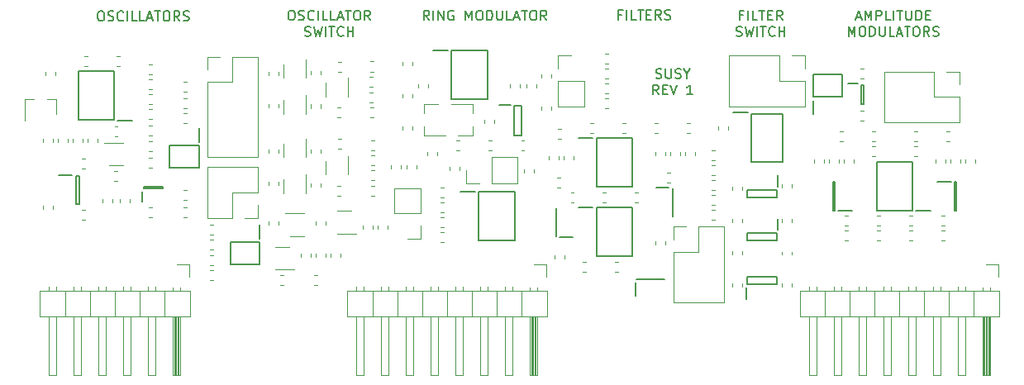
<source format=gto>
G04 #@! TF.GenerationSoftware,KiCad,Pcbnew,(5.1.5)-3*
G04 #@! TF.CreationDate,2021-03-15T11:56:59-05:00*
G04 #@! TF.ProjectId,channel,6368616e-6e65-46c2-9e6b-696361645f70,rev?*
G04 #@! TF.SameCoordinates,Original*
G04 #@! TF.FileFunction,Legend,Top*
G04 #@! TF.FilePolarity,Positive*
%FSLAX46Y46*%
G04 Gerber Fmt 4.6, Leading zero omitted, Abs format (unit mm)*
G04 Created by KiCad (PCBNEW (5.1.5)-3) date 2021-03-15 11:56:59*
%MOMM*%
%LPD*%
G04 APERTURE LIST*
%ADD10C,0.150000*%
%ADD11C,0.120000*%
%ADD12C,0.200000*%
%ADD13R,0.501600X0.751600*%
%ADD14R,0.751600X0.501600*%
%ADD15O,1.801600X1.801600*%
%ADD16R,1.801600X1.801600*%
%ADD17R,0.551600X1.501600*%
%ADD18C,0.100000*%
%ADD19R,1.576600X0.551600*%
%ADD20R,1.001600X0.901600*%
%ADD21R,0.651600X1.101600*%
%ADD22R,1.101600X0.651600*%
%ADD23R,1.501600X0.701600*%
%ADD24R,0.701600X1.251600*%
%ADD25R,0.701600X1.451600*%
%ADD26R,1.451600X0.701600*%
%ADD27R,0.901600X1.001600*%
%ADD28R,1.251600X0.701600*%
%ADD29R,0.401600X1.501600*%
%ADD30R,1.601600X0.751600*%
G04 APERTURE END LIST*
D10*
X160845714Y-95591761D02*
X160988571Y-95639380D01*
X161226666Y-95639380D01*
X161321904Y-95591761D01*
X161369523Y-95544142D01*
X161417142Y-95448904D01*
X161417142Y-95353666D01*
X161369523Y-95258428D01*
X161321904Y-95210809D01*
X161226666Y-95163190D01*
X161036190Y-95115571D01*
X160940952Y-95067952D01*
X160893333Y-95020333D01*
X160845714Y-94925095D01*
X160845714Y-94829857D01*
X160893333Y-94734619D01*
X160940952Y-94687000D01*
X161036190Y-94639380D01*
X161274285Y-94639380D01*
X161417142Y-94687000D01*
X161845714Y-94639380D02*
X161845714Y-95448904D01*
X161893333Y-95544142D01*
X161940952Y-95591761D01*
X162036190Y-95639380D01*
X162226666Y-95639380D01*
X162321904Y-95591761D01*
X162369523Y-95544142D01*
X162417142Y-95448904D01*
X162417142Y-94639380D01*
X162845714Y-95591761D02*
X162988571Y-95639380D01*
X163226666Y-95639380D01*
X163321904Y-95591761D01*
X163369523Y-95544142D01*
X163417142Y-95448904D01*
X163417142Y-95353666D01*
X163369523Y-95258428D01*
X163321904Y-95210809D01*
X163226666Y-95163190D01*
X163036190Y-95115571D01*
X162940952Y-95067952D01*
X162893333Y-95020333D01*
X162845714Y-94925095D01*
X162845714Y-94829857D01*
X162893333Y-94734619D01*
X162940952Y-94687000D01*
X163036190Y-94639380D01*
X163274285Y-94639380D01*
X163417142Y-94687000D01*
X164036190Y-95163190D02*
X164036190Y-95639380D01*
X163702857Y-94639380D02*
X164036190Y-95163190D01*
X164369523Y-94639380D01*
X161131428Y-97289380D02*
X160798095Y-96813190D01*
X160560000Y-97289380D02*
X160560000Y-96289380D01*
X160940952Y-96289380D01*
X161036190Y-96337000D01*
X161083809Y-96384619D01*
X161131428Y-96479857D01*
X161131428Y-96622714D01*
X161083809Y-96717952D01*
X161036190Y-96765571D01*
X160940952Y-96813190D01*
X160560000Y-96813190D01*
X161560000Y-96765571D02*
X161893333Y-96765571D01*
X162036190Y-97289380D02*
X161560000Y-97289380D01*
X161560000Y-96289380D01*
X162036190Y-96289380D01*
X162321904Y-96289380D02*
X162655238Y-97289380D01*
X162988571Y-96289380D01*
X164607619Y-97289380D02*
X164036190Y-97289380D01*
X164321904Y-97289380D02*
X164321904Y-96289380D01*
X164226666Y-96432238D01*
X164131428Y-96527476D01*
X164036190Y-96575095D01*
X181356476Y-89384666D02*
X181832666Y-89384666D01*
X181261238Y-89670380D02*
X181594571Y-88670380D01*
X181927904Y-89670380D01*
X182261238Y-89670380D02*
X182261238Y-88670380D01*
X182594571Y-89384666D01*
X182927904Y-88670380D01*
X182927904Y-89670380D01*
X183404095Y-89670380D02*
X183404095Y-88670380D01*
X183785047Y-88670380D01*
X183880285Y-88718000D01*
X183927904Y-88765619D01*
X183975523Y-88860857D01*
X183975523Y-89003714D01*
X183927904Y-89098952D01*
X183880285Y-89146571D01*
X183785047Y-89194190D01*
X183404095Y-89194190D01*
X184880285Y-89670380D02*
X184404095Y-89670380D01*
X184404095Y-88670380D01*
X185213619Y-89670380D02*
X185213619Y-88670380D01*
X185546952Y-88670380D02*
X186118380Y-88670380D01*
X185832666Y-89670380D02*
X185832666Y-88670380D01*
X186451714Y-88670380D02*
X186451714Y-89479904D01*
X186499333Y-89575142D01*
X186546952Y-89622761D01*
X186642190Y-89670380D01*
X186832666Y-89670380D01*
X186927904Y-89622761D01*
X186975523Y-89575142D01*
X187023142Y-89479904D01*
X187023142Y-88670380D01*
X187499333Y-89670380D02*
X187499333Y-88670380D01*
X187737428Y-88670380D01*
X187880285Y-88718000D01*
X187975523Y-88813238D01*
X188023142Y-88908476D01*
X188070761Y-89098952D01*
X188070761Y-89241809D01*
X188023142Y-89432285D01*
X187975523Y-89527523D01*
X187880285Y-89622761D01*
X187737428Y-89670380D01*
X187499333Y-89670380D01*
X188499333Y-89146571D02*
X188832666Y-89146571D01*
X188975523Y-89670380D02*
X188499333Y-89670380D01*
X188499333Y-88670380D01*
X188975523Y-88670380D01*
X180570761Y-91320380D02*
X180570761Y-90320380D01*
X180904095Y-91034666D01*
X181237428Y-90320380D01*
X181237428Y-91320380D01*
X181904095Y-90320380D02*
X182094571Y-90320380D01*
X182189809Y-90368000D01*
X182285047Y-90463238D01*
X182332666Y-90653714D01*
X182332666Y-90987047D01*
X182285047Y-91177523D01*
X182189809Y-91272761D01*
X182094571Y-91320380D01*
X181904095Y-91320380D01*
X181808857Y-91272761D01*
X181713619Y-91177523D01*
X181666000Y-90987047D01*
X181666000Y-90653714D01*
X181713619Y-90463238D01*
X181808857Y-90368000D01*
X181904095Y-90320380D01*
X182761238Y-91320380D02*
X182761238Y-90320380D01*
X182999333Y-90320380D01*
X183142190Y-90368000D01*
X183237428Y-90463238D01*
X183285047Y-90558476D01*
X183332666Y-90748952D01*
X183332666Y-90891809D01*
X183285047Y-91082285D01*
X183237428Y-91177523D01*
X183142190Y-91272761D01*
X182999333Y-91320380D01*
X182761238Y-91320380D01*
X183761238Y-90320380D02*
X183761238Y-91129904D01*
X183808857Y-91225142D01*
X183856476Y-91272761D01*
X183951714Y-91320380D01*
X184142190Y-91320380D01*
X184237428Y-91272761D01*
X184285047Y-91225142D01*
X184332666Y-91129904D01*
X184332666Y-90320380D01*
X185285047Y-91320380D02*
X184808857Y-91320380D01*
X184808857Y-90320380D01*
X185570761Y-91034666D02*
X186046952Y-91034666D01*
X185475523Y-91320380D02*
X185808857Y-90320380D01*
X186142190Y-91320380D01*
X186332666Y-90320380D02*
X186904095Y-90320380D01*
X186618380Y-91320380D02*
X186618380Y-90320380D01*
X187427904Y-90320380D02*
X187618380Y-90320380D01*
X187713619Y-90368000D01*
X187808857Y-90463238D01*
X187856476Y-90653714D01*
X187856476Y-90987047D01*
X187808857Y-91177523D01*
X187713619Y-91272761D01*
X187618380Y-91320380D01*
X187427904Y-91320380D01*
X187332666Y-91272761D01*
X187237428Y-91177523D01*
X187189809Y-90987047D01*
X187189809Y-90653714D01*
X187237428Y-90463238D01*
X187332666Y-90368000D01*
X187427904Y-90320380D01*
X188856476Y-91320380D02*
X188523142Y-90844190D01*
X188285047Y-91320380D02*
X188285047Y-90320380D01*
X188666000Y-90320380D01*
X188761238Y-90368000D01*
X188808857Y-90415619D01*
X188856476Y-90510857D01*
X188856476Y-90653714D01*
X188808857Y-90748952D01*
X188761238Y-90796571D01*
X188666000Y-90844190D01*
X188285047Y-90844190D01*
X189237428Y-91272761D02*
X189380285Y-91320380D01*
X189618380Y-91320380D01*
X189713619Y-91272761D01*
X189761238Y-91225142D01*
X189808857Y-91129904D01*
X189808857Y-91034666D01*
X189761238Y-90939428D01*
X189713619Y-90891809D01*
X189618380Y-90844190D01*
X189427904Y-90796571D01*
X189332666Y-90748952D01*
X189285047Y-90701333D01*
X189237428Y-90606095D01*
X189237428Y-90510857D01*
X189285047Y-90415619D01*
X189332666Y-90368000D01*
X189427904Y-90320380D01*
X189666000Y-90320380D01*
X189808857Y-90368000D01*
X169743666Y-89146571D02*
X169410333Y-89146571D01*
X169410333Y-89670380D02*
X169410333Y-88670380D01*
X169886523Y-88670380D01*
X170267476Y-89670380D02*
X170267476Y-88670380D01*
X171219857Y-89670380D02*
X170743666Y-89670380D01*
X170743666Y-88670380D01*
X171410333Y-88670380D02*
X171981761Y-88670380D01*
X171696047Y-89670380D02*
X171696047Y-88670380D01*
X172315095Y-89146571D02*
X172648428Y-89146571D01*
X172791285Y-89670380D02*
X172315095Y-89670380D01*
X172315095Y-88670380D01*
X172791285Y-88670380D01*
X173791285Y-89670380D02*
X173457952Y-89194190D01*
X173219857Y-89670380D02*
X173219857Y-88670380D01*
X173600809Y-88670380D01*
X173696047Y-88718000D01*
X173743666Y-88765619D01*
X173791285Y-88860857D01*
X173791285Y-89003714D01*
X173743666Y-89098952D01*
X173696047Y-89146571D01*
X173600809Y-89194190D01*
X173219857Y-89194190D01*
X169077000Y-91272761D02*
X169219857Y-91320380D01*
X169457952Y-91320380D01*
X169553190Y-91272761D01*
X169600809Y-91225142D01*
X169648428Y-91129904D01*
X169648428Y-91034666D01*
X169600809Y-90939428D01*
X169553190Y-90891809D01*
X169457952Y-90844190D01*
X169267476Y-90796571D01*
X169172238Y-90748952D01*
X169124619Y-90701333D01*
X169077000Y-90606095D01*
X169077000Y-90510857D01*
X169124619Y-90415619D01*
X169172238Y-90368000D01*
X169267476Y-90320380D01*
X169505571Y-90320380D01*
X169648428Y-90368000D01*
X169981761Y-90320380D02*
X170219857Y-91320380D01*
X170410333Y-90606095D01*
X170600809Y-91320380D01*
X170838904Y-90320380D01*
X171219857Y-91320380D02*
X171219857Y-90320380D01*
X171553190Y-90320380D02*
X172124619Y-90320380D01*
X171838904Y-91320380D02*
X171838904Y-90320380D01*
X173029380Y-91225142D02*
X172981761Y-91272761D01*
X172838904Y-91320380D01*
X172743666Y-91320380D01*
X172600809Y-91272761D01*
X172505571Y-91177523D01*
X172457952Y-91082285D01*
X172410333Y-90891809D01*
X172410333Y-90748952D01*
X172457952Y-90558476D01*
X172505571Y-90463238D01*
X172600809Y-90368000D01*
X172743666Y-90320380D01*
X172838904Y-90320380D01*
X172981761Y-90368000D01*
X173029380Y-90415619D01*
X173457952Y-91320380D02*
X173457952Y-90320380D01*
X173457952Y-90796571D02*
X174029380Y-90796571D01*
X174029380Y-91320380D02*
X174029380Y-90320380D01*
X157329476Y-89082571D02*
X156996142Y-89082571D01*
X156996142Y-89606380D02*
X156996142Y-88606380D01*
X157472333Y-88606380D01*
X157853285Y-89606380D02*
X157853285Y-88606380D01*
X158805666Y-89606380D02*
X158329476Y-89606380D01*
X158329476Y-88606380D01*
X158996142Y-88606380D02*
X159567571Y-88606380D01*
X159281857Y-89606380D02*
X159281857Y-88606380D01*
X159900904Y-89082571D02*
X160234238Y-89082571D01*
X160377095Y-89606380D02*
X159900904Y-89606380D01*
X159900904Y-88606380D01*
X160377095Y-88606380D01*
X161377095Y-89606380D02*
X161043761Y-89130190D01*
X160805666Y-89606380D02*
X160805666Y-88606380D01*
X161186619Y-88606380D01*
X161281857Y-88654000D01*
X161329476Y-88701619D01*
X161377095Y-88796857D01*
X161377095Y-88939714D01*
X161329476Y-89034952D01*
X161281857Y-89082571D01*
X161186619Y-89130190D01*
X160805666Y-89130190D01*
X161758047Y-89558761D02*
X161900904Y-89606380D01*
X162139000Y-89606380D01*
X162234238Y-89558761D01*
X162281857Y-89511142D01*
X162329476Y-89415904D01*
X162329476Y-89320666D01*
X162281857Y-89225428D01*
X162234238Y-89177809D01*
X162139000Y-89130190D01*
X161948523Y-89082571D01*
X161853285Y-89034952D01*
X161805666Y-88987333D01*
X161758047Y-88892095D01*
X161758047Y-88796857D01*
X161805666Y-88701619D01*
X161853285Y-88654000D01*
X161948523Y-88606380D01*
X162186619Y-88606380D01*
X162329476Y-88654000D01*
X137629023Y-89669880D02*
X137295690Y-89193690D01*
X137057595Y-89669880D02*
X137057595Y-88669880D01*
X137438547Y-88669880D01*
X137533785Y-88717500D01*
X137581404Y-88765119D01*
X137629023Y-88860357D01*
X137629023Y-89003214D01*
X137581404Y-89098452D01*
X137533785Y-89146071D01*
X137438547Y-89193690D01*
X137057595Y-89193690D01*
X138057595Y-89669880D02*
X138057595Y-88669880D01*
X138533785Y-89669880D02*
X138533785Y-88669880D01*
X139105214Y-89669880D01*
X139105214Y-88669880D01*
X140105214Y-88717500D02*
X140009976Y-88669880D01*
X139867119Y-88669880D01*
X139724261Y-88717500D01*
X139629023Y-88812738D01*
X139581404Y-88907976D01*
X139533785Y-89098452D01*
X139533785Y-89241309D01*
X139581404Y-89431785D01*
X139629023Y-89527023D01*
X139724261Y-89622261D01*
X139867119Y-89669880D01*
X139962357Y-89669880D01*
X140105214Y-89622261D01*
X140152833Y-89574642D01*
X140152833Y-89241309D01*
X139962357Y-89241309D01*
X141343309Y-89669880D02*
X141343309Y-88669880D01*
X141676642Y-89384166D01*
X142009976Y-88669880D01*
X142009976Y-89669880D01*
X142676642Y-88669880D02*
X142867119Y-88669880D01*
X142962357Y-88717500D01*
X143057595Y-88812738D01*
X143105214Y-89003214D01*
X143105214Y-89336547D01*
X143057595Y-89527023D01*
X142962357Y-89622261D01*
X142867119Y-89669880D01*
X142676642Y-89669880D01*
X142581404Y-89622261D01*
X142486166Y-89527023D01*
X142438547Y-89336547D01*
X142438547Y-89003214D01*
X142486166Y-88812738D01*
X142581404Y-88717500D01*
X142676642Y-88669880D01*
X143533785Y-89669880D02*
X143533785Y-88669880D01*
X143771880Y-88669880D01*
X143914738Y-88717500D01*
X144009976Y-88812738D01*
X144057595Y-88907976D01*
X144105214Y-89098452D01*
X144105214Y-89241309D01*
X144057595Y-89431785D01*
X144009976Y-89527023D01*
X143914738Y-89622261D01*
X143771880Y-89669880D01*
X143533785Y-89669880D01*
X144533785Y-88669880D02*
X144533785Y-89479404D01*
X144581404Y-89574642D01*
X144629023Y-89622261D01*
X144724261Y-89669880D01*
X144914738Y-89669880D01*
X145009976Y-89622261D01*
X145057595Y-89574642D01*
X145105214Y-89479404D01*
X145105214Y-88669880D01*
X146057595Y-89669880D02*
X145581404Y-89669880D01*
X145581404Y-88669880D01*
X146343309Y-89384166D02*
X146819500Y-89384166D01*
X146248071Y-89669880D02*
X146581404Y-88669880D01*
X146914738Y-89669880D01*
X147105214Y-88669880D02*
X147676642Y-88669880D01*
X147390928Y-89669880D02*
X147390928Y-88669880D01*
X148200452Y-88669880D02*
X148390928Y-88669880D01*
X148486166Y-88717500D01*
X148581404Y-88812738D01*
X148629023Y-89003214D01*
X148629023Y-89336547D01*
X148581404Y-89527023D01*
X148486166Y-89622261D01*
X148390928Y-89669880D01*
X148200452Y-89669880D01*
X148105214Y-89622261D01*
X148009976Y-89527023D01*
X147962357Y-89336547D01*
X147962357Y-89003214D01*
X148009976Y-88812738D01*
X148105214Y-88717500D01*
X148200452Y-88669880D01*
X149629023Y-89669880D02*
X149295690Y-89193690D01*
X149057595Y-89669880D02*
X149057595Y-88669880D01*
X149438547Y-88669880D01*
X149533785Y-88717500D01*
X149581404Y-88765119D01*
X149629023Y-88860357D01*
X149629023Y-89003214D01*
X149581404Y-89098452D01*
X149533785Y-89146071D01*
X149438547Y-89193690D01*
X149057595Y-89193690D01*
X123428619Y-88670380D02*
X123619095Y-88670380D01*
X123714333Y-88718000D01*
X123809571Y-88813238D01*
X123857190Y-89003714D01*
X123857190Y-89337047D01*
X123809571Y-89527523D01*
X123714333Y-89622761D01*
X123619095Y-89670380D01*
X123428619Y-89670380D01*
X123333380Y-89622761D01*
X123238142Y-89527523D01*
X123190523Y-89337047D01*
X123190523Y-89003714D01*
X123238142Y-88813238D01*
X123333380Y-88718000D01*
X123428619Y-88670380D01*
X124238142Y-89622761D02*
X124381000Y-89670380D01*
X124619095Y-89670380D01*
X124714333Y-89622761D01*
X124761952Y-89575142D01*
X124809571Y-89479904D01*
X124809571Y-89384666D01*
X124761952Y-89289428D01*
X124714333Y-89241809D01*
X124619095Y-89194190D01*
X124428619Y-89146571D01*
X124333380Y-89098952D01*
X124285761Y-89051333D01*
X124238142Y-88956095D01*
X124238142Y-88860857D01*
X124285761Y-88765619D01*
X124333380Y-88718000D01*
X124428619Y-88670380D01*
X124666714Y-88670380D01*
X124809571Y-88718000D01*
X125809571Y-89575142D02*
X125761952Y-89622761D01*
X125619095Y-89670380D01*
X125523857Y-89670380D01*
X125381000Y-89622761D01*
X125285761Y-89527523D01*
X125238142Y-89432285D01*
X125190523Y-89241809D01*
X125190523Y-89098952D01*
X125238142Y-88908476D01*
X125285761Y-88813238D01*
X125381000Y-88718000D01*
X125523857Y-88670380D01*
X125619095Y-88670380D01*
X125761952Y-88718000D01*
X125809571Y-88765619D01*
X126238142Y-89670380D02*
X126238142Y-88670380D01*
X127190523Y-89670380D02*
X126714333Y-89670380D01*
X126714333Y-88670380D01*
X128000047Y-89670380D02*
X127523857Y-89670380D01*
X127523857Y-88670380D01*
X128285761Y-89384666D02*
X128761952Y-89384666D01*
X128190523Y-89670380D02*
X128523857Y-88670380D01*
X128857190Y-89670380D01*
X129047666Y-88670380D02*
X129619095Y-88670380D01*
X129333380Y-89670380D02*
X129333380Y-88670380D01*
X130142904Y-88670380D02*
X130333380Y-88670380D01*
X130428619Y-88718000D01*
X130523857Y-88813238D01*
X130571476Y-89003714D01*
X130571476Y-89337047D01*
X130523857Y-89527523D01*
X130428619Y-89622761D01*
X130333380Y-89670380D01*
X130142904Y-89670380D01*
X130047666Y-89622761D01*
X129952428Y-89527523D01*
X129904809Y-89337047D01*
X129904809Y-89003714D01*
X129952428Y-88813238D01*
X130047666Y-88718000D01*
X130142904Y-88670380D01*
X131571476Y-89670380D02*
X131238142Y-89194190D01*
X131000047Y-89670380D02*
X131000047Y-88670380D01*
X131381000Y-88670380D01*
X131476238Y-88718000D01*
X131523857Y-88765619D01*
X131571476Y-88860857D01*
X131571476Y-89003714D01*
X131523857Y-89098952D01*
X131476238Y-89146571D01*
X131381000Y-89194190D01*
X131000047Y-89194190D01*
X124881000Y-91272761D02*
X125023857Y-91320380D01*
X125261952Y-91320380D01*
X125357190Y-91272761D01*
X125404809Y-91225142D01*
X125452428Y-91129904D01*
X125452428Y-91034666D01*
X125404809Y-90939428D01*
X125357190Y-90891809D01*
X125261952Y-90844190D01*
X125071476Y-90796571D01*
X124976238Y-90748952D01*
X124928619Y-90701333D01*
X124881000Y-90606095D01*
X124881000Y-90510857D01*
X124928619Y-90415619D01*
X124976238Y-90368000D01*
X125071476Y-90320380D01*
X125309571Y-90320380D01*
X125452428Y-90368000D01*
X125785761Y-90320380D02*
X126023857Y-91320380D01*
X126214333Y-90606095D01*
X126404809Y-91320380D01*
X126642904Y-90320380D01*
X127023857Y-91320380D02*
X127023857Y-90320380D01*
X127357190Y-90320380D02*
X127928619Y-90320380D01*
X127642904Y-91320380D02*
X127642904Y-90320380D01*
X128833380Y-91225142D02*
X128785761Y-91272761D01*
X128642904Y-91320380D01*
X128547666Y-91320380D01*
X128404809Y-91272761D01*
X128309571Y-91177523D01*
X128261952Y-91082285D01*
X128214333Y-90891809D01*
X128214333Y-90748952D01*
X128261952Y-90558476D01*
X128309571Y-90463238D01*
X128404809Y-90368000D01*
X128547666Y-90320380D01*
X128642904Y-90320380D01*
X128785761Y-90368000D01*
X128833380Y-90415619D01*
X129261952Y-91320380D02*
X129261952Y-90320380D01*
X129261952Y-90796571D02*
X129833380Y-90796571D01*
X129833380Y-91320380D02*
X129833380Y-90320380D01*
X103902428Y-88733380D02*
X104092904Y-88733380D01*
X104188142Y-88781000D01*
X104283380Y-88876238D01*
X104331000Y-89066714D01*
X104331000Y-89400047D01*
X104283380Y-89590523D01*
X104188142Y-89685761D01*
X104092904Y-89733380D01*
X103902428Y-89733380D01*
X103807190Y-89685761D01*
X103711952Y-89590523D01*
X103664333Y-89400047D01*
X103664333Y-89066714D01*
X103711952Y-88876238D01*
X103807190Y-88781000D01*
X103902428Y-88733380D01*
X104711952Y-89685761D02*
X104854809Y-89733380D01*
X105092904Y-89733380D01*
X105188142Y-89685761D01*
X105235761Y-89638142D01*
X105283380Y-89542904D01*
X105283380Y-89447666D01*
X105235761Y-89352428D01*
X105188142Y-89304809D01*
X105092904Y-89257190D01*
X104902428Y-89209571D01*
X104807190Y-89161952D01*
X104759571Y-89114333D01*
X104711952Y-89019095D01*
X104711952Y-88923857D01*
X104759571Y-88828619D01*
X104807190Y-88781000D01*
X104902428Y-88733380D01*
X105140523Y-88733380D01*
X105283380Y-88781000D01*
X106283380Y-89638142D02*
X106235761Y-89685761D01*
X106092904Y-89733380D01*
X105997666Y-89733380D01*
X105854809Y-89685761D01*
X105759571Y-89590523D01*
X105711952Y-89495285D01*
X105664333Y-89304809D01*
X105664333Y-89161952D01*
X105711952Y-88971476D01*
X105759571Y-88876238D01*
X105854809Y-88781000D01*
X105997666Y-88733380D01*
X106092904Y-88733380D01*
X106235761Y-88781000D01*
X106283380Y-88828619D01*
X106711952Y-89733380D02*
X106711952Y-88733380D01*
X107664333Y-89733380D02*
X107188142Y-89733380D01*
X107188142Y-88733380D01*
X108473857Y-89733380D02*
X107997666Y-89733380D01*
X107997666Y-88733380D01*
X108759571Y-89447666D02*
X109235761Y-89447666D01*
X108664333Y-89733380D02*
X108997666Y-88733380D01*
X109331000Y-89733380D01*
X109521476Y-88733380D02*
X110092904Y-88733380D01*
X109807190Y-89733380D02*
X109807190Y-88733380D01*
X110616714Y-88733380D02*
X110807190Y-88733380D01*
X110902428Y-88781000D01*
X110997666Y-88876238D01*
X111045285Y-89066714D01*
X111045285Y-89400047D01*
X110997666Y-89590523D01*
X110902428Y-89685761D01*
X110807190Y-89733380D01*
X110616714Y-89733380D01*
X110521476Y-89685761D01*
X110426238Y-89590523D01*
X110378619Y-89400047D01*
X110378619Y-89066714D01*
X110426238Y-88876238D01*
X110521476Y-88781000D01*
X110616714Y-88733380D01*
X112045285Y-89733380D02*
X111711952Y-89257190D01*
X111473857Y-89733380D02*
X111473857Y-88733380D01*
X111854809Y-88733380D01*
X111950047Y-88781000D01*
X111997666Y-88828619D01*
X112045285Y-88923857D01*
X112045285Y-89066714D01*
X111997666Y-89161952D01*
X111950047Y-89209571D01*
X111854809Y-89257190D01*
X111473857Y-89257190D01*
X112426238Y-89685761D02*
X112569095Y-89733380D01*
X112807190Y-89733380D01*
X112902428Y-89685761D01*
X112950047Y-89638142D01*
X112997666Y-89542904D01*
X112997666Y-89447666D01*
X112950047Y-89352428D01*
X112902428Y-89304809D01*
X112807190Y-89257190D01*
X112616714Y-89209571D01*
X112521476Y-89161952D01*
X112473857Y-89114333D01*
X112426238Y-89019095D01*
X112426238Y-88923857D01*
X112473857Y-88828619D01*
X112521476Y-88781000D01*
X112616714Y-88733380D01*
X112854809Y-88733380D01*
X112997666Y-88781000D01*
D11*
X129303000Y-97474000D02*
X129303000Y-95574000D01*
X126983000Y-96074000D02*
X126983000Y-97474000D01*
X129303000Y-105475000D02*
X129303000Y-103575000D01*
X126983000Y-104075000D02*
X126983000Y-105475000D01*
X123255000Y-112886000D02*
X121855000Y-112886000D01*
X121855000Y-115206000D02*
X123755000Y-115206000D01*
X104837000Y-104538000D02*
X106237000Y-104538000D01*
X106237000Y-102218000D02*
X104337000Y-102218000D01*
X114875000Y-93412000D02*
X116205000Y-93412000D01*
X114875000Y-94742000D02*
X114875000Y-93412000D01*
X117475000Y-93412000D02*
X120075000Y-93412000D01*
X117475000Y-96012000D02*
X117475000Y-93412000D01*
X114875000Y-96012000D02*
X117475000Y-96012000D01*
X120075000Y-93412000D02*
X120075000Y-103692000D01*
X114875000Y-96012000D02*
X114875000Y-103692000D01*
X114875000Y-103692000D02*
X120075000Y-103692000D01*
D12*
X114072000Y-100732000D02*
X114072000Y-102132000D01*
X111022000Y-102482000D02*
X114022000Y-102482000D01*
X111022000Y-104782000D02*
X111022000Y-102482000D01*
X114022000Y-104782000D02*
X111022000Y-104782000D01*
X114022000Y-102482000D02*
X114022000Y-104782000D01*
D11*
X115487267Y-115314000D02*
X115144733Y-115314000D01*
X115487267Y-116334000D02*
X115144733Y-116334000D01*
X115144733Y-114810000D02*
X115487267Y-114810000D01*
X115144733Y-113790000D02*
X115487267Y-113790000D01*
X115487267Y-110615000D02*
X115144733Y-110615000D01*
X115487267Y-111635000D02*
X115144733Y-111635000D01*
X115144733Y-113159000D02*
X115487267Y-113159000D01*
X115144733Y-112139000D02*
X115487267Y-112139000D01*
X113030000Y-114681000D02*
X113030000Y-115951000D01*
X111760000Y-114681000D02*
X113030000Y-114681000D01*
X98680000Y-116993929D02*
X98680000Y-117391000D01*
X99440000Y-116993929D02*
X99440000Y-117391000D01*
X98680000Y-126051000D02*
X98680000Y-120051000D01*
X99440000Y-126051000D02*
X98680000Y-126051000D01*
X99440000Y-120051000D02*
X99440000Y-126051000D01*
X100330000Y-117391000D02*
X100330000Y-120051000D01*
X101220000Y-116993929D02*
X101220000Y-117391000D01*
X101980000Y-116993929D02*
X101980000Y-117391000D01*
X101220000Y-126051000D02*
X101220000Y-120051000D01*
X101980000Y-126051000D02*
X101220000Y-126051000D01*
X101980000Y-120051000D02*
X101980000Y-126051000D01*
X102870000Y-117391000D02*
X102870000Y-120051000D01*
X103760000Y-116993929D02*
X103760000Y-117391000D01*
X104520000Y-116993929D02*
X104520000Y-117391000D01*
X103760000Y-126051000D02*
X103760000Y-120051000D01*
X104520000Y-126051000D02*
X103760000Y-126051000D01*
X104520000Y-120051000D02*
X104520000Y-126051000D01*
X105410000Y-117391000D02*
X105410000Y-120051000D01*
X106300000Y-116993929D02*
X106300000Y-117391000D01*
X107060000Y-116993929D02*
X107060000Y-117391000D01*
X106300000Y-126051000D02*
X106300000Y-120051000D01*
X107060000Y-126051000D02*
X106300000Y-126051000D01*
X107060000Y-120051000D02*
X107060000Y-126051000D01*
X107950000Y-117391000D02*
X107950000Y-120051000D01*
X108840000Y-116993929D02*
X108840000Y-117391000D01*
X109600000Y-116993929D02*
X109600000Y-117391000D01*
X108840000Y-126051000D02*
X108840000Y-120051000D01*
X109600000Y-126051000D02*
X108840000Y-126051000D01*
X109600000Y-120051000D02*
X109600000Y-126051000D01*
X110490000Y-117391000D02*
X110490000Y-120051000D01*
X111380000Y-117061000D02*
X111380000Y-117391000D01*
X112140000Y-117061000D02*
X112140000Y-117391000D01*
X111480000Y-120051000D02*
X111480000Y-126051000D01*
X111600000Y-120051000D02*
X111600000Y-126051000D01*
X111720000Y-120051000D02*
X111720000Y-126051000D01*
X111840000Y-120051000D02*
X111840000Y-126051000D01*
X111960000Y-120051000D02*
X111960000Y-126051000D01*
X112080000Y-120051000D02*
X112080000Y-126051000D01*
X111380000Y-126051000D02*
X111380000Y-120051000D01*
X112140000Y-126051000D02*
X111380000Y-126051000D01*
X112140000Y-120051000D02*
X112140000Y-126051000D01*
X113090000Y-120051000D02*
X113090000Y-117391000D01*
X97730000Y-120051000D02*
X113090000Y-120051000D01*
X97730000Y-117391000D02*
X97730000Y-120051000D01*
X113090000Y-117391000D02*
X97730000Y-117391000D01*
X127002000Y-110318733D02*
X127002000Y-110661267D01*
X125982000Y-110318733D02*
X125982000Y-110661267D01*
X129605000Y-109203000D02*
X128205000Y-109203000D01*
X128205000Y-111523000D02*
X130105000Y-111523000D01*
X149606000Y-114681000D02*
X149606000Y-115951000D01*
X148336000Y-114681000D02*
X149606000Y-114681000D01*
X130176000Y-116993929D02*
X130176000Y-117391000D01*
X130936000Y-116993929D02*
X130936000Y-117391000D01*
X130176000Y-126051000D02*
X130176000Y-120051000D01*
X130936000Y-126051000D02*
X130176000Y-126051000D01*
X130936000Y-120051000D02*
X130936000Y-126051000D01*
X131826000Y-117391000D02*
X131826000Y-120051000D01*
X132716000Y-116993929D02*
X132716000Y-117391000D01*
X133476000Y-116993929D02*
X133476000Y-117391000D01*
X132716000Y-126051000D02*
X132716000Y-120051000D01*
X133476000Y-126051000D02*
X132716000Y-126051000D01*
X133476000Y-120051000D02*
X133476000Y-126051000D01*
X134366000Y-117391000D02*
X134366000Y-120051000D01*
X135256000Y-116993929D02*
X135256000Y-117391000D01*
X136016000Y-116993929D02*
X136016000Y-117391000D01*
X135256000Y-126051000D02*
X135256000Y-120051000D01*
X136016000Y-126051000D02*
X135256000Y-126051000D01*
X136016000Y-120051000D02*
X136016000Y-126051000D01*
X136906000Y-117391000D02*
X136906000Y-120051000D01*
X137796000Y-116993929D02*
X137796000Y-117391000D01*
X138556000Y-116993929D02*
X138556000Y-117391000D01*
X137796000Y-126051000D02*
X137796000Y-120051000D01*
X138556000Y-126051000D02*
X137796000Y-126051000D01*
X138556000Y-120051000D02*
X138556000Y-126051000D01*
X139446000Y-117391000D02*
X139446000Y-120051000D01*
X140336000Y-116993929D02*
X140336000Y-117391000D01*
X141096000Y-116993929D02*
X141096000Y-117391000D01*
X140336000Y-126051000D02*
X140336000Y-120051000D01*
X141096000Y-126051000D02*
X140336000Y-126051000D01*
X141096000Y-120051000D02*
X141096000Y-126051000D01*
X141986000Y-117391000D02*
X141986000Y-120051000D01*
X142876000Y-116993929D02*
X142876000Y-117391000D01*
X143636000Y-116993929D02*
X143636000Y-117391000D01*
X142876000Y-126051000D02*
X142876000Y-120051000D01*
X143636000Y-126051000D02*
X142876000Y-126051000D01*
X143636000Y-120051000D02*
X143636000Y-126051000D01*
X144526000Y-117391000D02*
X144526000Y-120051000D01*
X145416000Y-116993929D02*
X145416000Y-117391000D01*
X146176000Y-116993929D02*
X146176000Y-117391000D01*
X145416000Y-126051000D02*
X145416000Y-120051000D01*
X146176000Y-126051000D02*
X145416000Y-126051000D01*
X146176000Y-120051000D02*
X146176000Y-126051000D01*
X147066000Y-117391000D02*
X147066000Y-120051000D01*
X147956000Y-117061000D02*
X147956000Y-117391000D01*
X148716000Y-117061000D02*
X148716000Y-117391000D01*
X148056000Y-120051000D02*
X148056000Y-126051000D01*
X148176000Y-120051000D02*
X148176000Y-126051000D01*
X148296000Y-120051000D02*
X148296000Y-126051000D01*
X148416000Y-120051000D02*
X148416000Y-126051000D01*
X148536000Y-120051000D02*
X148536000Y-126051000D01*
X148656000Y-120051000D02*
X148656000Y-126051000D01*
X147956000Y-126051000D02*
X147956000Y-120051000D01*
X148716000Y-126051000D02*
X147956000Y-126051000D01*
X148716000Y-120051000D02*
X148716000Y-126051000D01*
X149666000Y-120051000D02*
X149666000Y-117391000D01*
X129226000Y-120051000D02*
X149666000Y-120051000D01*
X129226000Y-117391000D02*
X129226000Y-120051000D01*
X149666000Y-117391000D02*
X129226000Y-117391000D01*
X131527733Y-96522000D02*
X131870267Y-96522000D01*
X131527733Y-95502000D02*
X131870267Y-95502000D01*
D12*
X139882000Y-92750000D02*
X143582000Y-92750000D01*
X143582000Y-92750000D02*
X143582000Y-97750000D01*
X143582000Y-97750000D02*
X139882000Y-97750000D01*
X139882000Y-97750000D02*
X139882000Y-92750000D01*
X138057000Y-92725000D02*
X139532000Y-92725000D01*
X142676000Y-107228000D02*
X146376000Y-107228000D01*
X146376000Y-107228000D02*
X146376000Y-112228000D01*
X146376000Y-112228000D02*
X142676000Y-112228000D01*
X142676000Y-112228000D02*
X142676000Y-107228000D01*
X140851000Y-107203000D02*
X142326000Y-107203000D01*
D11*
X135892000Y-97237733D02*
X135892000Y-97580267D01*
X134872000Y-97237733D02*
X134872000Y-97580267D01*
X134859300Y-100539733D02*
X134859300Y-100882267D01*
X135879300Y-100539733D02*
X135879300Y-100882267D01*
X142047500Y-101465500D02*
X142047500Y-100535500D01*
X142047500Y-98305500D02*
X142047500Y-99235500D01*
X142047500Y-98305500D02*
X139887500Y-98305500D01*
X142047500Y-101465500D02*
X140587500Y-101465500D01*
X137098500Y-98305500D02*
X137098500Y-99235500D01*
X137098500Y-101465500D02*
X137098500Y-100535500D01*
X137098500Y-101465500D02*
X139258500Y-101465500D01*
X137098500Y-98305500D02*
X138558500Y-98305500D01*
X191957000Y-94936000D02*
X191957000Y-96266000D01*
X190627000Y-94936000D02*
X191957000Y-94936000D01*
X191957000Y-97536000D02*
X191957000Y-100136000D01*
X189357000Y-97536000D02*
X191957000Y-97536000D01*
X189357000Y-94936000D02*
X189357000Y-97536000D01*
X191957000Y-100136000D02*
X184217000Y-100136000D01*
X189357000Y-94936000D02*
X184217000Y-94936000D01*
X184217000Y-94936000D02*
X184217000Y-100136000D01*
X176082000Y-93285000D02*
X176082000Y-94615000D01*
X174752000Y-93285000D02*
X176082000Y-93285000D01*
X176082000Y-95885000D02*
X176082000Y-98485000D01*
X173482000Y-95885000D02*
X176082000Y-95885000D01*
X173482000Y-93285000D02*
X173482000Y-95885000D01*
X176082000Y-98485000D02*
X168342000Y-98485000D01*
X173482000Y-93285000D02*
X168342000Y-93285000D01*
X168342000Y-93285000D02*
X168342000Y-98485000D01*
X162627000Y-110811000D02*
X163957000Y-110811000D01*
X162627000Y-112141000D02*
X162627000Y-110811000D01*
X165227000Y-110811000D02*
X167827000Y-110811000D01*
X165227000Y-113411000D02*
X165227000Y-110811000D01*
X162627000Y-113411000D02*
X165227000Y-113411000D01*
X167827000Y-110811000D02*
X167827000Y-118551000D01*
X162627000Y-113411000D02*
X162627000Y-118551000D01*
X162627000Y-118551000D02*
X167827000Y-118551000D01*
D12*
X154741000Y-108879000D02*
X158441000Y-108879000D01*
X158441000Y-108879000D02*
X158441000Y-113879000D01*
X158441000Y-113879000D02*
X154741000Y-113879000D01*
X154741000Y-113879000D02*
X154741000Y-108879000D01*
X152916000Y-108854000D02*
X154391000Y-108854000D01*
D11*
X146618000Y-106359000D02*
X146618000Y-103699000D01*
X144018000Y-106359000D02*
X146618000Y-106359000D01*
X144018000Y-103699000D02*
X146618000Y-103699000D01*
X144018000Y-106359000D02*
X144018000Y-103699000D01*
X142748000Y-106359000D02*
X141418000Y-106359000D01*
X141418000Y-106359000D02*
X141418000Y-105029000D01*
X196021000Y-117391000D02*
X175581000Y-117391000D01*
X175581000Y-117391000D02*
X175581000Y-120051000D01*
X175581000Y-120051000D02*
X196021000Y-120051000D01*
X196021000Y-120051000D02*
X196021000Y-117391000D01*
X195071000Y-120051000D02*
X195071000Y-126051000D01*
X195071000Y-126051000D02*
X194311000Y-126051000D01*
X194311000Y-126051000D02*
X194311000Y-120051000D01*
X195011000Y-120051000D02*
X195011000Y-126051000D01*
X194891000Y-120051000D02*
X194891000Y-126051000D01*
X194771000Y-120051000D02*
X194771000Y-126051000D01*
X194651000Y-120051000D02*
X194651000Y-126051000D01*
X194531000Y-120051000D02*
X194531000Y-126051000D01*
X194411000Y-120051000D02*
X194411000Y-126051000D01*
X195071000Y-117061000D02*
X195071000Y-117391000D01*
X194311000Y-117061000D02*
X194311000Y-117391000D01*
X193421000Y-117391000D02*
X193421000Y-120051000D01*
X192531000Y-120051000D02*
X192531000Y-126051000D01*
X192531000Y-126051000D02*
X191771000Y-126051000D01*
X191771000Y-126051000D02*
X191771000Y-120051000D01*
X192531000Y-116993929D02*
X192531000Y-117391000D01*
X191771000Y-116993929D02*
X191771000Y-117391000D01*
X190881000Y-117391000D02*
X190881000Y-120051000D01*
X189991000Y-120051000D02*
X189991000Y-126051000D01*
X189991000Y-126051000D02*
X189231000Y-126051000D01*
X189231000Y-126051000D02*
X189231000Y-120051000D01*
X189991000Y-116993929D02*
X189991000Y-117391000D01*
X189231000Y-116993929D02*
X189231000Y-117391000D01*
X188341000Y-117391000D02*
X188341000Y-120051000D01*
X187451000Y-120051000D02*
X187451000Y-126051000D01*
X187451000Y-126051000D02*
X186691000Y-126051000D01*
X186691000Y-126051000D02*
X186691000Y-120051000D01*
X187451000Y-116993929D02*
X187451000Y-117391000D01*
X186691000Y-116993929D02*
X186691000Y-117391000D01*
X185801000Y-117391000D02*
X185801000Y-120051000D01*
X184911000Y-120051000D02*
X184911000Y-126051000D01*
X184911000Y-126051000D02*
X184151000Y-126051000D01*
X184151000Y-126051000D02*
X184151000Y-120051000D01*
X184911000Y-116993929D02*
X184911000Y-117391000D01*
X184151000Y-116993929D02*
X184151000Y-117391000D01*
X183261000Y-117391000D02*
X183261000Y-120051000D01*
X182371000Y-120051000D02*
X182371000Y-126051000D01*
X182371000Y-126051000D02*
X181611000Y-126051000D01*
X181611000Y-126051000D02*
X181611000Y-120051000D01*
X182371000Y-116993929D02*
X182371000Y-117391000D01*
X181611000Y-116993929D02*
X181611000Y-117391000D01*
X180721000Y-117391000D02*
X180721000Y-120051000D01*
X179831000Y-120051000D02*
X179831000Y-126051000D01*
X179831000Y-126051000D02*
X179071000Y-126051000D01*
X179071000Y-126051000D02*
X179071000Y-120051000D01*
X179831000Y-116993929D02*
X179831000Y-117391000D01*
X179071000Y-116993929D02*
X179071000Y-117391000D01*
X178181000Y-117391000D02*
X178181000Y-120051000D01*
X177291000Y-120051000D02*
X177291000Y-126051000D01*
X177291000Y-126051000D02*
X176531000Y-126051000D01*
X176531000Y-126051000D02*
X176531000Y-120051000D01*
X177291000Y-116993929D02*
X177291000Y-117391000D01*
X176531000Y-116993929D02*
X176531000Y-117391000D01*
X194691000Y-114681000D02*
X195961000Y-114681000D01*
X195961000Y-114681000D02*
X195961000Y-115951000D01*
D12*
X108172000Y-108257000D02*
X108172000Y-107257000D01*
X110347000Y-106907000D02*
X108347000Y-106907000D01*
X110347000Y-106707000D02*
X110347000Y-106907000D01*
X108347000Y-106707000D02*
X110347000Y-106707000D01*
X108347000Y-106907000D02*
X108347000Y-106707000D01*
D11*
X182162267Y-99951000D02*
X181819733Y-99951000D01*
X182162267Y-98931000D02*
X181819733Y-98931000D01*
D12*
X181891000Y-96282000D02*
X182091000Y-96282000D01*
X182091000Y-96282000D02*
X182091000Y-98282000D01*
X182091000Y-98282000D02*
X181891000Y-98282000D01*
X181891000Y-98282000D02*
X181891000Y-96282000D01*
X180541000Y-96107000D02*
X181541000Y-96107000D01*
D11*
X181819733Y-94613000D02*
X182162267Y-94613000D01*
X181819733Y-95633000D02*
X182162267Y-95633000D01*
X150816000Y-93285000D02*
X152146000Y-93285000D01*
X150816000Y-94615000D02*
X150816000Y-93285000D01*
X150816000Y-95885000D02*
X153476000Y-95885000D01*
X153476000Y-95885000D02*
X153476000Y-98485000D01*
X150816000Y-95885000D02*
X150816000Y-98485000D01*
X150816000Y-98485000D02*
X153476000Y-98485000D01*
X174754000Y-110064733D02*
X174754000Y-110407267D01*
X173734000Y-110064733D02*
X173734000Y-110407267D01*
X173734000Y-117011267D02*
X173734000Y-116668733D01*
X174754000Y-117011267D02*
X174754000Y-116668733D01*
X173734000Y-106508733D02*
X173734000Y-106851267D01*
X174754000Y-106508733D02*
X174754000Y-106851267D01*
X168654000Y-113366733D02*
X168654000Y-113709267D01*
X169674000Y-113366733D02*
X169674000Y-113709267D01*
X168654000Y-116668733D02*
X168654000Y-117011267D01*
X169674000Y-116668733D02*
X169674000Y-117011267D01*
X168654000Y-110407267D02*
X168654000Y-110064733D01*
X169674000Y-110407267D02*
X169674000Y-110064733D01*
X168654000Y-106762733D02*
X168654000Y-107105267D01*
X169674000Y-106762733D02*
X169674000Y-107105267D01*
X160780000Y-112350733D02*
X160780000Y-112693267D01*
X161800000Y-112350733D02*
X161800000Y-112693267D01*
X166922267Y-110111000D02*
X166579733Y-110111000D01*
X166922267Y-109091000D02*
X166579733Y-109091000D01*
X166922267Y-105539000D02*
X166579733Y-105539000D01*
X166922267Y-104519000D02*
X166579733Y-104519000D01*
X166579733Y-106043000D02*
X166922267Y-106043000D01*
X166579733Y-107063000D02*
X166922267Y-107063000D01*
X166579733Y-104015000D02*
X166922267Y-104015000D01*
X166579733Y-102995000D02*
X166922267Y-102995000D01*
X168277000Y-100882267D02*
X168277000Y-100539733D01*
X167257000Y-100882267D02*
X167257000Y-100539733D01*
X151047267Y-105789000D02*
X150704733Y-105789000D01*
X151047267Y-106809000D02*
X150704733Y-106809000D01*
X149858000Y-103587733D02*
X149858000Y-103930267D01*
X150878000Y-103587733D02*
X150878000Y-103930267D01*
X150831733Y-101856000D02*
X151174267Y-101856000D01*
X150831733Y-100836000D02*
X151174267Y-100836000D01*
X152402000Y-103930267D02*
X152402000Y-103587733D01*
X151382000Y-103930267D02*
X151382000Y-103587733D01*
X157778267Y-100201000D02*
X157435733Y-100201000D01*
X157778267Y-101221000D02*
X157435733Y-101221000D01*
X154476267Y-100201000D02*
X154133733Y-100201000D01*
X154476267Y-101221000D02*
X154133733Y-101221000D01*
X162007733Y-106301000D02*
X162350267Y-106301000D01*
X162007733Y-105281000D02*
X162350267Y-105281000D01*
X179660733Y-101090000D02*
X180003267Y-101090000D01*
X179660733Y-102110000D02*
X180003267Y-102110000D01*
D12*
X189666000Y-106196000D02*
X191066000Y-106196000D01*
X191416000Y-109146000D02*
X191416000Y-106246000D01*
X191616000Y-109146000D02*
X191416000Y-109146000D01*
X191616000Y-106246000D02*
X191616000Y-109146000D01*
X191416000Y-106246000D02*
X191616000Y-106246000D01*
X180920000Y-109196000D02*
X179520000Y-109196000D01*
X179170000Y-106246000D02*
X179170000Y-109146000D01*
X178970000Y-106246000D02*
X179170000Y-106246000D01*
X178970000Y-109146000D02*
X178970000Y-106246000D01*
X179170000Y-109146000D02*
X178970000Y-109146000D01*
D11*
X183813267Y-110746000D02*
X183470733Y-110746000D01*
X183813267Y-109726000D02*
X183470733Y-109726000D01*
X187623267Y-103634000D02*
X187280733Y-103634000D01*
X187623267Y-102614000D02*
X187280733Y-102614000D01*
X190925267Y-101090000D02*
X190582733Y-101090000D01*
X190925267Y-102110000D02*
X190582733Y-102110000D01*
X178056000Y-103968733D02*
X178056000Y-104311267D01*
X177036000Y-103968733D02*
X177036000Y-104311267D01*
X178560000Y-104311267D02*
X178560000Y-103968733D01*
X179580000Y-104311267D02*
X179580000Y-103968733D01*
X190417267Y-112270000D02*
X190074733Y-112270000D01*
X190417267Y-111250000D02*
X190074733Y-111250000D01*
X191006000Y-104311267D02*
X191006000Y-103968733D01*
X192026000Y-104311267D02*
X192026000Y-103968733D01*
X186772733Y-109726000D02*
X187115267Y-109726000D01*
X186772733Y-110746000D02*
X187115267Y-110746000D01*
X182962733Y-102614000D02*
X183305267Y-102614000D01*
X182962733Y-103634000D02*
X183305267Y-103634000D01*
X186772733Y-111250000D02*
X187115267Y-111250000D01*
X186772733Y-112270000D02*
X187115267Y-112270000D01*
X187623267Y-101090000D02*
X187280733Y-101090000D01*
X187623267Y-102110000D02*
X187280733Y-102110000D01*
X190502000Y-103968733D02*
X190502000Y-104311267D01*
X189482000Y-103968733D02*
X189482000Y-104311267D01*
X193550000Y-103968733D02*
X193550000Y-104311267D01*
X192530000Y-103968733D02*
X192530000Y-104311267D01*
X190074733Y-109726000D02*
X190417267Y-109726000D01*
X190074733Y-110746000D02*
X190417267Y-110746000D01*
X182962733Y-102110000D02*
X183305267Y-102110000D01*
X182962733Y-101090000D02*
X183305267Y-101090000D01*
X180084000Y-103968733D02*
X180084000Y-104311267D01*
X181104000Y-103968733D02*
X181104000Y-104311267D01*
X183813267Y-112270000D02*
X183470733Y-112270000D01*
X183813267Y-111250000D02*
X183470733Y-111250000D01*
D12*
X188968000Y-109205000D02*
X187493000Y-109205000D01*
X187143000Y-104180000D02*
X187143000Y-109180000D01*
X183443000Y-104180000D02*
X187143000Y-104180000D01*
X183443000Y-109180000D02*
X183443000Y-104180000D01*
X187143000Y-109180000D02*
X183443000Y-109180000D01*
D11*
X180511267Y-109726000D02*
X180168733Y-109726000D01*
X180511267Y-110746000D02*
X180168733Y-110746000D01*
X180168733Y-111250000D02*
X180511267Y-111250000D01*
X180168733Y-112270000D02*
X180511267Y-112270000D01*
X122665000Y-97852000D02*
X122665000Y-99252000D01*
X124985000Y-99252000D02*
X124985000Y-97352000D01*
X122665000Y-105980000D02*
X122665000Y-107380000D01*
X124985000Y-107380000D02*
X124985000Y-105480000D01*
X124779000Y-109457000D02*
X122879000Y-109457000D01*
X123379000Y-111777000D02*
X124779000Y-111777000D01*
D12*
X173304000Y-105567000D02*
X173304000Y-106717000D01*
X170204000Y-107067000D02*
X173204000Y-107067000D01*
X170204000Y-107817000D02*
X170204000Y-107067000D01*
X173204000Y-107817000D02*
X170204000Y-107817000D01*
X173204000Y-107067000D02*
X173204000Y-107817000D01*
D11*
X120075000Y-104715000D02*
X114875000Y-104715000D01*
X120075000Y-107315000D02*
X120075000Y-104715000D01*
X114875000Y-109915000D02*
X114875000Y-104715000D01*
X120075000Y-107315000D02*
X117475000Y-107315000D01*
X117475000Y-107315000D02*
X117475000Y-109915000D01*
X117475000Y-109915000D02*
X114875000Y-109915000D01*
X120075000Y-108585000D02*
X120075000Y-109915000D01*
X120075000Y-109915000D02*
X118745000Y-109915000D01*
X147318000Y-105327267D02*
X147318000Y-104984733D01*
X148338000Y-105327267D02*
X148338000Y-104984733D01*
X136712000Y-112074000D02*
X135382000Y-112074000D01*
X136712000Y-110744000D02*
X136712000Y-112074000D01*
X136712000Y-109474000D02*
X134052000Y-109474000D01*
X134052000Y-109474000D02*
X134052000Y-106874000D01*
X136712000Y-109474000D02*
X136712000Y-106874000D01*
X136712000Y-106874000D02*
X134052000Y-106874000D01*
X144062267Y-102999000D02*
X143719733Y-102999000D01*
X144062267Y-101979000D02*
X143719733Y-101979000D01*
X150116000Y-98507733D02*
X150116000Y-98850267D01*
X149096000Y-98507733D02*
X149096000Y-98850267D01*
X143254000Y-100247267D02*
X143254000Y-99904733D01*
X144274000Y-100247267D02*
X144274000Y-99904733D01*
X131553133Y-99646200D02*
X131895667Y-99646200D01*
X131553133Y-98626200D02*
X131895667Y-98626200D01*
X131540433Y-94921800D02*
X131882967Y-94921800D01*
X131540433Y-93901800D02*
X131882967Y-93901800D01*
X128200333Y-99646200D02*
X128542867Y-99646200D01*
X128200333Y-98626200D02*
X128542867Y-98626200D01*
X126494000Y-95243467D02*
X126494000Y-94900933D01*
X125474000Y-95243467D02*
X125474000Y-94900933D01*
X125474000Y-98304533D02*
X125474000Y-98647067D01*
X126494000Y-98304533D02*
X126494000Y-98647067D01*
X128238433Y-94934500D02*
X128580967Y-94934500D01*
X128238433Y-93914500D02*
X128580967Y-93914500D01*
X131527733Y-98109500D02*
X131870267Y-98109500D01*
X131527733Y-97089500D02*
X131870267Y-97089500D01*
X131654733Y-107698000D02*
X131997267Y-107698000D01*
X131654733Y-106678000D02*
X131997267Y-106678000D01*
X131654733Y-102999000D02*
X131997267Y-102999000D01*
X131654733Y-101979000D02*
X131997267Y-101979000D01*
X128225733Y-107698000D02*
X128568267Y-107698000D01*
X128225733Y-106678000D02*
X128568267Y-106678000D01*
X126494000Y-103295267D02*
X126494000Y-102952733D01*
X125474000Y-103295267D02*
X125474000Y-102952733D01*
X125474000Y-106381733D02*
X125474000Y-106724267D01*
X126494000Y-106381733D02*
X126494000Y-106724267D01*
X128239733Y-102872000D02*
X128582267Y-102872000D01*
X128239733Y-101852000D02*
X128582267Y-101852000D01*
X131654733Y-104523000D02*
X131997267Y-104523000D01*
X131654733Y-103503000D02*
X131997267Y-103503000D01*
X131654733Y-106047000D02*
X131997267Y-106047000D01*
X131654733Y-105027000D02*
X131997267Y-105027000D01*
X125982000Y-113620733D02*
X125982000Y-113963267D01*
X127002000Y-113620733D02*
X127002000Y-113963267D01*
X130808000Y-110699733D02*
X130808000Y-111042267D01*
X131828000Y-110699733D02*
X131828000Y-111042267D01*
X122176000Y-110318733D02*
X122176000Y-110661267D01*
X121156000Y-110318733D02*
X121156000Y-110661267D01*
X122383733Y-116842000D02*
X122726267Y-116842000D01*
X122383733Y-115822000D02*
X122726267Y-115822000D01*
X128526000Y-113620733D02*
X128526000Y-113963267D01*
X127506000Y-113620733D02*
X127506000Y-113963267D01*
X125478000Y-113620733D02*
X125478000Y-113963267D01*
X124458000Y-113620733D02*
X124458000Y-113963267D01*
X125798733Y-115822000D02*
X126141267Y-115822000D01*
X125798733Y-116842000D02*
X126141267Y-116842000D01*
X122176000Y-103295267D02*
X122176000Y-102952733D01*
X121156000Y-103295267D02*
X121156000Y-102952733D01*
X122176000Y-106254733D02*
X122176000Y-106597267D01*
X121156000Y-106254733D02*
X121156000Y-106597267D01*
X122176000Y-95306967D02*
X122176000Y-94964433D01*
X121156000Y-95306967D02*
X121156000Y-94964433D01*
X122176000Y-98266433D02*
X122176000Y-98608967D01*
X121156000Y-98266433D02*
X121156000Y-98608967D01*
X162304000Y-103206733D02*
X162304000Y-103549267D01*
X163324000Y-103206733D02*
X163324000Y-103549267D01*
X160780000Y-103549267D02*
X160780000Y-103206733D01*
X161800000Y-103549267D02*
X161800000Y-103206733D01*
X164848000Y-103549267D02*
X164848000Y-103206733D01*
X163828000Y-103549267D02*
X163828000Y-103206733D01*
X160737733Y-101221000D02*
X161080267Y-101221000D01*
X160737733Y-100201000D02*
X161080267Y-100201000D01*
X164039733Y-101221000D02*
X164382267Y-101221000D01*
X164039733Y-100201000D02*
X164382267Y-100201000D01*
X153371733Y-114425000D02*
X153714267Y-114425000D01*
X153371733Y-115445000D02*
X153714267Y-115445000D01*
X155403733Y-107313000D02*
X155746267Y-107313000D01*
X155403733Y-108333000D02*
X155746267Y-108333000D01*
X158705733Y-108333000D02*
X159048267Y-108333000D01*
X158705733Y-107313000D02*
X159048267Y-107313000D01*
X166579733Y-108587000D02*
X166922267Y-108587000D01*
X166579733Y-107567000D02*
X166922267Y-107567000D01*
X157016267Y-115445000D02*
X156673733Y-115445000D01*
X157016267Y-114425000D02*
X156673733Y-114425000D01*
X149096000Y-95548267D02*
X149096000Y-95205733D01*
X150116000Y-95548267D02*
X150116000Y-95205733D01*
X146941000Y-96221733D02*
X146941000Y-96564267D01*
X145921000Y-96221733D02*
X145921000Y-96564267D01*
X147572000Y-96564267D02*
X147572000Y-96221733D01*
X148592000Y-96564267D02*
X148592000Y-96221733D01*
X135892000Y-93935733D02*
X135892000Y-94278267D01*
X134872000Y-93935733D02*
X134872000Y-94278267D01*
X136523000Y-96564267D02*
X136523000Y-96221733D01*
X137543000Y-96564267D02*
X137543000Y-96221733D01*
X138432000Y-103206733D02*
X138432000Y-103549267D01*
X137412000Y-103206733D02*
X137412000Y-103549267D01*
X135316500Y-104540233D02*
X135316500Y-104882767D01*
X136336500Y-104540233D02*
X136336500Y-104882767D01*
X133729000Y-104540233D02*
X133729000Y-104882767D01*
X134749000Y-104540233D02*
X134749000Y-104882767D01*
X140354233Y-101979000D02*
X140696767Y-101979000D01*
X140354233Y-102999000D02*
X140696767Y-102999000D01*
X138766733Y-108329000D02*
X139109267Y-108329000D01*
X138766733Y-109349000D02*
X139109267Y-109349000D01*
X139109267Y-110873000D02*
X138766733Y-110873000D01*
X139109267Y-109853000D02*
X138766733Y-109853000D01*
X140718000Y-104730733D02*
X140718000Y-105073267D01*
X139698000Y-104730733D02*
X139698000Y-105073267D01*
X138766733Y-111377000D02*
X139109267Y-111377000D01*
X138766733Y-112397000D02*
X139109267Y-112397000D01*
X139109267Y-107825000D02*
X138766733Y-107825000D01*
X139109267Y-106805000D02*
X138766733Y-106805000D01*
X98042000Y-102152267D02*
X98042000Y-101809733D01*
X99062000Y-102152267D02*
X99062000Y-101809733D01*
X112820267Y-108837000D02*
X112477733Y-108837000D01*
X112820267Y-109857000D02*
X112477733Y-109857000D01*
X105962267Y-94363000D02*
X105619733Y-94363000D01*
X105962267Y-93343000D02*
X105619733Y-93343000D01*
X100586000Y-101809733D02*
X100586000Y-102152267D01*
X99566000Y-101809733D02*
X99566000Y-102152267D01*
X102660267Y-94363000D02*
X102317733Y-94363000D01*
X102660267Y-93343000D02*
X102317733Y-93343000D01*
X112477733Y-108079000D02*
X112820267Y-108079000D01*
X112477733Y-107059000D02*
X112820267Y-107059000D01*
X102614000Y-102152267D02*
X102614000Y-101809733D01*
X103634000Y-102152267D02*
X103634000Y-101809733D01*
X102110000Y-101809733D02*
X102110000Y-102152267D01*
X101090000Y-101809733D02*
X101090000Y-102152267D01*
X98296000Y-95294267D02*
X98296000Y-94951733D01*
X99316000Y-95294267D02*
X99316000Y-94951733D01*
X102063733Y-109091000D02*
X102406267Y-109091000D01*
X102063733Y-110111000D02*
X102406267Y-110111000D01*
X105158000Y-108032733D02*
X105158000Y-108375267D01*
X104138000Y-108032733D02*
X104138000Y-108375267D01*
X105916000Y-108375267D02*
X105916000Y-108032733D01*
X106936000Y-108375267D02*
X106936000Y-108032733D01*
X105365733Y-105154000D02*
X105708267Y-105154000D01*
X105365733Y-106174000D02*
X105708267Y-106174000D01*
X109264267Y-96776000D02*
X108921733Y-96776000D01*
X109264267Y-95756000D02*
X108921733Y-95756000D01*
X112820267Y-99185000D02*
X112477733Y-99185000D01*
X112820267Y-100205000D02*
X112477733Y-100205000D01*
X109264267Y-95252000D02*
X108921733Y-95252000D01*
X109264267Y-94232000D02*
X108921733Y-94232000D01*
X102063733Y-103884000D02*
X102406267Y-103884000D01*
X102063733Y-104904000D02*
X102406267Y-104904000D01*
X112477733Y-98681000D02*
X112820267Y-98681000D01*
X112477733Y-97661000D02*
X112820267Y-97661000D01*
X112477733Y-97030000D02*
X112820267Y-97030000D01*
X112477733Y-96010000D02*
X112820267Y-96010000D01*
X108921733Y-97280000D02*
X109264267Y-97280000D01*
X108921733Y-98300000D02*
X109264267Y-98300000D01*
X108921733Y-102106000D02*
X109264267Y-102106000D01*
X108921733Y-103126000D02*
X109264267Y-103126000D01*
X108921733Y-103757000D02*
X109264267Y-103757000D01*
X108921733Y-104777000D02*
X109264267Y-104777000D01*
X109264267Y-109857000D02*
X108921733Y-109857000D01*
X109264267Y-108837000D02*
X108921733Y-108837000D01*
X108921733Y-98804000D02*
X109264267Y-98804000D01*
X108921733Y-99824000D02*
X109264267Y-99824000D01*
X108921733Y-100455000D02*
X109264267Y-100455000D01*
X108921733Y-101475000D02*
X109264267Y-101475000D01*
X156000267Y-94109000D02*
X155657733Y-94109000D01*
X156000267Y-93089000D02*
X155657733Y-93089000D01*
X155657733Y-94613000D02*
X156000267Y-94613000D01*
X155657733Y-95633000D02*
X156000267Y-95633000D01*
X156000267Y-98681000D02*
X155657733Y-98681000D01*
X156000267Y-97661000D02*
X155657733Y-97661000D01*
X155657733Y-96137000D02*
X156000267Y-96137000D01*
X155657733Y-97157000D02*
X156000267Y-97157000D01*
X174754000Y-113391733D02*
X174754000Y-113684267D01*
X173734000Y-113391733D02*
X173734000Y-113684267D01*
X147339267Y-101979000D02*
X147046733Y-101979000D01*
X147339267Y-102999000D02*
X147046733Y-102999000D01*
X132332000Y-110724733D02*
X132332000Y-111017267D01*
X133352000Y-110724733D02*
X133352000Y-111017267D01*
X150493000Y-113772733D02*
X150493000Y-114065267D01*
X151513000Y-113772733D02*
X151513000Y-114065267D01*
X152126733Y-108333000D02*
X152419267Y-108333000D01*
X152126733Y-107313000D02*
X152419267Y-107313000D01*
X98042000Y-108985267D02*
X98042000Y-108692733D01*
X99062000Y-108985267D02*
X99062000Y-108692733D01*
X105683267Y-101602000D02*
X105390733Y-101602000D01*
X105683267Y-100582000D02*
X105390733Y-100582000D01*
X122665000Y-94169000D02*
X122665000Y-95569000D01*
X124985000Y-95569000D02*
X124985000Y-93669000D01*
X122665000Y-102297000D02*
X122665000Y-103697000D01*
X124985000Y-103697000D02*
X124985000Y-101797000D01*
D12*
X158824000Y-116230000D02*
X158824000Y-116180000D01*
X158824000Y-116180000D02*
X161724000Y-116180000D01*
X161724000Y-116180000D02*
X161724000Y-116230000D01*
X161724000Y-116230000D02*
X158824000Y-116230000D01*
X158774000Y-117930000D02*
X158774000Y-116580000D01*
X150647000Y-111813000D02*
X150597000Y-111813000D01*
X150597000Y-111813000D02*
X150597000Y-108913000D01*
X150597000Y-108913000D02*
X150647000Y-108913000D01*
X150647000Y-108913000D02*
X150647000Y-111813000D01*
X152347000Y-111863000D02*
X150997000Y-111863000D01*
X160835000Y-106831000D02*
X162185000Y-106831000D01*
X162535000Y-109781000D02*
X162535000Y-106881000D01*
X162585000Y-109781000D02*
X162535000Y-109781000D01*
X162585000Y-106881000D02*
X162585000Y-109781000D01*
X162535000Y-106881000D02*
X162585000Y-106881000D01*
D11*
X99370000Y-97792000D02*
X98440000Y-97792000D01*
X96210000Y-97792000D02*
X97140000Y-97792000D01*
X96210000Y-97792000D02*
X96210000Y-99952000D01*
X99370000Y-97792000D02*
X99370000Y-99252000D01*
D12*
X173204000Y-111512000D02*
X173204000Y-112262000D01*
X173204000Y-112262000D02*
X170204000Y-112262000D01*
X170204000Y-112262000D02*
X170204000Y-111512000D01*
X170204000Y-111512000D02*
X173204000Y-111512000D01*
X173304000Y-110012000D02*
X173304000Y-111162000D01*
X170204000Y-116707000D02*
X170204000Y-115957000D01*
X170204000Y-115957000D02*
X173204000Y-115957000D01*
X173204000Y-115957000D02*
X173204000Y-116707000D01*
X173204000Y-116707000D02*
X170204000Y-116707000D01*
X170104000Y-118207000D02*
X170104000Y-117057000D01*
X146310000Y-98449000D02*
X147060000Y-98449000D01*
X147060000Y-98449000D02*
X147060000Y-101449000D01*
X147060000Y-101449000D02*
X146310000Y-101449000D01*
X146310000Y-101449000D02*
X146310000Y-98449000D01*
X144810000Y-98349000D02*
X145960000Y-98349000D01*
X152916000Y-101742000D02*
X154391000Y-101742000D01*
X154741000Y-106767000D02*
X154741000Y-101767000D01*
X158441000Y-106767000D02*
X154741000Y-106767000D01*
X158441000Y-101767000D02*
X158441000Y-106767000D01*
X154741000Y-101767000D02*
X158441000Y-101767000D01*
X101400000Y-105611000D02*
X101800000Y-105611000D01*
X101800000Y-105611000D02*
X101800000Y-108511000D01*
X101800000Y-108511000D02*
X101400000Y-108511000D01*
X101400000Y-108511000D02*
X101400000Y-105611000D01*
X99650000Y-105561000D02*
X101050000Y-105561000D01*
X105355000Y-99909000D02*
X101655000Y-99909000D01*
X101655000Y-99909000D02*
X101655000Y-94909000D01*
X101655000Y-94909000D02*
X105355000Y-94909000D01*
X105355000Y-94909000D02*
X105355000Y-99909000D01*
X107180000Y-99934000D02*
X105705000Y-99934000D01*
X176935000Y-97543000D02*
X176935000Y-95243000D01*
X176935000Y-95243000D02*
X179935000Y-95243000D01*
X179935000Y-95243000D02*
X179935000Y-97543000D01*
X179935000Y-97543000D02*
X176935000Y-97543000D01*
X176935000Y-99293000D02*
X176935000Y-97893000D01*
X170612000Y-99277000D02*
X173812000Y-99277000D01*
X173812000Y-99277000D02*
X173812000Y-104177000D01*
X173812000Y-104177000D02*
X170612000Y-104177000D01*
X170612000Y-104177000D02*
X170612000Y-99277000D01*
X168762000Y-99147000D02*
X170262000Y-99147000D01*
X120245000Y-112388000D02*
X120245000Y-114688000D01*
X120245000Y-114688000D02*
X117245000Y-114688000D01*
X117245000Y-114688000D02*
X117245000Y-112388000D01*
X117245000Y-112388000D02*
X120245000Y-112388000D01*
X120245000Y-110638000D02*
X120245000Y-112038000D01*
%LPC*%
D13*
X128793000Y-95824000D03*
X127493000Y-95824000D03*
X128143000Y-97724000D03*
X128143000Y-95824000D03*
X127493000Y-97724000D03*
X128793000Y-97724000D03*
X128793000Y-103825000D03*
X127493000Y-103825000D03*
X128143000Y-105725000D03*
X128143000Y-103825000D03*
X127493000Y-105725000D03*
X128793000Y-105725000D03*
D14*
X121605000Y-114696000D03*
X121605000Y-113396000D03*
X123505000Y-114046000D03*
X121605000Y-114046000D03*
X123505000Y-113396000D03*
X123505000Y-114696000D03*
X106487000Y-102728000D03*
X106487000Y-104028000D03*
X104587000Y-103378000D03*
X106487000Y-103378000D03*
X104587000Y-104028000D03*
X104587000Y-102728000D03*
D15*
X118745000Y-102362000D03*
X116205000Y-102362000D03*
X118745000Y-99822000D03*
X116205000Y-99822000D03*
X118745000Y-97282000D03*
X116205000Y-97282000D03*
X118745000Y-94742000D03*
D16*
X116205000Y-94742000D03*
D17*
X113497000Y-101432000D03*
X112847000Y-101432000D03*
X112197000Y-101432000D03*
X111547000Y-101432000D03*
X111547000Y-105832000D03*
X112197000Y-105832000D03*
X112847000Y-105832000D03*
X113497000Y-105832000D03*
D18*
G36*
X114779669Y-115299466D02*
G01*
X114805189Y-115303252D01*
X114830216Y-115309520D01*
X114854507Y-115318212D01*
X114877830Y-115329243D01*
X114899959Y-115342507D01*
X114920682Y-115357876D01*
X114939798Y-115375202D01*
X114957124Y-115394318D01*
X114972493Y-115415041D01*
X114985757Y-115437170D01*
X114996788Y-115460493D01*
X115005480Y-115484784D01*
X115011748Y-115509811D01*
X115015534Y-115535331D01*
X115016800Y-115561100D01*
X115016800Y-116086900D01*
X115015534Y-116112669D01*
X115011748Y-116138189D01*
X115005480Y-116163216D01*
X114996788Y-116187507D01*
X114985757Y-116210830D01*
X114972493Y-116232959D01*
X114957124Y-116253682D01*
X114939798Y-116272798D01*
X114920682Y-116290124D01*
X114899959Y-116305493D01*
X114877830Y-116318757D01*
X114854507Y-116329788D01*
X114830216Y-116338480D01*
X114805189Y-116344748D01*
X114779669Y-116348534D01*
X114753900Y-116349800D01*
X114128100Y-116349800D01*
X114102331Y-116348534D01*
X114076811Y-116344748D01*
X114051784Y-116338480D01*
X114027493Y-116329788D01*
X114004170Y-116318757D01*
X113982041Y-116305493D01*
X113961318Y-116290124D01*
X113942202Y-116272798D01*
X113924876Y-116253682D01*
X113909507Y-116232959D01*
X113896243Y-116210830D01*
X113885212Y-116187507D01*
X113876520Y-116163216D01*
X113870252Y-116138189D01*
X113866466Y-116112669D01*
X113865200Y-116086900D01*
X113865200Y-115561100D01*
X113866466Y-115535331D01*
X113870252Y-115509811D01*
X113876520Y-115484784D01*
X113885212Y-115460493D01*
X113896243Y-115437170D01*
X113909507Y-115415041D01*
X113924876Y-115394318D01*
X113942202Y-115375202D01*
X113961318Y-115357876D01*
X113982041Y-115342507D01*
X114004170Y-115329243D01*
X114027493Y-115318212D01*
X114051784Y-115309520D01*
X114076811Y-115303252D01*
X114102331Y-115299466D01*
X114128100Y-115298200D01*
X114753900Y-115298200D01*
X114779669Y-115299466D01*
G37*
G36*
X116529669Y-115299466D02*
G01*
X116555189Y-115303252D01*
X116580216Y-115309520D01*
X116604507Y-115318212D01*
X116627830Y-115329243D01*
X116649959Y-115342507D01*
X116670682Y-115357876D01*
X116689798Y-115375202D01*
X116707124Y-115394318D01*
X116722493Y-115415041D01*
X116735757Y-115437170D01*
X116746788Y-115460493D01*
X116755480Y-115484784D01*
X116761748Y-115509811D01*
X116765534Y-115535331D01*
X116766800Y-115561100D01*
X116766800Y-116086900D01*
X116765534Y-116112669D01*
X116761748Y-116138189D01*
X116755480Y-116163216D01*
X116746788Y-116187507D01*
X116735757Y-116210830D01*
X116722493Y-116232959D01*
X116707124Y-116253682D01*
X116689798Y-116272798D01*
X116670682Y-116290124D01*
X116649959Y-116305493D01*
X116627830Y-116318757D01*
X116604507Y-116329788D01*
X116580216Y-116338480D01*
X116555189Y-116344748D01*
X116529669Y-116348534D01*
X116503900Y-116349800D01*
X115878100Y-116349800D01*
X115852331Y-116348534D01*
X115826811Y-116344748D01*
X115801784Y-116338480D01*
X115777493Y-116329788D01*
X115754170Y-116318757D01*
X115732041Y-116305493D01*
X115711318Y-116290124D01*
X115692202Y-116272798D01*
X115674876Y-116253682D01*
X115659507Y-116232959D01*
X115646243Y-116210830D01*
X115635212Y-116187507D01*
X115626520Y-116163216D01*
X115620252Y-116138189D01*
X115616466Y-116112669D01*
X115615200Y-116086900D01*
X115615200Y-115561100D01*
X115616466Y-115535331D01*
X115620252Y-115509811D01*
X115626520Y-115484784D01*
X115635212Y-115460493D01*
X115646243Y-115437170D01*
X115659507Y-115415041D01*
X115674876Y-115394318D01*
X115692202Y-115375202D01*
X115711318Y-115357876D01*
X115732041Y-115342507D01*
X115754170Y-115329243D01*
X115777493Y-115318212D01*
X115801784Y-115309520D01*
X115826811Y-115303252D01*
X115852331Y-115299466D01*
X115878100Y-115298200D01*
X116503900Y-115298200D01*
X116529669Y-115299466D01*
G37*
G36*
X116529669Y-113775466D02*
G01*
X116555189Y-113779252D01*
X116580216Y-113785520D01*
X116604507Y-113794212D01*
X116627830Y-113805243D01*
X116649959Y-113818507D01*
X116670682Y-113833876D01*
X116689798Y-113851202D01*
X116707124Y-113870318D01*
X116722493Y-113891041D01*
X116735757Y-113913170D01*
X116746788Y-113936493D01*
X116755480Y-113960784D01*
X116761748Y-113985811D01*
X116765534Y-114011331D01*
X116766800Y-114037100D01*
X116766800Y-114562900D01*
X116765534Y-114588669D01*
X116761748Y-114614189D01*
X116755480Y-114639216D01*
X116746788Y-114663507D01*
X116735757Y-114686830D01*
X116722493Y-114708959D01*
X116707124Y-114729682D01*
X116689798Y-114748798D01*
X116670682Y-114766124D01*
X116649959Y-114781493D01*
X116627830Y-114794757D01*
X116604507Y-114805788D01*
X116580216Y-114814480D01*
X116555189Y-114820748D01*
X116529669Y-114824534D01*
X116503900Y-114825800D01*
X115878100Y-114825800D01*
X115852331Y-114824534D01*
X115826811Y-114820748D01*
X115801784Y-114814480D01*
X115777493Y-114805788D01*
X115754170Y-114794757D01*
X115732041Y-114781493D01*
X115711318Y-114766124D01*
X115692202Y-114748798D01*
X115674876Y-114729682D01*
X115659507Y-114708959D01*
X115646243Y-114686830D01*
X115635212Y-114663507D01*
X115626520Y-114639216D01*
X115620252Y-114614189D01*
X115616466Y-114588669D01*
X115615200Y-114562900D01*
X115615200Y-114037100D01*
X115616466Y-114011331D01*
X115620252Y-113985811D01*
X115626520Y-113960784D01*
X115635212Y-113936493D01*
X115646243Y-113913170D01*
X115659507Y-113891041D01*
X115674876Y-113870318D01*
X115692202Y-113851202D01*
X115711318Y-113833876D01*
X115732041Y-113818507D01*
X115754170Y-113805243D01*
X115777493Y-113794212D01*
X115801784Y-113785520D01*
X115826811Y-113779252D01*
X115852331Y-113775466D01*
X115878100Y-113774200D01*
X116503900Y-113774200D01*
X116529669Y-113775466D01*
G37*
G36*
X114779669Y-113775466D02*
G01*
X114805189Y-113779252D01*
X114830216Y-113785520D01*
X114854507Y-113794212D01*
X114877830Y-113805243D01*
X114899959Y-113818507D01*
X114920682Y-113833876D01*
X114939798Y-113851202D01*
X114957124Y-113870318D01*
X114972493Y-113891041D01*
X114985757Y-113913170D01*
X114996788Y-113936493D01*
X115005480Y-113960784D01*
X115011748Y-113985811D01*
X115015534Y-114011331D01*
X115016800Y-114037100D01*
X115016800Y-114562900D01*
X115015534Y-114588669D01*
X115011748Y-114614189D01*
X115005480Y-114639216D01*
X114996788Y-114663507D01*
X114985757Y-114686830D01*
X114972493Y-114708959D01*
X114957124Y-114729682D01*
X114939798Y-114748798D01*
X114920682Y-114766124D01*
X114899959Y-114781493D01*
X114877830Y-114794757D01*
X114854507Y-114805788D01*
X114830216Y-114814480D01*
X114805189Y-114820748D01*
X114779669Y-114824534D01*
X114753900Y-114825800D01*
X114128100Y-114825800D01*
X114102331Y-114824534D01*
X114076811Y-114820748D01*
X114051784Y-114814480D01*
X114027493Y-114805788D01*
X114004170Y-114794757D01*
X113982041Y-114781493D01*
X113961318Y-114766124D01*
X113942202Y-114748798D01*
X113924876Y-114729682D01*
X113909507Y-114708959D01*
X113896243Y-114686830D01*
X113885212Y-114663507D01*
X113876520Y-114639216D01*
X113870252Y-114614189D01*
X113866466Y-114588669D01*
X113865200Y-114562900D01*
X113865200Y-114037100D01*
X113866466Y-114011331D01*
X113870252Y-113985811D01*
X113876520Y-113960784D01*
X113885212Y-113936493D01*
X113896243Y-113913170D01*
X113909507Y-113891041D01*
X113924876Y-113870318D01*
X113942202Y-113851202D01*
X113961318Y-113833876D01*
X113982041Y-113818507D01*
X114004170Y-113805243D01*
X114027493Y-113794212D01*
X114051784Y-113785520D01*
X114076811Y-113779252D01*
X114102331Y-113775466D01*
X114128100Y-113774200D01*
X114753900Y-113774200D01*
X114779669Y-113775466D01*
G37*
G36*
X114779669Y-110600466D02*
G01*
X114805189Y-110604252D01*
X114830216Y-110610520D01*
X114854507Y-110619212D01*
X114877830Y-110630243D01*
X114899959Y-110643507D01*
X114920682Y-110658876D01*
X114939798Y-110676202D01*
X114957124Y-110695318D01*
X114972493Y-110716041D01*
X114985757Y-110738170D01*
X114996788Y-110761493D01*
X115005480Y-110785784D01*
X115011748Y-110810811D01*
X115015534Y-110836331D01*
X115016800Y-110862100D01*
X115016800Y-111387900D01*
X115015534Y-111413669D01*
X115011748Y-111439189D01*
X115005480Y-111464216D01*
X114996788Y-111488507D01*
X114985757Y-111511830D01*
X114972493Y-111533959D01*
X114957124Y-111554682D01*
X114939798Y-111573798D01*
X114920682Y-111591124D01*
X114899959Y-111606493D01*
X114877830Y-111619757D01*
X114854507Y-111630788D01*
X114830216Y-111639480D01*
X114805189Y-111645748D01*
X114779669Y-111649534D01*
X114753900Y-111650800D01*
X114128100Y-111650800D01*
X114102331Y-111649534D01*
X114076811Y-111645748D01*
X114051784Y-111639480D01*
X114027493Y-111630788D01*
X114004170Y-111619757D01*
X113982041Y-111606493D01*
X113961318Y-111591124D01*
X113942202Y-111573798D01*
X113924876Y-111554682D01*
X113909507Y-111533959D01*
X113896243Y-111511830D01*
X113885212Y-111488507D01*
X113876520Y-111464216D01*
X113870252Y-111439189D01*
X113866466Y-111413669D01*
X113865200Y-111387900D01*
X113865200Y-110862100D01*
X113866466Y-110836331D01*
X113870252Y-110810811D01*
X113876520Y-110785784D01*
X113885212Y-110761493D01*
X113896243Y-110738170D01*
X113909507Y-110716041D01*
X113924876Y-110695318D01*
X113942202Y-110676202D01*
X113961318Y-110658876D01*
X113982041Y-110643507D01*
X114004170Y-110630243D01*
X114027493Y-110619212D01*
X114051784Y-110610520D01*
X114076811Y-110604252D01*
X114102331Y-110600466D01*
X114128100Y-110599200D01*
X114753900Y-110599200D01*
X114779669Y-110600466D01*
G37*
G36*
X116529669Y-110600466D02*
G01*
X116555189Y-110604252D01*
X116580216Y-110610520D01*
X116604507Y-110619212D01*
X116627830Y-110630243D01*
X116649959Y-110643507D01*
X116670682Y-110658876D01*
X116689798Y-110676202D01*
X116707124Y-110695318D01*
X116722493Y-110716041D01*
X116735757Y-110738170D01*
X116746788Y-110761493D01*
X116755480Y-110785784D01*
X116761748Y-110810811D01*
X116765534Y-110836331D01*
X116766800Y-110862100D01*
X116766800Y-111387900D01*
X116765534Y-111413669D01*
X116761748Y-111439189D01*
X116755480Y-111464216D01*
X116746788Y-111488507D01*
X116735757Y-111511830D01*
X116722493Y-111533959D01*
X116707124Y-111554682D01*
X116689798Y-111573798D01*
X116670682Y-111591124D01*
X116649959Y-111606493D01*
X116627830Y-111619757D01*
X116604507Y-111630788D01*
X116580216Y-111639480D01*
X116555189Y-111645748D01*
X116529669Y-111649534D01*
X116503900Y-111650800D01*
X115878100Y-111650800D01*
X115852331Y-111649534D01*
X115826811Y-111645748D01*
X115801784Y-111639480D01*
X115777493Y-111630788D01*
X115754170Y-111619757D01*
X115732041Y-111606493D01*
X115711318Y-111591124D01*
X115692202Y-111573798D01*
X115674876Y-111554682D01*
X115659507Y-111533959D01*
X115646243Y-111511830D01*
X115635212Y-111488507D01*
X115626520Y-111464216D01*
X115620252Y-111439189D01*
X115616466Y-111413669D01*
X115615200Y-111387900D01*
X115615200Y-110862100D01*
X115616466Y-110836331D01*
X115620252Y-110810811D01*
X115626520Y-110785784D01*
X115635212Y-110761493D01*
X115646243Y-110738170D01*
X115659507Y-110716041D01*
X115674876Y-110695318D01*
X115692202Y-110676202D01*
X115711318Y-110658876D01*
X115732041Y-110643507D01*
X115754170Y-110630243D01*
X115777493Y-110619212D01*
X115801784Y-110610520D01*
X115826811Y-110604252D01*
X115852331Y-110600466D01*
X115878100Y-110599200D01*
X116503900Y-110599200D01*
X116529669Y-110600466D01*
G37*
G36*
X116529669Y-112124466D02*
G01*
X116555189Y-112128252D01*
X116580216Y-112134520D01*
X116604507Y-112143212D01*
X116627830Y-112154243D01*
X116649959Y-112167507D01*
X116670682Y-112182876D01*
X116689798Y-112200202D01*
X116707124Y-112219318D01*
X116722493Y-112240041D01*
X116735757Y-112262170D01*
X116746788Y-112285493D01*
X116755480Y-112309784D01*
X116761748Y-112334811D01*
X116765534Y-112360331D01*
X116766800Y-112386100D01*
X116766800Y-112911900D01*
X116765534Y-112937669D01*
X116761748Y-112963189D01*
X116755480Y-112988216D01*
X116746788Y-113012507D01*
X116735757Y-113035830D01*
X116722493Y-113057959D01*
X116707124Y-113078682D01*
X116689798Y-113097798D01*
X116670682Y-113115124D01*
X116649959Y-113130493D01*
X116627830Y-113143757D01*
X116604507Y-113154788D01*
X116580216Y-113163480D01*
X116555189Y-113169748D01*
X116529669Y-113173534D01*
X116503900Y-113174800D01*
X115878100Y-113174800D01*
X115852331Y-113173534D01*
X115826811Y-113169748D01*
X115801784Y-113163480D01*
X115777493Y-113154788D01*
X115754170Y-113143757D01*
X115732041Y-113130493D01*
X115711318Y-113115124D01*
X115692202Y-113097798D01*
X115674876Y-113078682D01*
X115659507Y-113057959D01*
X115646243Y-113035830D01*
X115635212Y-113012507D01*
X115626520Y-112988216D01*
X115620252Y-112963189D01*
X115616466Y-112937669D01*
X115615200Y-112911900D01*
X115615200Y-112386100D01*
X115616466Y-112360331D01*
X115620252Y-112334811D01*
X115626520Y-112309784D01*
X115635212Y-112285493D01*
X115646243Y-112262170D01*
X115659507Y-112240041D01*
X115674876Y-112219318D01*
X115692202Y-112200202D01*
X115711318Y-112182876D01*
X115732041Y-112167507D01*
X115754170Y-112154243D01*
X115777493Y-112143212D01*
X115801784Y-112134520D01*
X115826811Y-112128252D01*
X115852331Y-112124466D01*
X115878100Y-112123200D01*
X116503900Y-112123200D01*
X116529669Y-112124466D01*
G37*
G36*
X114779669Y-112124466D02*
G01*
X114805189Y-112128252D01*
X114830216Y-112134520D01*
X114854507Y-112143212D01*
X114877830Y-112154243D01*
X114899959Y-112167507D01*
X114920682Y-112182876D01*
X114939798Y-112200202D01*
X114957124Y-112219318D01*
X114972493Y-112240041D01*
X114985757Y-112262170D01*
X114996788Y-112285493D01*
X115005480Y-112309784D01*
X115011748Y-112334811D01*
X115015534Y-112360331D01*
X115016800Y-112386100D01*
X115016800Y-112911900D01*
X115015534Y-112937669D01*
X115011748Y-112963189D01*
X115005480Y-112988216D01*
X114996788Y-113012507D01*
X114985757Y-113035830D01*
X114972493Y-113057959D01*
X114957124Y-113078682D01*
X114939798Y-113097798D01*
X114920682Y-113115124D01*
X114899959Y-113130493D01*
X114877830Y-113143757D01*
X114854507Y-113154788D01*
X114830216Y-113163480D01*
X114805189Y-113169748D01*
X114779669Y-113173534D01*
X114753900Y-113174800D01*
X114128100Y-113174800D01*
X114102331Y-113173534D01*
X114076811Y-113169748D01*
X114051784Y-113163480D01*
X114027493Y-113154788D01*
X114004170Y-113143757D01*
X113982041Y-113130493D01*
X113961318Y-113115124D01*
X113942202Y-113097798D01*
X113924876Y-113078682D01*
X113909507Y-113057959D01*
X113896243Y-113035830D01*
X113885212Y-113012507D01*
X113876520Y-112988216D01*
X113870252Y-112963189D01*
X113866466Y-112937669D01*
X113865200Y-112911900D01*
X113865200Y-112386100D01*
X113866466Y-112360331D01*
X113870252Y-112334811D01*
X113876520Y-112309784D01*
X113885212Y-112285493D01*
X113896243Y-112262170D01*
X113909507Y-112240041D01*
X113924876Y-112219318D01*
X113942202Y-112200202D01*
X113961318Y-112182876D01*
X113982041Y-112167507D01*
X114004170Y-112154243D01*
X114027493Y-112143212D01*
X114051784Y-112134520D01*
X114076811Y-112128252D01*
X114102331Y-112124466D01*
X114128100Y-112123200D01*
X114753900Y-112123200D01*
X114779669Y-112124466D01*
G37*
D15*
X99060000Y-115951000D03*
X101600000Y-115951000D03*
X104140000Y-115951000D03*
X106680000Y-115951000D03*
X109220000Y-115951000D03*
D16*
X111760000Y-115951000D03*
D18*
G36*
X126780669Y-110790466D02*
G01*
X126806189Y-110794252D01*
X126831216Y-110800520D01*
X126855507Y-110809212D01*
X126878830Y-110820243D01*
X126900959Y-110833507D01*
X126921682Y-110848876D01*
X126940798Y-110866202D01*
X126958124Y-110885318D01*
X126973493Y-110906041D01*
X126986757Y-110928170D01*
X126997788Y-110951493D01*
X127006480Y-110975784D01*
X127012748Y-111000811D01*
X127016534Y-111026331D01*
X127017800Y-111052100D01*
X127017800Y-111677900D01*
X127016534Y-111703669D01*
X127012748Y-111729189D01*
X127006480Y-111754216D01*
X126997788Y-111778507D01*
X126986757Y-111801830D01*
X126973493Y-111823959D01*
X126958124Y-111844682D01*
X126940798Y-111863798D01*
X126921682Y-111881124D01*
X126900959Y-111896493D01*
X126878830Y-111909757D01*
X126855507Y-111920788D01*
X126831216Y-111929480D01*
X126806189Y-111935748D01*
X126780669Y-111939534D01*
X126754900Y-111940800D01*
X126229100Y-111940800D01*
X126203331Y-111939534D01*
X126177811Y-111935748D01*
X126152784Y-111929480D01*
X126128493Y-111920788D01*
X126105170Y-111909757D01*
X126083041Y-111896493D01*
X126062318Y-111881124D01*
X126043202Y-111863798D01*
X126025876Y-111844682D01*
X126010507Y-111823959D01*
X125997243Y-111801830D01*
X125986212Y-111778507D01*
X125977520Y-111754216D01*
X125971252Y-111729189D01*
X125967466Y-111703669D01*
X125966200Y-111677900D01*
X125966200Y-111052100D01*
X125967466Y-111026331D01*
X125971252Y-111000811D01*
X125977520Y-110975784D01*
X125986212Y-110951493D01*
X125997243Y-110928170D01*
X126010507Y-110906041D01*
X126025876Y-110885318D01*
X126043202Y-110866202D01*
X126062318Y-110848876D01*
X126083041Y-110833507D01*
X126105170Y-110820243D01*
X126128493Y-110809212D01*
X126152784Y-110800520D01*
X126177811Y-110794252D01*
X126203331Y-110790466D01*
X126229100Y-110789200D01*
X126754900Y-110789200D01*
X126780669Y-110790466D01*
G37*
G36*
X126780669Y-109040466D02*
G01*
X126806189Y-109044252D01*
X126831216Y-109050520D01*
X126855507Y-109059212D01*
X126878830Y-109070243D01*
X126900959Y-109083507D01*
X126921682Y-109098876D01*
X126940798Y-109116202D01*
X126958124Y-109135318D01*
X126973493Y-109156041D01*
X126986757Y-109178170D01*
X126997788Y-109201493D01*
X127006480Y-109225784D01*
X127012748Y-109250811D01*
X127016534Y-109276331D01*
X127017800Y-109302100D01*
X127017800Y-109927900D01*
X127016534Y-109953669D01*
X127012748Y-109979189D01*
X127006480Y-110004216D01*
X126997788Y-110028507D01*
X126986757Y-110051830D01*
X126973493Y-110073959D01*
X126958124Y-110094682D01*
X126940798Y-110113798D01*
X126921682Y-110131124D01*
X126900959Y-110146493D01*
X126878830Y-110159757D01*
X126855507Y-110170788D01*
X126831216Y-110179480D01*
X126806189Y-110185748D01*
X126780669Y-110189534D01*
X126754900Y-110190800D01*
X126229100Y-110190800D01*
X126203331Y-110189534D01*
X126177811Y-110185748D01*
X126152784Y-110179480D01*
X126128493Y-110170788D01*
X126105170Y-110159757D01*
X126083041Y-110146493D01*
X126062318Y-110131124D01*
X126043202Y-110113798D01*
X126025876Y-110094682D01*
X126010507Y-110073959D01*
X125997243Y-110051830D01*
X125986212Y-110028507D01*
X125977520Y-110004216D01*
X125971252Y-109979189D01*
X125967466Y-109953669D01*
X125966200Y-109927900D01*
X125966200Y-109302100D01*
X125967466Y-109276331D01*
X125971252Y-109250811D01*
X125977520Y-109225784D01*
X125986212Y-109201493D01*
X125997243Y-109178170D01*
X126010507Y-109156041D01*
X126025876Y-109135318D01*
X126043202Y-109116202D01*
X126062318Y-109098876D01*
X126083041Y-109083507D01*
X126105170Y-109070243D01*
X126128493Y-109059212D01*
X126152784Y-109050520D01*
X126177811Y-109044252D01*
X126203331Y-109040466D01*
X126229100Y-109039200D01*
X126754900Y-109039200D01*
X126780669Y-109040466D01*
G37*
D14*
X129855000Y-111013000D03*
X129855000Y-109713000D03*
X127955000Y-110363000D03*
X129855000Y-110363000D03*
X127955000Y-109713000D03*
X127955000Y-111013000D03*
D15*
X130556000Y-115951000D03*
X133096000Y-115951000D03*
X135636000Y-115951000D03*
X138176000Y-115951000D03*
X140716000Y-115951000D03*
X143256000Y-115951000D03*
X145796000Y-115951000D03*
D16*
X148336000Y-115951000D03*
D18*
G36*
X131162669Y-95487466D02*
G01*
X131188189Y-95491252D01*
X131213216Y-95497520D01*
X131237507Y-95506212D01*
X131260830Y-95517243D01*
X131282959Y-95530507D01*
X131303682Y-95545876D01*
X131322798Y-95563202D01*
X131340124Y-95582318D01*
X131355493Y-95603041D01*
X131368757Y-95625170D01*
X131379788Y-95648493D01*
X131388480Y-95672784D01*
X131394748Y-95697811D01*
X131398534Y-95723331D01*
X131399800Y-95749100D01*
X131399800Y-96274900D01*
X131398534Y-96300669D01*
X131394748Y-96326189D01*
X131388480Y-96351216D01*
X131379788Y-96375507D01*
X131368757Y-96398830D01*
X131355493Y-96420959D01*
X131340124Y-96441682D01*
X131322798Y-96460798D01*
X131303682Y-96478124D01*
X131282959Y-96493493D01*
X131260830Y-96506757D01*
X131237507Y-96517788D01*
X131213216Y-96526480D01*
X131188189Y-96532748D01*
X131162669Y-96536534D01*
X131136900Y-96537800D01*
X130511100Y-96537800D01*
X130485331Y-96536534D01*
X130459811Y-96532748D01*
X130434784Y-96526480D01*
X130410493Y-96517788D01*
X130387170Y-96506757D01*
X130365041Y-96493493D01*
X130344318Y-96478124D01*
X130325202Y-96460798D01*
X130307876Y-96441682D01*
X130292507Y-96420959D01*
X130279243Y-96398830D01*
X130268212Y-96375507D01*
X130259520Y-96351216D01*
X130253252Y-96326189D01*
X130249466Y-96300669D01*
X130248200Y-96274900D01*
X130248200Y-95749100D01*
X130249466Y-95723331D01*
X130253252Y-95697811D01*
X130259520Y-95672784D01*
X130268212Y-95648493D01*
X130279243Y-95625170D01*
X130292507Y-95603041D01*
X130307876Y-95582318D01*
X130325202Y-95563202D01*
X130344318Y-95545876D01*
X130365041Y-95530507D01*
X130387170Y-95517243D01*
X130410493Y-95506212D01*
X130434784Y-95497520D01*
X130459811Y-95491252D01*
X130485331Y-95487466D01*
X130511100Y-95486200D01*
X131136900Y-95486200D01*
X131162669Y-95487466D01*
G37*
G36*
X132912669Y-95487466D02*
G01*
X132938189Y-95491252D01*
X132963216Y-95497520D01*
X132987507Y-95506212D01*
X133010830Y-95517243D01*
X133032959Y-95530507D01*
X133053682Y-95545876D01*
X133072798Y-95563202D01*
X133090124Y-95582318D01*
X133105493Y-95603041D01*
X133118757Y-95625170D01*
X133129788Y-95648493D01*
X133138480Y-95672784D01*
X133144748Y-95697811D01*
X133148534Y-95723331D01*
X133149800Y-95749100D01*
X133149800Y-96274900D01*
X133148534Y-96300669D01*
X133144748Y-96326189D01*
X133138480Y-96351216D01*
X133129788Y-96375507D01*
X133118757Y-96398830D01*
X133105493Y-96420959D01*
X133090124Y-96441682D01*
X133072798Y-96460798D01*
X133053682Y-96478124D01*
X133032959Y-96493493D01*
X133010830Y-96506757D01*
X132987507Y-96517788D01*
X132963216Y-96526480D01*
X132938189Y-96532748D01*
X132912669Y-96536534D01*
X132886900Y-96537800D01*
X132261100Y-96537800D01*
X132235331Y-96536534D01*
X132209811Y-96532748D01*
X132184784Y-96526480D01*
X132160493Y-96517788D01*
X132137170Y-96506757D01*
X132115041Y-96493493D01*
X132094318Y-96478124D01*
X132075202Y-96460798D01*
X132057876Y-96441682D01*
X132042507Y-96420959D01*
X132029243Y-96398830D01*
X132018212Y-96375507D01*
X132009520Y-96351216D01*
X132003252Y-96326189D01*
X131999466Y-96300669D01*
X131998200Y-96274900D01*
X131998200Y-95749100D01*
X131999466Y-95723331D01*
X132003252Y-95697811D01*
X132009520Y-95672784D01*
X132018212Y-95648493D01*
X132029243Y-95625170D01*
X132042507Y-95603041D01*
X132057876Y-95582318D01*
X132075202Y-95563202D01*
X132094318Y-95545876D01*
X132115041Y-95530507D01*
X132137170Y-95517243D01*
X132160493Y-95506212D01*
X132184784Y-95497520D01*
X132209811Y-95491252D01*
X132235331Y-95487466D01*
X132261100Y-95486200D01*
X132886900Y-95486200D01*
X132912669Y-95487466D01*
G37*
D19*
X144670000Y-93300000D03*
X144670000Y-93950000D03*
X144670000Y-94600000D03*
X144670000Y-95250000D03*
X144670000Y-95900000D03*
X144670000Y-96550000D03*
X144670000Y-97200000D03*
X138794000Y-97200000D03*
X138794000Y-96550000D03*
X138794000Y-95900000D03*
X138794000Y-95250000D03*
X138794000Y-94600000D03*
X138794000Y-93950000D03*
X138794000Y-93300000D03*
X147464000Y-107778000D03*
X147464000Y-108428000D03*
X147464000Y-109078000D03*
X147464000Y-109728000D03*
X147464000Y-110378000D03*
X147464000Y-111028000D03*
X147464000Y-111678000D03*
X141588000Y-111678000D03*
X141588000Y-111028000D03*
X141588000Y-110378000D03*
X141588000Y-109728000D03*
X141588000Y-109078000D03*
X141588000Y-108428000D03*
X141588000Y-107778000D03*
D18*
G36*
X135670669Y-97709466D02*
G01*
X135696189Y-97713252D01*
X135721216Y-97719520D01*
X135745507Y-97728212D01*
X135768830Y-97739243D01*
X135790959Y-97752507D01*
X135811682Y-97767876D01*
X135830798Y-97785202D01*
X135848124Y-97804318D01*
X135863493Y-97825041D01*
X135876757Y-97847170D01*
X135887788Y-97870493D01*
X135896480Y-97894784D01*
X135902748Y-97919811D01*
X135906534Y-97945331D01*
X135907800Y-97971100D01*
X135907800Y-98596900D01*
X135906534Y-98622669D01*
X135902748Y-98648189D01*
X135896480Y-98673216D01*
X135887788Y-98697507D01*
X135876757Y-98720830D01*
X135863493Y-98742959D01*
X135848124Y-98763682D01*
X135830798Y-98782798D01*
X135811682Y-98800124D01*
X135790959Y-98815493D01*
X135768830Y-98828757D01*
X135745507Y-98839788D01*
X135721216Y-98848480D01*
X135696189Y-98854748D01*
X135670669Y-98858534D01*
X135644900Y-98859800D01*
X135119100Y-98859800D01*
X135093331Y-98858534D01*
X135067811Y-98854748D01*
X135042784Y-98848480D01*
X135018493Y-98839788D01*
X134995170Y-98828757D01*
X134973041Y-98815493D01*
X134952318Y-98800124D01*
X134933202Y-98782798D01*
X134915876Y-98763682D01*
X134900507Y-98742959D01*
X134887243Y-98720830D01*
X134876212Y-98697507D01*
X134867520Y-98673216D01*
X134861252Y-98648189D01*
X134857466Y-98622669D01*
X134856200Y-98596900D01*
X134856200Y-97971100D01*
X134857466Y-97945331D01*
X134861252Y-97919811D01*
X134867520Y-97894784D01*
X134876212Y-97870493D01*
X134887243Y-97847170D01*
X134900507Y-97825041D01*
X134915876Y-97804318D01*
X134933202Y-97785202D01*
X134952318Y-97767876D01*
X134973041Y-97752507D01*
X134995170Y-97739243D01*
X135018493Y-97728212D01*
X135042784Y-97719520D01*
X135067811Y-97713252D01*
X135093331Y-97709466D01*
X135119100Y-97708200D01*
X135644900Y-97708200D01*
X135670669Y-97709466D01*
G37*
G36*
X135670669Y-95959466D02*
G01*
X135696189Y-95963252D01*
X135721216Y-95969520D01*
X135745507Y-95978212D01*
X135768830Y-95989243D01*
X135790959Y-96002507D01*
X135811682Y-96017876D01*
X135830798Y-96035202D01*
X135848124Y-96054318D01*
X135863493Y-96075041D01*
X135876757Y-96097170D01*
X135887788Y-96120493D01*
X135896480Y-96144784D01*
X135902748Y-96169811D01*
X135906534Y-96195331D01*
X135907800Y-96221100D01*
X135907800Y-96846900D01*
X135906534Y-96872669D01*
X135902748Y-96898189D01*
X135896480Y-96923216D01*
X135887788Y-96947507D01*
X135876757Y-96970830D01*
X135863493Y-96992959D01*
X135848124Y-97013682D01*
X135830798Y-97032798D01*
X135811682Y-97050124D01*
X135790959Y-97065493D01*
X135768830Y-97078757D01*
X135745507Y-97089788D01*
X135721216Y-97098480D01*
X135696189Y-97104748D01*
X135670669Y-97108534D01*
X135644900Y-97109800D01*
X135119100Y-97109800D01*
X135093331Y-97108534D01*
X135067811Y-97104748D01*
X135042784Y-97098480D01*
X135018493Y-97089788D01*
X134995170Y-97078757D01*
X134973041Y-97065493D01*
X134952318Y-97050124D01*
X134933202Y-97032798D01*
X134915876Y-97013682D01*
X134900507Y-96992959D01*
X134887243Y-96970830D01*
X134876212Y-96947507D01*
X134867520Y-96923216D01*
X134861252Y-96898189D01*
X134857466Y-96872669D01*
X134856200Y-96846900D01*
X134856200Y-96221100D01*
X134857466Y-96195331D01*
X134861252Y-96169811D01*
X134867520Y-96144784D01*
X134876212Y-96120493D01*
X134887243Y-96097170D01*
X134900507Y-96075041D01*
X134915876Y-96054318D01*
X134933202Y-96035202D01*
X134952318Y-96017876D01*
X134973041Y-96002507D01*
X134995170Y-95989243D01*
X135018493Y-95978212D01*
X135042784Y-95969520D01*
X135067811Y-95963252D01*
X135093331Y-95959466D01*
X135119100Y-95958200D01*
X135644900Y-95958200D01*
X135670669Y-95959466D01*
G37*
G36*
X135657969Y-99261466D02*
G01*
X135683489Y-99265252D01*
X135708516Y-99271520D01*
X135732807Y-99280212D01*
X135756130Y-99291243D01*
X135778259Y-99304507D01*
X135798982Y-99319876D01*
X135818098Y-99337202D01*
X135835424Y-99356318D01*
X135850793Y-99377041D01*
X135864057Y-99399170D01*
X135875088Y-99422493D01*
X135883780Y-99446784D01*
X135890048Y-99471811D01*
X135893834Y-99497331D01*
X135895100Y-99523100D01*
X135895100Y-100148900D01*
X135893834Y-100174669D01*
X135890048Y-100200189D01*
X135883780Y-100225216D01*
X135875088Y-100249507D01*
X135864057Y-100272830D01*
X135850793Y-100294959D01*
X135835424Y-100315682D01*
X135818098Y-100334798D01*
X135798982Y-100352124D01*
X135778259Y-100367493D01*
X135756130Y-100380757D01*
X135732807Y-100391788D01*
X135708516Y-100400480D01*
X135683489Y-100406748D01*
X135657969Y-100410534D01*
X135632200Y-100411800D01*
X135106400Y-100411800D01*
X135080631Y-100410534D01*
X135055111Y-100406748D01*
X135030084Y-100400480D01*
X135005793Y-100391788D01*
X134982470Y-100380757D01*
X134960341Y-100367493D01*
X134939618Y-100352124D01*
X134920502Y-100334798D01*
X134903176Y-100315682D01*
X134887807Y-100294959D01*
X134874543Y-100272830D01*
X134863512Y-100249507D01*
X134854820Y-100225216D01*
X134848552Y-100200189D01*
X134844766Y-100174669D01*
X134843500Y-100148900D01*
X134843500Y-99523100D01*
X134844766Y-99497331D01*
X134848552Y-99471811D01*
X134854820Y-99446784D01*
X134863512Y-99422493D01*
X134874543Y-99399170D01*
X134887807Y-99377041D01*
X134903176Y-99356318D01*
X134920502Y-99337202D01*
X134939618Y-99319876D01*
X134960341Y-99304507D01*
X134982470Y-99291243D01*
X135005793Y-99280212D01*
X135030084Y-99271520D01*
X135055111Y-99265252D01*
X135080631Y-99261466D01*
X135106400Y-99260200D01*
X135632200Y-99260200D01*
X135657969Y-99261466D01*
G37*
G36*
X135657969Y-101011466D02*
G01*
X135683489Y-101015252D01*
X135708516Y-101021520D01*
X135732807Y-101030212D01*
X135756130Y-101041243D01*
X135778259Y-101054507D01*
X135798982Y-101069876D01*
X135818098Y-101087202D01*
X135835424Y-101106318D01*
X135850793Y-101127041D01*
X135864057Y-101149170D01*
X135875088Y-101172493D01*
X135883780Y-101196784D01*
X135890048Y-101221811D01*
X135893834Y-101247331D01*
X135895100Y-101273100D01*
X135895100Y-101898900D01*
X135893834Y-101924669D01*
X135890048Y-101950189D01*
X135883780Y-101975216D01*
X135875088Y-101999507D01*
X135864057Y-102022830D01*
X135850793Y-102044959D01*
X135835424Y-102065682D01*
X135818098Y-102084798D01*
X135798982Y-102102124D01*
X135778259Y-102117493D01*
X135756130Y-102130757D01*
X135732807Y-102141788D01*
X135708516Y-102150480D01*
X135683489Y-102156748D01*
X135657969Y-102160534D01*
X135632200Y-102161800D01*
X135106400Y-102161800D01*
X135080631Y-102160534D01*
X135055111Y-102156748D01*
X135030084Y-102150480D01*
X135005793Y-102141788D01*
X134982470Y-102130757D01*
X134960341Y-102117493D01*
X134939618Y-102102124D01*
X134920502Y-102084798D01*
X134903176Y-102065682D01*
X134887807Y-102044959D01*
X134874543Y-102022830D01*
X134863512Y-101999507D01*
X134854820Y-101975216D01*
X134848552Y-101950189D01*
X134844766Y-101924669D01*
X134843500Y-101898900D01*
X134843500Y-101273100D01*
X134844766Y-101247331D01*
X134848552Y-101221811D01*
X134854820Y-101196784D01*
X134863512Y-101172493D01*
X134874543Y-101149170D01*
X134887807Y-101127041D01*
X134903176Y-101106318D01*
X134920502Y-101087202D01*
X134939618Y-101069876D01*
X134960341Y-101054507D01*
X134982470Y-101041243D01*
X135005793Y-101030212D01*
X135030084Y-101021520D01*
X135055111Y-101015252D01*
X135080631Y-101011466D01*
X135106400Y-101010200D01*
X135632200Y-101010200D01*
X135657969Y-101011466D01*
G37*
D20*
X142287500Y-99885500D03*
X140287500Y-100835500D03*
X140287500Y-98935500D03*
X136858500Y-99885500D03*
X138858500Y-98935500D03*
X138858500Y-100835500D03*
D16*
X190627000Y-96266000D03*
D15*
X190627000Y-98806000D03*
X188087000Y-96266000D03*
X188087000Y-98806000D03*
X185547000Y-96266000D03*
X185547000Y-98806000D03*
D16*
X174752000Y-94615000D03*
D15*
X174752000Y-97155000D03*
X172212000Y-94615000D03*
X172212000Y-97155000D03*
X169672000Y-94615000D03*
X169672000Y-97155000D03*
D16*
X163957000Y-112141000D03*
D15*
X166497000Y-112141000D03*
X163957000Y-114681000D03*
X166497000Y-114681000D03*
X163957000Y-117221000D03*
X166497000Y-117221000D03*
D19*
X159529000Y-109429000D03*
X159529000Y-110079000D03*
X159529000Y-110729000D03*
X159529000Y-111379000D03*
X159529000Y-112029000D03*
X159529000Y-112679000D03*
X159529000Y-113329000D03*
X153653000Y-113329000D03*
X153653000Y-112679000D03*
X153653000Y-112029000D03*
X153653000Y-111379000D03*
X153653000Y-110729000D03*
X153653000Y-110079000D03*
X153653000Y-109429000D03*
D15*
X145288000Y-105029000D03*
D16*
X142748000Y-105029000D03*
D15*
X176911000Y-115951000D03*
X179451000Y-115951000D03*
X181991000Y-115951000D03*
X184531000Y-115951000D03*
X187071000Y-115951000D03*
X189611000Y-115951000D03*
X192151000Y-115951000D03*
D16*
X194691000Y-115951000D03*
D21*
X108697000Y-107757000D03*
X109997000Y-107757000D03*
X109347000Y-105857000D03*
D18*
G36*
X181454669Y-98916466D02*
G01*
X181480189Y-98920252D01*
X181505216Y-98926520D01*
X181529507Y-98935212D01*
X181552830Y-98946243D01*
X181574959Y-98959507D01*
X181595682Y-98974876D01*
X181614798Y-98992202D01*
X181632124Y-99011318D01*
X181647493Y-99032041D01*
X181660757Y-99054170D01*
X181671788Y-99077493D01*
X181680480Y-99101784D01*
X181686748Y-99126811D01*
X181690534Y-99152331D01*
X181691800Y-99178100D01*
X181691800Y-99703900D01*
X181690534Y-99729669D01*
X181686748Y-99755189D01*
X181680480Y-99780216D01*
X181671788Y-99804507D01*
X181660757Y-99827830D01*
X181647493Y-99849959D01*
X181632124Y-99870682D01*
X181614798Y-99889798D01*
X181595682Y-99907124D01*
X181574959Y-99922493D01*
X181552830Y-99935757D01*
X181529507Y-99946788D01*
X181505216Y-99955480D01*
X181480189Y-99961748D01*
X181454669Y-99965534D01*
X181428900Y-99966800D01*
X180803100Y-99966800D01*
X180777331Y-99965534D01*
X180751811Y-99961748D01*
X180726784Y-99955480D01*
X180702493Y-99946788D01*
X180679170Y-99935757D01*
X180657041Y-99922493D01*
X180636318Y-99907124D01*
X180617202Y-99889798D01*
X180599876Y-99870682D01*
X180584507Y-99849959D01*
X180571243Y-99827830D01*
X180560212Y-99804507D01*
X180551520Y-99780216D01*
X180545252Y-99755189D01*
X180541466Y-99729669D01*
X180540200Y-99703900D01*
X180540200Y-99178100D01*
X180541466Y-99152331D01*
X180545252Y-99126811D01*
X180551520Y-99101784D01*
X180560212Y-99077493D01*
X180571243Y-99054170D01*
X180584507Y-99032041D01*
X180599876Y-99011318D01*
X180617202Y-98992202D01*
X180636318Y-98974876D01*
X180657041Y-98959507D01*
X180679170Y-98946243D01*
X180702493Y-98935212D01*
X180726784Y-98926520D01*
X180751811Y-98920252D01*
X180777331Y-98916466D01*
X180803100Y-98915200D01*
X181428900Y-98915200D01*
X181454669Y-98916466D01*
G37*
G36*
X183204669Y-98916466D02*
G01*
X183230189Y-98920252D01*
X183255216Y-98926520D01*
X183279507Y-98935212D01*
X183302830Y-98946243D01*
X183324959Y-98959507D01*
X183345682Y-98974876D01*
X183364798Y-98992202D01*
X183382124Y-99011318D01*
X183397493Y-99032041D01*
X183410757Y-99054170D01*
X183421788Y-99077493D01*
X183430480Y-99101784D01*
X183436748Y-99126811D01*
X183440534Y-99152331D01*
X183441800Y-99178100D01*
X183441800Y-99703900D01*
X183440534Y-99729669D01*
X183436748Y-99755189D01*
X183430480Y-99780216D01*
X183421788Y-99804507D01*
X183410757Y-99827830D01*
X183397493Y-99849959D01*
X183382124Y-99870682D01*
X183364798Y-99889798D01*
X183345682Y-99907124D01*
X183324959Y-99922493D01*
X183302830Y-99935757D01*
X183279507Y-99946788D01*
X183255216Y-99955480D01*
X183230189Y-99961748D01*
X183204669Y-99965534D01*
X183178900Y-99966800D01*
X182553100Y-99966800D01*
X182527331Y-99965534D01*
X182501811Y-99961748D01*
X182476784Y-99955480D01*
X182452493Y-99946788D01*
X182429170Y-99935757D01*
X182407041Y-99922493D01*
X182386318Y-99907124D01*
X182367202Y-99889798D01*
X182349876Y-99870682D01*
X182334507Y-99849959D01*
X182321243Y-99827830D01*
X182310212Y-99804507D01*
X182301520Y-99780216D01*
X182295252Y-99755189D01*
X182291466Y-99729669D01*
X182290200Y-99703900D01*
X182290200Y-99178100D01*
X182291466Y-99152331D01*
X182295252Y-99126811D01*
X182301520Y-99101784D01*
X182310212Y-99077493D01*
X182321243Y-99054170D01*
X182334507Y-99032041D01*
X182349876Y-99011318D01*
X182367202Y-98992202D01*
X182386318Y-98974876D01*
X182407041Y-98959507D01*
X182429170Y-98946243D01*
X182452493Y-98935212D01*
X182476784Y-98926520D01*
X182501811Y-98920252D01*
X182527331Y-98916466D01*
X182553100Y-98915200D01*
X183178900Y-98915200D01*
X183204669Y-98916466D01*
G37*
D22*
X182941000Y-97282000D03*
X181041000Y-97932000D03*
X181041000Y-96632000D03*
D18*
G36*
X183204669Y-94598466D02*
G01*
X183230189Y-94602252D01*
X183255216Y-94608520D01*
X183279507Y-94617212D01*
X183302830Y-94628243D01*
X183324959Y-94641507D01*
X183345682Y-94656876D01*
X183364798Y-94674202D01*
X183382124Y-94693318D01*
X183397493Y-94714041D01*
X183410757Y-94736170D01*
X183421788Y-94759493D01*
X183430480Y-94783784D01*
X183436748Y-94808811D01*
X183440534Y-94834331D01*
X183441800Y-94860100D01*
X183441800Y-95385900D01*
X183440534Y-95411669D01*
X183436748Y-95437189D01*
X183430480Y-95462216D01*
X183421788Y-95486507D01*
X183410757Y-95509830D01*
X183397493Y-95531959D01*
X183382124Y-95552682D01*
X183364798Y-95571798D01*
X183345682Y-95589124D01*
X183324959Y-95604493D01*
X183302830Y-95617757D01*
X183279507Y-95628788D01*
X183255216Y-95637480D01*
X183230189Y-95643748D01*
X183204669Y-95647534D01*
X183178900Y-95648800D01*
X182553100Y-95648800D01*
X182527331Y-95647534D01*
X182501811Y-95643748D01*
X182476784Y-95637480D01*
X182452493Y-95628788D01*
X182429170Y-95617757D01*
X182407041Y-95604493D01*
X182386318Y-95589124D01*
X182367202Y-95571798D01*
X182349876Y-95552682D01*
X182334507Y-95531959D01*
X182321243Y-95509830D01*
X182310212Y-95486507D01*
X182301520Y-95462216D01*
X182295252Y-95437189D01*
X182291466Y-95411669D01*
X182290200Y-95385900D01*
X182290200Y-94860100D01*
X182291466Y-94834331D01*
X182295252Y-94808811D01*
X182301520Y-94783784D01*
X182310212Y-94759493D01*
X182321243Y-94736170D01*
X182334507Y-94714041D01*
X182349876Y-94693318D01*
X182367202Y-94674202D01*
X182386318Y-94656876D01*
X182407041Y-94641507D01*
X182429170Y-94628243D01*
X182452493Y-94617212D01*
X182476784Y-94608520D01*
X182501811Y-94602252D01*
X182527331Y-94598466D01*
X182553100Y-94597200D01*
X183178900Y-94597200D01*
X183204669Y-94598466D01*
G37*
G36*
X181454669Y-94598466D02*
G01*
X181480189Y-94602252D01*
X181505216Y-94608520D01*
X181529507Y-94617212D01*
X181552830Y-94628243D01*
X181574959Y-94641507D01*
X181595682Y-94656876D01*
X181614798Y-94674202D01*
X181632124Y-94693318D01*
X181647493Y-94714041D01*
X181660757Y-94736170D01*
X181671788Y-94759493D01*
X181680480Y-94783784D01*
X181686748Y-94808811D01*
X181690534Y-94834331D01*
X181691800Y-94860100D01*
X181691800Y-95385900D01*
X181690534Y-95411669D01*
X181686748Y-95437189D01*
X181680480Y-95462216D01*
X181671788Y-95486507D01*
X181660757Y-95509830D01*
X181647493Y-95531959D01*
X181632124Y-95552682D01*
X181614798Y-95571798D01*
X181595682Y-95589124D01*
X181574959Y-95604493D01*
X181552830Y-95617757D01*
X181529507Y-95628788D01*
X181505216Y-95637480D01*
X181480189Y-95643748D01*
X181454669Y-95647534D01*
X181428900Y-95648800D01*
X180803100Y-95648800D01*
X180777331Y-95647534D01*
X180751811Y-95643748D01*
X180726784Y-95637480D01*
X180702493Y-95628788D01*
X180679170Y-95617757D01*
X180657041Y-95604493D01*
X180636318Y-95589124D01*
X180617202Y-95571798D01*
X180599876Y-95552682D01*
X180584507Y-95531959D01*
X180571243Y-95509830D01*
X180560212Y-95486507D01*
X180551520Y-95462216D01*
X180545252Y-95437189D01*
X180541466Y-95411669D01*
X180540200Y-95385900D01*
X180540200Y-94860100D01*
X180541466Y-94834331D01*
X180545252Y-94808811D01*
X180551520Y-94783784D01*
X180560212Y-94759493D01*
X180571243Y-94736170D01*
X180584507Y-94714041D01*
X180599876Y-94693318D01*
X180617202Y-94674202D01*
X180636318Y-94656876D01*
X180657041Y-94641507D01*
X180679170Y-94628243D01*
X180702493Y-94617212D01*
X180726784Y-94608520D01*
X180751811Y-94602252D01*
X180777331Y-94598466D01*
X180803100Y-94597200D01*
X181428900Y-94597200D01*
X181454669Y-94598466D01*
G37*
D16*
X152146000Y-94615000D03*
D15*
X152146000Y-97155000D03*
D18*
G36*
X174532669Y-110536466D02*
G01*
X174558189Y-110540252D01*
X174583216Y-110546520D01*
X174607507Y-110555212D01*
X174630830Y-110566243D01*
X174652959Y-110579507D01*
X174673682Y-110594876D01*
X174692798Y-110612202D01*
X174710124Y-110631318D01*
X174725493Y-110652041D01*
X174738757Y-110674170D01*
X174749788Y-110697493D01*
X174758480Y-110721784D01*
X174764748Y-110746811D01*
X174768534Y-110772331D01*
X174769800Y-110798100D01*
X174769800Y-111423900D01*
X174768534Y-111449669D01*
X174764748Y-111475189D01*
X174758480Y-111500216D01*
X174749788Y-111524507D01*
X174738757Y-111547830D01*
X174725493Y-111569959D01*
X174710124Y-111590682D01*
X174692798Y-111609798D01*
X174673682Y-111627124D01*
X174652959Y-111642493D01*
X174630830Y-111655757D01*
X174607507Y-111666788D01*
X174583216Y-111675480D01*
X174558189Y-111681748D01*
X174532669Y-111685534D01*
X174506900Y-111686800D01*
X173981100Y-111686800D01*
X173955331Y-111685534D01*
X173929811Y-111681748D01*
X173904784Y-111675480D01*
X173880493Y-111666788D01*
X173857170Y-111655757D01*
X173835041Y-111642493D01*
X173814318Y-111627124D01*
X173795202Y-111609798D01*
X173777876Y-111590682D01*
X173762507Y-111569959D01*
X173749243Y-111547830D01*
X173738212Y-111524507D01*
X173729520Y-111500216D01*
X173723252Y-111475189D01*
X173719466Y-111449669D01*
X173718200Y-111423900D01*
X173718200Y-110798100D01*
X173719466Y-110772331D01*
X173723252Y-110746811D01*
X173729520Y-110721784D01*
X173738212Y-110697493D01*
X173749243Y-110674170D01*
X173762507Y-110652041D01*
X173777876Y-110631318D01*
X173795202Y-110612202D01*
X173814318Y-110594876D01*
X173835041Y-110579507D01*
X173857170Y-110566243D01*
X173880493Y-110555212D01*
X173904784Y-110546520D01*
X173929811Y-110540252D01*
X173955331Y-110536466D01*
X173981100Y-110535200D01*
X174506900Y-110535200D01*
X174532669Y-110536466D01*
G37*
G36*
X174532669Y-108786466D02*
G01*
X174558189Y-108790252D01*
X174583216Y-108796520D01*
X174607507Y-108805212D01*
X174630830Y-108816243D01*
X174652959Y-108829507D01*
X174673682Y-108844876D01*
X174692798Y-108862202D01*
X174710124Y-108881318D01*
X174725493Y-108902041D01*
X174738757Y-108924170D01*
X174749788Y-108947493D01*
X174758480Y-108971784D01*
X174764748Y-108996811D01*
X174768534Y-109022331D01*
X174769800Y-109048100D01*
X174769800Y-109673900D01*
X174768534Y-109699669D01*
X174764748Y-109725189D01*
X174758480Y-109750216D01*
X174749788Y-109774507D01*
X174738757Y-109797830D01*
X174725493Y-109819959D01*
X174710124Y-109840682D01*
X174692798Y-109859798D01*
X174673682Y-109877124D01*
X174652959Y-109892493D01*
X174630830Y-109905757D01*
X174607507Y-109916788D01*
X174583216Y-109925480D01*
X174558189Y-109931748D01*
X174532669Y-109935534D01*
X174506900Y-109936800D01*
X173981100Y-109936800D01*
X173955331Y-109935534D01*
X173929811Y-109931748D01*
X173904784Y-109925480D01*
X173880493Y-109916788D01*
X173857170Y-109905757D01*
X173835041Y-109892493D01*
X173814318Y-109877124D01*
X173795202Y-109859798D01*
X173777876Y-109840682D01*
X173762507Y-109819959D01*
X173749243Y-109797830D01*
X173738212Y-109774507D01*
X173729520Y-109750216D01*
X173723252Y-109725189D01*
X173719466Y-109699669D01*
X173718200Y-109673900D01*
X173718200Y-109048100D01*
X173719466Y-109022331D01*
X173723252Y-108996811D01*
X173729520Y-108971784D01*
X173738212Y-108947493D01*
X173749243Y-108924170D01*
X173762507Y-108902041D01*
X173777876Y-108881318D01*
X173795202Y-108862202D01*
X173814318Y-108844876D01*
X173835041Y-108829507D01*
X173857170Y-108816243D01*
X173880493Y-108805212D01*
X173904784Y-108796520D01*
X173929811Y-108790252D01*
X173955331Y-108786466D01*
X173981100Y-108785200D01*
X174506900Y-108785200D01*
X174532669Y-108786466D01*
G37*
G36*
X174532669Y-115390466D02*
G01*
X174558189Y-115394252D01*
X174583216Y-115400520D01*
X174607507Y-115409212D01*
X174630830Y-115420243D01*
X174652959Y-115433507D01*
X174673682Y-115448876D01*
X174692798Y-115466202D01*
X174710124Y-115485318D01*
X174725493Y-115506041D01*
X174738757Y-115528170D01*
X174749788Y-115551493D01*
X174758480Y-115575784D01*
X174764748Y-115600811D01*
X174768534Y-115626331D01*
X174769800Y-115652100D01*
X174769800Y-116277900D01*
X174768534Y-116303669D01*
X174764748Y-116329189D01*
X174758480Y-116354216D01*
X174749788Y-116378507D01*
X174738757Y-116401830D01*
X174725493Y-116423959D01*
X174710124Y-116444682D01*
X174692798Y-116463798D01*
X174673682Y-116481124D01*
X174652959Y-116496493D01*
X174630830Y-116509757D01*
X174607507Y-116520788D01*
X174583216Y-116529480D01*
X174558189Y-116535748D01*
X174532669Y-116539534D01*
X174506900Y-116540800D01*
X173981100Y-116540800D01*
X173955331Y-116539534D01*
X173929811Y-116535748D01*
X173904784Y-116529480D01*
X173880493Y-116520788D01*
X173857170Y-116509757D01*
X173835041Y-116496493D01*
X173814318Y-116481124D01*
X173795202Y-116463798D01*
X173777876Y-116444682D01*
X173762507Y-116423959D01*
X173749243Y-116401830D01*
X173738212Y-116378507D01*
X173729520Y-116354216D01*
X173723252Y-116329189D01*
X173719466Y-116303669D01*
X173718200Y-116277900D01*
X173718200Y-115652100D01*
X173719466Y-115626331D01*
X173723252Y-115600811D01*
X173729520Y-115575784D01*
X173738212Y-115551493D01*
X173749243Y-115528170D01*
X173762507Y-115506041D01*
X173777876Y-115485318D01*
X173795202Y-115466202D01*
X173814318Y-115448876D01*
X173835041Y-115433507D01*
X173857170Y-115420243D01*
X173880493Y-115409212D01*
X173904784Y-115400520D01*
X173929811Y-115394252D01*
X173955331Y-115390466D01*
X173981100Y-115389200D01*
X174506900Y-115389200D01*
X174532669Y-115390466D01*
G37*
G36*
X174532669Y-117140466D02*
G01*
X174558189Y-117144252D01*
X174583216Y-117150520D01*
X174607507Y-117159212D01*
X174630830Y-117170243D01*
X174652959Y-117183507D01*
X174673682Y-117198876D01*
X174692798Y-117216202D01*
X174710124Y-117235318D01*
X174725493Y-117256041D01*
X174738757Y-117278170D01*
X174749788Y-117301493D01*
X174758480Y-117325784D01*
X174764748Y-117350811D01*
X174768534Y-117376331D01*
X174769800Y-117402100D01*
X174769800Y-118027900D01*
X174768534Y-118053669D01*
X174764748Y-118079189D01*
X174758480Y-118104216D01*
X174749788Y-118128507D01*
X174738757Y-118151830D01*
X174725493Y-118173959D01*
X174710124Y-118194682D01*
X174692798Y-118213798D01*
X174673682Y-118231124D01*
X174652959Y-118246493D01*
X174630830Y-118259757D01*
X174607507Y-118270788D01*
X174583216Y-118279480D01*
X174558189Y-118285748D01*
X174532669Y-118289534D01*
X174506900Y-118290800D01*
X173981100Y-118290800D01*
X173955331Y-118289534D01*
X173929811Y-118285748D01*
X173904784Y-118279480D01*
X173880493Y-118270788D01*
X173857170Y-118259757D01*
X173835041Y-118246493D01*
X173814318Y-118231124D01*
X173795202Y-118213798D01*
X173777876Y-118194682D01*
X173762507Y-118173959D01*
X173749243Y-118151830D01*
X173738212Y-118128507D01*
X173729520Y-118104216D01*
X173723252Y-118079189D01*
X173719466Y-118053669D01*
X173718200Y-118027900D01*
X173718200Y-117402100D01*
X173719466Y-117376331D01*
X173723252Y-117350811D01*
X173729520Y-117325784D01*
X173738212Y-117301493D01*
X173749243Y-117278170D01*
X173762507Y-117256041D01*
X173777876Y-117235318D01*
X173795202Y-117216202D01*
X173814318Y-117198876D01*
X173835041Y-117183507D01*
X173857170Y-117170243D01*
X173880493Y-117159212D01*
X173904784Y-117150520D01*
X173929811Y-117144252D01*
X173955331Y-117140466D01*
X173981100Y-117139200D01*
X174506900Y-117139200D01*
X174532669Y-117140466D01*
G37*
G36*
X174532669Y-105230466D02*
G01*
X174558189Y-105234252D01*
X174583216Y-105240520D01*
X174607507Y-105249212D01*
X174630830Y-105260243D01*
X174652959Y-105273507D01*
X174673682Y-105288876D01*
X174692798Y-105306202D01*
X174710124Y-105325318D01*
X174725493Y-105346041D01*
X174738757Y-105368170D01*
X174749788Y-105391493D01*
X174758480Y-105415784D01*
X174764748Y-105440811D01*
X174768534Y-105466331D01*
X174769800Y-105492100D01*
X174769800Y-106117900D01*
X174768534Y-106143669D01*
X174764748Y-106169189D01*
X174758480Y-106194216D01*
X174749788Y-106218507D01*
X174738757Y-106241830D01*
X174725493Y-106263959D01*
X174710124Y-106284682D01*
X174692798Y-106303798D01*
X174673682Y-106321124D01*
X174652959Y-106336493D01*
X174630830Y-106349757D01*
X174607507Y-106360788D01*
X174583216Y-106369480D01*
X174558189Y-106375748D01*
X174532669Y-106379534D01*
X174506900Y-106380800D01*
X173981100Y-106380800D01*
X173955331Y-106379534D01*
X173929811Y-106375748D01*
X173904784Y-106369480D01*
X173880493Y-106360788D01*
X173857170Y-106349757D01*
X173835041Y-106336493D01*
X173814318Y-106321124D01*
X173795202Y-106303798D01*
X173777876Y-106284682D01*
X173762507Y-106263959D01*
X173749243Y-106241830D01*
X173738212Y-106218507D01*
X173729520Y-106194216D01*
X173723252Y-106169189D01*
X173719466Y-106143669D01*
X173718200Y-106117900D01*
X173718200Y-105492100D01*
X173719466Y-105466331D01*
X173723252Y-105440811D01*
X173729520Y-105415784D01*
X173738212Y-105391493D01*
X173749243Y-105368170D01*
X173762507Y-105346041D01*
X173777876Y-105325318D01*
X173795202Y-105306202D01*
X173814318Y-105288876D01*
X173835041Y-105273507D01*
X173857170Y-105260243D01*
X173880493Y-105249212D01*
X173904784Y-105240520D01*
X173929811Y-105234252D01*
X173955331Y-105230466D01*
X173981100Y-105229200D01*
X174506900Y-105229200D01*
X174532669Y-105230466D01*
G37*
G36*
X174532669Y-106980466D02*
G01*
X174558189Y-106984252D01*
X174583216Y-106990520D01*
X174607507Y-106999212D01*
X174630830Y-107010243D01*
X174652959Y-107023507D01*
X174673682Y-107038876D01*
X174692798Y-107056202D01*
X174710124Y-107075318D01*
X174725493Y-107096041D01*
X174738757Y-107118170D01*
X174749788Y-107141493D01*
X174758480Y-107165784D01*
X174764748Y-107190811D01*
X174768534Y-107216331D01*
X174769800Y-107242100D01*
X174769800Y-107867900D01*
X174768534Y-107893669D01*
X174764748Y-107919189D01*
X174758480Y-107944216D01*
X174749788Y-107968507D01*
X174738757Y-107991830D01*
X174725493Y-108013959D01*
X174710124Y-108034682D01*
X174692798Y-108053798D01*
X174673682Y-108071124D01*
X174652959Y-108086493D01*
X174630830Y-108099757D01*
X174607507Y-108110788D01*
X174583216Y-108119480D01*
X174558189Y-108125748D01*
X174532669Y-108129534D01*
X174506900Y-108130800D01*
X173981100Y-108130800D01*
X173955331Y-108129534D01*
X173929811Y-108125748D01*
X173904784Y-108119480D01*
X173880493Y-108110788D01*
X173857170Y-108099757D01*
X173835041Y-108086493D01*
X173814318Y-108071124D01*
X173795202Y-108053798D01*
X173777876Y-108034682D01*
X173762507Y-108013959D01*
X173749243Y-107991830D01*
X173738212Y-107968507D01*
X173729520Y-107944216D01*
X173723252Y-107919189D01*
X173719466Y-107893669D01*
X173718200Y-107867900D01*
X173718200Y-107242100D01*
X173719466Y-107216331D01*
X173723252Y-107190811D01*
X173729520Y-107165784D01*
X173738212Y-107141493D01*
X173749243Y-107118170D01*
X173762507Y-107096041D01*
X173777876Y-107075318D01*
X173795202Y-107056202D01*
X173814318Y-107038876D01*
X173835041Y-107023507D01*
X173857170Y-107010243D01*
X173880493Y-106999212D01*
X173904784Y-106990520D01*
X173929811Y-106984252D01*
X173955331Y-106980466D01*
X173981100Y-106979200D01*
X174506900Y-106979200D01*
X174532669Y-106980466D01*
G37*
G36*
X169452669Y-112088466D02*
G01*
X169478189Y-112092252D01*
X169503216Y-112098520D01*
X169527507Y-112107212D01*
X169550830Y-112118243D01*
X169572959Y-112131507D01*
X169593682Y-112146876D01*
X169612798Y-112164202D01*
X169630124Y-112183318D01*
X169645493Y-112204041D01*
X169658757Y-112226170D01*
X169669788Y-112249493D01*
X169678480Y-112273784D01*
X169684748Y-112298811D01*
X169688534Y-112324331D01*
X169689800Y-112350100D01*
X169689800Y-112975900D01*
X169688534Y-113001669D01*
X169684748Y-113027189D01*
X169678480Y-113052216D01*
X169669788Y-113076507D01*
X169658757Y-113099830D01*
X169645493Y-113121959D01*
X169630124Y-113142682D01*
X169612798Y-113161798D01*
X169593682Y-113179124D01*
X169572959Y-113194493D01*
X169550830Y-113207757D01*
X169527507Y-113218788D01*
X169503216Y-113227480D01*
X169478189Y-113233748D01*
X169452669Y-113237534D01*
X169426900Y-113238800D01*
X168901100Y-113238800D01*
X168875331Y-113237534D01*
X168849811Y-113233748D01*
X168824784Y-113227480D01*
X168800493Y-113218788D01*
X168777170Y-113207757D01*
X168755041Y-113194493D01*
X168734318Y-113179124D01*
X168715202Y-113161798D01*
X168697876Y-113142682D01*
X168682507Y-113121959D01*
X168669243Y-113099830D01*
X168658212Y-113076507D01*
X168649520Y-113052216D01*
X168643252Y-113027189D01*
X168639466Y-113001669D01*
X168638200Y-112975900D01*
X168638200Y-112350100D01*
X168639466Y-112324331D01*
X168643252Y-112298811D01*
X168649520Y-112273784D01*
X168658212Y-112249493D01*
X168669243Y-112226170D01*
X168682507Y-112204041D01*
X168697876Y-112183318D01*
X168715202Y-112164202D01*
X168734318Y-112146876D01*
X168755041Y-112131507D01*
X168777170Y-112118243D01*
X168800493Y-112107212D01*
X168824784Y-112098520D01*
X168849811Y-112092252D01*
X168875331Y-112088466D01*
X168901100Y-112087200D01*
X169426900Y-112087200D01*
X169452669Y-112088466D01*
G37*
G36*
X169452669Y-113838466D02*
G01*
X169478189Y-113842252D01*
X169503216Y-113848520D01*
X169527507Y-113857212D01*
X169550830Y-113868243D01*
X169572959Y-113881507D01*
X169593682Y-113896876D01*
X169612798Y-113914202D01*
X169630124Y-113933318D01*
X169645493Y-113954041D01*
X169658757Y-113976170D01*
X169669788Y-113999493D01*
X169678480Y-114023784D01*
X169684748Y-114048811D01*
X169688534Y-114074331D01*
X169689800Y-114100100D01*
X169689800Y-114725900D01*
X169688534Y-114751669D01*
X169684748Y-114777189D01*
X169678480Y-114802216D01*
X169669788Y-114826507D01*
X169658757Y-114849830D01*
X169645493Y-114871959D01*
X169630124Y-114892682D01*
X169612798Y-114911798D01*
X169593682Y-114929124D01*
X169572959Y-114944493D01*
X169550830Y-114957757D01*
X169527507Y-114968788D01*
X169503216Y-114977480D01*
X169478189Y-114983748D01*
X169452669Y-114987534D01*
X169426900Y-114988800D01*
X168901100Y-114988800D01*
X168875331Y-114987534D01*
X168849811Y-114983748D01*
X168824784Y-114977480D01*
X168800493Y-114968788D01*
X168777170Y-114957757D01*
X168755041Y-114944493D01*
X168734318Y-114929124D01*
X168715202Y-114911798D01*
X168697876Y-114892682D01*
X168682507Y-114871959D01*
X168669243Y-114849830D01*
X168658212Y-114826507D01*
X168649520Y-114802216D01*
X168643252Y-114777189D01*
X168639466Y-114751669D01*
X168638200Y-114725900D01*
X168638200Y-114100100D01*
X168639466Y-114074331D01*
X168643252Y-114048811D01*
X168649520Y-114023784D01*
X168658212Y-113999493D01*
X168669243Y-113976170D01*
X168682507Y-113954041D01*
X168697876Y-113933318D01*
X168715202Y-113914202D01*
X168734318Y-113896876D01*
X168755041Y-113881507D01*
X168777170Y-113868243D01*
X168800493Y-113857212D01*
X168824784Y-113848520D01*
X168849811Y-113842252D01*
X168875331Y-113838466D01*
X168901100Y-113837200D01*
X169426900Y-113837200D01*
X169452669Y-113838466D01*
G37*
G36*
X169452669Y-115390466D02*
G01*
X169478189Y-115394252D01*
X169503216Y-115400520D01*
X169527507Y-115409212D01*
X169550830Y-115420243D01*
X169572959Y-115433507D01*
X169593682Y-115448876D01*
X169612798Y-115466202D01*
X169630124Y-115485318D01*
X169645493Y-115506041D01*
X169658757Y-115528170D01*
X169669788Y-115551493D01*
X169678480Y-115575784D01*
X169684748Y-115600811D01*
X169688534Y-115626331D01*
X169689800Y-115652100D01*
X169689800Y-116277900D01*
X169688534Y-116303669D01*
X169684748Y-116329189D01*
X169678480Y-116354216D01*
X169669788Y-116378507D01*
X169658757Y-116401830D01*
X169645493Y-116423959D01*
X169630124Y-116444682D01*
X169612798Y-116463798D01*
X169593682Y-116481124D01*
X169572959Y-116496493D01*
X169550830Y-116509757D01*
X169527507Y-116520788D01*
X169503216Y-116529480D01*
X169478189Y-116535748D01*
X169452669Y-116539534D01*
X169426900Y-116540800D01*
X168901100Y-116540800D01*
X168875331Y-116539534D01*
X168849811Y-116535748D01*
X168824784Y-116529480D01*
X168800493Y-116520788D01*
X168777170Y-116509757D01*
X168755041Y-116496493D01*
X168734318Y-116481124D01*
X168715202Y-116463798D01*
X168697876Y-116444682D01*
X168682507Y-116423959D01*
X168669243Y-116401830D01*
X168658212Y-116378507D01*
X168649520Y-116354216D01*
X168643252Y-116329189D01*
X168639466Y-116303669D01*
X168638200Y-116277900D01*
X168638200Y-115652100D01*
X168639466Y-115626331D01*
X168643252Y-115600811D01*
X168649520Y-115575784D01*
X168658212Y-115551493D01*
X168669243Y-115528170D01*
X168682507Y-115506041D01*
X168697876Y-115485318D01*
X168715202Y-115466202D01*
X168734318Y-115448876D01*
X168755041Y-115433507D01*
X168777170Y-115420243D01*
X168800493Y-115409212D01*
X168824784Y-115400520D01*
X168849811Y-115394252D01*
X168875331Y-115390466D01*
X168901100Y-115389200D01*
X169426900Y-115389200D01*
X169452669Y-115390466D01*
G37*
G36*
X169452669Y-117140466D02*
G01*
X169478189Y-117144252D01*
X169503216Y-117150520D01*
X169527507Y-117159212D01*
X169550830Y-117170243D01*
X169572959Y-117183507D01*
X169593682Y-117198876D01*
X169612798Y-117216202D01*
X169630124Y-117235318D01*
X169645493Y-117256041D01*
X169658757Y-117278170D01*
X169669788Y-117301493D01*
X169678480Y-117325784D01*
X169684748Y-117350811D01*
X169688534Y-117376331D01*
X169689800Y-117402100D01*
X169689800Y-118027900D01*
X169688534Y-118053669D01*
X169684748Y-118079189D01*
X169678480Y-118104216D01*
X169669788Y-118128507D01*
X169658757Y-118151830D01*
X169645493Y-118173959D01*
X169630124Y-118194682D01*
X169612798Y-118213798D01*
X169593682Y-118231124D01*
X169572959Y-118246493D01*
X169550830Y-118259757D01*
X169527507Y-118270788D01*
X169503216Y-118279480D01*
X169478189Y-118285748D01*
X169452669Y-118289534D01*
X169426900Y-118290800D01*
X168901100Y-118290800D01*
X168875331Y-118289534D01*
X168849811Y-118285748D01*
X168824784Y-118279480D01*
X168800493Y-118270788D01*
X168777170Y-118259757D01*
X168755041Y-118246493D01*
X168734318Y-118231124D01*
X168715202Y-118213798D01*
X168697876Y-118194682D01*
X168682507Y-118173959D01*
X168669243Y-118151830D01*
X168658212Y-118128507D01*
X168649520Y-118104216D01*
X168643252Y-118079189D01*
X168639466Y-118053669D01*
X168638200Y-118027900D01*
X168638200Y-117402100D01*
X168639466Y-117376331D01*
X168643252Y-117350811D01*
X168649520Y-117325784D01*
X168658212Y-117301493D01*
X168669243Y-117278170D01*
X168682507Y-117256041D01*
X168697876Y-117235318D01*
X168715202Y-117216202D01*
X168734318Y-117198876D01*
X168755041Y-117183507D01*
X168777170Y-117170243D01*
X168800493Y-117159212D01*
X168824784Y-117150520D01*
X168849811Y-117144252D01*
X168875331Y-117140466D01*
X168901100Y-117139200D01*
X169426900Y-117139200D01*
X169452669Y-117140466D01*
G37*
G36*
X169452669Y-108786466D02*
G01*
X169478189Y-108790252D01*
X169503216Y-108796520D01*
X169527507Y-108805212D01*
X169550830Y-108816243D01*
X169572959Y-108829507D01*
X169593682Y-108844876D01*
X169612798Y-108862202D01*
X169630124Y-108881318D01*
X169645493Y-108902041D01*
X169658757Y-108924170D01*
X169669788Y-108947493D01*
X169678480Y-108971784D01*
X169684748Y-108996811D01*
X169688534Y-109022331D01*
X169689800Y-109048100D01*
X169689800Y-109673900D01*
X169688534Y-109699669D01*
X169684748Y-109725189D01*
X169678480Y-109750216D01*
X169669788Y-109774507D01*
X169658757Y-109797830D01*
X169645493Y-109819959D01*
X169630124Y-109840682D01*
X169612798Y-109859798D01*
X169593682Y-109877124D01*
X169572959Y-109892493D01*
X169550830Y-109905757D01*
X169527507Y-109916788D01*
X169503216Y-109925480D01*
X169478189Y-109931748D01*
X169452669Y-109935534D01*
X169426900Y-109936800D01*
X168901100Y-109936800D01*
X168875331Y-109935534D01*
X168849811Y-109931748D01*
X168824784Y-109925480D01*
X168800493Y-109916788D01*
X168777170Y-109905757D01*
X168755041Y-109892493D01*
X168734318Y-109877124D01*
X168715202Y-109859798D01*
X168697876Y-109840682D01*
X168682507Y-109819959D01*
X168669243Y-109797830D01*
X168658212Y-109774507D01*
X168649520Y-109750216D01*
X168643252Y-109725189D01*
X168639466Y-109699669D01*
X168638200Y-109673900D01*
X168638200Y-109048100D01*
X168639466Y-109022331D01*
X168643252Y-108996811D01*
X168649520Y-108971784D01*
X168658212Y-108947493D01*
X168669243Y-108924170D01*
X168682507Y-108902041D01*
X168697876Y-108881318D01*
X168715202Y-108862202D01*
X168734318Y-108844876D01*
X168755041Y-108829507D01*
X168777170Y-108816243D01*
X168800493Y-108805212D01*
X168824784Y-108796520D01*
X168849811Y-108790252D01*
X168875331Y-108786466D01*
X168901100Y-108785200D01*
X169426900Y-108785200D01*
X169452669Y-108786466D01*
G37*
G36*
X169452669Y-110536466D02*
G01*
X169478189Y-110540252D01*
X169503216Y-110546520D01*
X169527507Y-110555212D01*
X169550830Y-110566243D01*
X169572959Y-110579507D01*
X169593682Y-110594876D01*
X169612798Y-110612202D01*
X169630124Y-110631318D01*
X169645493Y-110652041D01*
X169658757Y-110674170D01*
X169669788Y-110697493D01*
X169678480Y-110721784D01*
X169684748Y-110746811D01*
X169688534Y-110772331D01*
X169689800Y-110798100D01*
X169689800Y-111423900D01*
X169688534Y-111449669D01*
X169684748Y-111475189D01*
X169678480Y-111500216D01*
X169669788Y-111524507D01*
X169658757Y-111547830D01*
X169645493Y-111569959D01*
X169630124Y-111590682D01*
X169612798Y-111609798D01*
X169593682Y-111627124D01*
X169572959Y-111642493D01*
X169550830Y-111655757D01*
X169527507Y-111666788D01*
X169503216Y-111675480D01*
X169478189Y-111681748D01*
X169452669Y-111685534D01*
X169426900Y-111686800D01*
X168901100Y-111686800D01*
X168875331Y-111685534D01*
X168849811Y-111681748D01*
X168824784Y-111675480D01*
X168800493Y-111666788D01*
X168777170Y-111655757D01*
X168755041Y-111642493D01*
X168734318Y-111627124D01*
X168715202Y-111609798D01*
X168697876Y-111590682D01*
X168682507Y-111569959D01*
X168669243Y-111547830D01*
X168658212Y-111524507D01*
X168649520Y-111500216D01*
X168643252Y-111475189D01*
X168639466Y-111449669D01*
X168638200Y-111423900D01*
X168638200Y-110798100D01*
X168639466Y-110772331D01*
X168643252Y-110746811D01*
X168649520Y-110721784D01*
X168658212Y-110697493D01*
X168669243Y-110674170D01*
X168682507Y-110652041D01*
X168697876Y-110631318D01*
X168715202Y-110612202D01*
X168734318Y-110594876D01*
X168755041Y-110579507D01*
X168777170Y-110566243D01*
X168800493Y-110555212D01*
X168824784Y-110546520D01*
X168849811Y-110540252D01*
X168875331Y-110536466D01*
X168901100Y-110535200D01*
X169426900Y-110535200D01*
X169452669Y-110536466D01*
G37*
G36*
X169452669Y-105484466D02*
G01*
X169478189Y-105488252D01*
X169503216Y-105494520D01*
X169527507Y-105503212D01*
X169550830Y-105514243D01*
X169572959Y-105527507D01*
X169593682Y-105542876D01*
X169612798Y-105560202D01*
X169630124Y-105579318D01*
X169645493Y-105600041D01*
X169658757Y-105622170D01*
X169669788Y-105645493D01*
X169678480Y-105669784D01*
X169684748Y-105694811D01*
X169688534Y-105720331D01*
X169689800Y-105746100D01*
X169689800Y-106371900D01*
X169688534Y-106397669D01*
X169684748Y-106423189D01*
X169678480Y-106448216D01*
X169669788Y-106472507D01*
X169658757Y-106495830D01*
X169645493Y-106517959D01*
X169630124Y-106538682D01*
X169612798Y-106557798D01*
X169593682Y-106575124D01*
X169572959Y-106590493D01*
X169550830Y-106603757D01*
X169527507Y-106614788D01*
X169503216Y-106623480D01*
X169478189Y-106629748D01*
X169452669Y-106633534D01*
X169426900Y-106634800D01*
X168901100Y-106634800D01*
X168875331Y-106633534D01*
X168849811Y-106629748D01*
X168824784Y-106623480D01*
X168800493Y-106614788D01*
X168777170Y-106603757D01*
X168755041Y-106590493D01*
X168734318Y-106575124D01*
X168715202Y-106557798D01*
X168697876Y-106538682D01*
X168682507Y-106517959D01*
X168669243Y-106495830D01*
X168658212Y-106472507D01*
X168649520Y-106448216D01*
X168643252Y-106423189D01*
X168639466Y-106397669D01*
X168638200Y-106371900D01*
X168638200Y-105746100D01*
X168639466Y-105720331D01*
X168643252Y-105694811D01*
X168649520Y-105669784D01*
X168658212Y-105645493D01*
X168669243Y-105622170D01*
X168682507Y-105600041D01*
X168697876Y-105579318D01*
X168715202Y-105560202D01*
X168734318Y-105542876D01*
X168755041Y-105527507D01*
X168777170Y-105514243D01*
X168800493Y-105503212D01*
X168824784Y-105494520D01*
X168849811Y-105488252D01*
X168875331Y-105484466D01*
X168901100Y-105483200D01*
X169426900Y-105483200D01*
X169452669Y-105484466D01*
G37*
G36*
X169452669Y-107234466D02*
G01*
X169478189Y-107238252D01*
X169503216Y-107244520D01*
X169527507Y-107253212D01*
X169550830Y-107264243D01*
X169572959Y-107277507D01*
X169593682Y-107292876D01*
X169612798Y-107310202D01*
X169630124Y-107329318D01*
X169645493Y-107350041D01*
X169658757Y-107372170D01*
X169669788Y-107395493D01*
X169678480Y-107419784D01*
X169684748Y-107444811D01*
X169688534Y-107470331D01*
X169689800Y-107496100D01*
X169689800Y-108121900D01*
X169688534Y-108147669D01*
X169684748Y-108173189D01*
X169678480Y-108198216D01*
X169669788Y-108222507D01*
X169658757Y-108245830D01*
X169645493Y-108267959D01*
X169630124Y-108288682D01*
X169612798Y-108307798D01*
X169593682Y-108325124D01*
X169572959Y-108340493D01*
X169550830Y-108353757D01*
X169527507Y-108364788D01*
X169503216Y-108373480D01*
X169478189Y-108379748D01*
X169452669Y-108383534D01*
X169426900Y-108384800D01*
X168901100Y-108384800D01*
X168875331Y-108383534D01*
X168849811Y-108379748D01*
X168824784Y-108373480D01*
X168800493Y-108364788D01*
X168777170Y-108353757D01*
X168755041Y-108340493D01*
X168734318Y-108325124D01*
X168715202Y-108307798D01*
X168697876Y-108288682D01*
X168682507Y-108267959D01*
X168669243Y-108245830D01*
X168658212Y-108222507D01*
X168649520Y-108198216D01*
X168643252Y-108173189D01*
X168639466Y-108147669D01*
X168638200Y-108121900D01*
X168638200Y-107496100D01*
X168639466Y-107470331D01*
X168643252Y-107444811D01*
X168649520Y-107419784D01*
X168658212Y-107395493D01*
X168669243Y-107372170D01*
X168682507Y-107350041D01*
X168697876Y-107329318D01*
X168715202Y-107310202D01*
X168734318Y-107292876D01*
X168755041Y-107277507D01*
X168777170Y-107264243D01*
X168800493Y-107253212D01*
X168824784Y-107244520D01*
X168849811Y-107238252D01*
X168875331Y-107234466D01*
X168901100Y-107233200D01*
X169426900Y-107233200D01*
X169452669Y-107234466D01*
G37*
G36*
X161578669Y-111072466D02*
G01*
X161604189Y-111076252D01*
X161629216Y-111082520D01*
X161653507Y-111091212D01*
X161676830Y-111102243D01*
X161698959Y-111115507D01*
X161719682Y-111130876D01*
X161738798Y-111148202D01*
X161756124Y-111167318D01*
X161771493Y-111188041D01*
X161784757Y-111210170D01*
X161795788Y-111233493D01*
X161804480Y-111257784D01*
X161810748Y-111282811D01*
X161814534Y-111308331D01*
X161815800Y-111334100D01*
X161815800Y-111959900D01*
X161814534Y-111985669D01*
X161810748Y-112011189D01*
X161804480Y-112036216D01*
X161795788Y-112060507D01*
X161784757Y-112083830D01*
X161771493Y-112105959D01*
X161756124Y-112126682D01*
X161738798Y-112145798D01*
X161719682Y-112163124D01*
X161698959Y-112178493D01*
X161676830Y-112191757D01*
X161653507Y-112202788D01*
X161629216Y-112211480D01*
X161604189Y-112217748D01*
X161578669Y-112221534D01*
X161552900Y-112222800D01*
X161027100Y-112222800D01*
X161001331Y-112221534D01*
X160975811Y-112217748D01*
X160950784Y-112211480D01*
X160926493Y-112202788D01*
X160903170Y-112191757D01*
X160881041Y-112178493D01*
X160860318Y-112163124D01*
X160841202Y-112145798D01*
X160823876Y-112126682D01*
X160808507Y-112105959D01*
X160795243Y-112083830D01*
X160784212Y-112060507D01*
X160775520Y-112036216D01*
X160769252Y-112011189D01*
X160765466Y-111985669D01*
X160764200Y-111959900D01*
X160764200Y-111334100D01*
X160765466Y-111308331D01*
X160769252Y-111282811D01*
X160775520Y-111257784D01*
X160784212Y-111233493D01*
X160795243Y-111210170D01*
X160808507Y-111188041D01*
X160823876Y-111167318D01*
X160841202Y-111148202D01*
X160860318Y-111130876D01*
X160881041Y-111115507D01*
X160903170Y-111102243D01*
X160926493Y-111091212D01*
X160950784Y-111082520D01*
X160975811Y-111076252D01*
X161001331Y-111072466D01*
X161027100Y-111071200D01*
X161552900Y-111071200D01*
X161578669Y-111072466D01*
G37*
G36*
X161578669Y-112822466D02*
G01*
X161604189Y-112826252D01*
X161629216Y-112832520D01*
X161653507Y-112841212D01*
X161676830Y-112852243D01*
X161698959Y-112865507D01*
X161719682Y-112880876D01*
X161738798Y-112898202D01*
X161756124Y-112917318D01*
X161771493Y-112938041D01*
X161784757Y-112960170D01*
X161795788Y-112983493D01*
X161804480Y-113007784D01*
X161810748Y-113032811D01*
X161814534Y-113058331D01*
X161815800Y-113084100D01*
X161815800Y-113709900D01*
X161814534Y-113735669D01*
X161810748Y-113761189D01*
X161804480Y-113786216D01*
X161795788Y-113810507D01*
X161784757Y-113833830D01*
X161771493Y-113855959D01*
X161756124Y-113876682D01*
X161738798Y-113895798D01*
X161719682Y-113913124D01*
X161698959Y-113928493D01*
X161676830Y-113941757D01*
X161653507Y-113952788D01*
X161629216Y-113961480D01*
X161604189Y-113967748D01*
X161578669Y-113971534D01*
X161552900Y-113972800D01*
X161027100Y-113972800D01*
X161001331Y-113971534D01*
X160975811Y-113967748D01*
X160950784Y-113961480D01*
X160926493Y-113952788D01*
X160903170Y-113941757D01*
X160881041Y-113928493D01*
X160860318Y-113913124D01*
X160841202Y-113895798D01*
X160823876Y-113876682D01*
X160808507Y-113855959D01*
X160795243Y-113833830D01*
X160784212Y-113810507D01*
X160775520Y-113786216D01*
X160769252Y-113761189D01*
X160765466Y-113735669D01*
X160764200Y-113709900D01*
X160764200Y-113084100D01*
X160765466Y-113058331D01*
X160769252Y-113032811D01*
X160775520Y-113007784D01*
X160784212Y-112983493D01*
X160795243Y-112960170D01*
X160808507Y-112938041D01*
X160823876Y-112917318D01*
X160841202Y-112898202D01*
X160860318Y-112880876D01*
X160881041Y-112865507D01*
X160903170Y-112852243D01*
X160926493Y-112841212D01*
X160950784Y-112832520D01*
X160975811Y-112826252D01*
X161001331Y-112822466D01*
X161027100Y-112821200D01*
X161552900Y-112821200D01*
X161578669Y-112822466D01*
G37*
G36*
X166214669Y-109076466D02*
G01*
X166240189Y-109080252D01*
X166265216Y-109086520D01*
X166289507Y-109095212D01*
X166312830Y-109106243D01*
X166334959Y-109119507D01*
X166355682Y-109134876D01*
X166374798Y-109152202D01*
X166392124Y-109171318D01*
X166407493Y-109192041D01*
X166420757Y-109214170D01*
X166431788Y-109237493D01*
X166440480Y-109261784D01*
X166446748Y-109286811D01*
X166450534Y-109312331D01*
X166451800Y-109338100D01*
X166451800Y-109863900D01*
X166450534Y-109889669D01*
X166446748Y-109915189D01*
X166440480Y-109940216D01*
X166431788Y-109964507D01*
X166420757Y-109987830D01*
X166407493Y-110009959D01*
X166392124Y-110030682D01*
X166374798Y-110049798D01*
X166355682Y-110067124D01*
X166334959Y-110082493D01*
X166312830Y-110095757D01*
X166289507Y-110106788D01*
X166265216Y-110115480D01*
X166240189Y-110121748D01*
X166214669Y-110125534D01*
X166188900Y-110126800D01*
X165563100Y-110126800D01*
X165537331Y-110125534D01*
X165511811Y-110121748D01*
X165486784Y-110115480D01*
X165462493Y-110106788D01*
X165439170Y-110095757D01*
X165417041Y-110082493D01*
X165396318Y-110067124D01*
X165377202Y-110049798D01*
X165359876Y-110030682D01*
X165344507Y-110009959D01*
X165331243Y-109987830D01*
X165320212Y-109964507D01*
X165311520Y-109940216D01*
X165305252Y-109915189D01*
X165301466Y-109889669D01*
X165300200Y-109863900D01*
X165300200Y-109338100D01*
X165301466Y-109312331D01*
X165305252Y-109286811D01*
X165311520Y-109261784D01*
X165320212Y-109237493D01*
X165331243Y-109214170D01*
X165344507Y-109192041D01*
X165359876Y-109171318D01*
X165377202Y-109152202D01*
X165396318Y-109134876D01*
X165417041Y-109119507D01*
X165439170Y-109106243D01*
X165462493Y-109095212D01*
X165486784Y-109086520D01*
X165511811Y-109080252D01*
X165537331Y-109076466D01*
X165563100Y-109075200D01*
X166188900Y-109075200D01*
X166214669Y-109076466D01*
G37*
G36*
X167964669Y-109076466D02*
G01*
X167990189Y-109080252D01*
X168015216Y-109086520D01*
X168039507Y-109095212D01*
X168062830Y-109106243D01*
X168084959Y-109119507D01*
X168105682Y-109134876D01*
X168124798Y-109152202D01*
X168142124Y-109171318D01*
X168157493Y-109192041D01*
X168170757Y-109214170D01*
X168181788Y-109237493D01*
X168190480Y-109261784D01*
X168196748Y-109286811D01*
X168200534Y-109312331D01*
X168201800Y-109338100D01*
X168201800Y-109863900D01*
X168200534Y-109889669D01*
X168196748Y-109915189D01*
X168190480Y-109940216D01*
X168181788Y-109964507D01*
X168170757Y-109987830D01*
X168157493Y-110009959D01*
X168142124Y-110030682D01*
X168124798Y-110049798D01*
X168105682Y-110067124D01*
X168084959Y-110082493D01*
X168062830Y-110095757D01*
X168039507Y-110106788D01*
X168015216Y-110115480D01*
X167990189Y-110121748D01*
X167964669Y-110125534D01*
X167938900Y-110126800D01*
X167313100Y-110126800D01*
X167287331Y-110125534D01*
X167261811Y-110121748D01*
X167236784Y-110115480D01*
X167212493Y-110106788D01*
X167189170Y-110095757D01*
X167167041Y-110082493D01*
X167146318Y-110067124D01*
X167127202Y-110049798D01*
X167109876Y-110030682D01*
X167094507Y-110009959D01*
X167081243Y-109987830D01*
X167070212Y-109964507D01*
X167061520Y-109940216D01*
X167055252Y-109915189D01*
X167051466Y-109889669D01*
X167050200Y-109863900D01*
X167050200Y-109338100D01*
X167051466Y-109312331D01*
X167055252Y-109286811D01*
X167061520Y-109261784D01*
X167070212Y-109237493D01*
X167081243Y-109214170D01*
X167094507Y-109192041D01*
X167109876Y-109171318D01*
X167127202Y-109152202D01*
X167146318Y-109134876D01*
X167167041Y-109119507D01*
X167189170Y-109106243D01*
X167212493Y-109095212D01*
X167236784Y-109086520D01*
X167261811Y-109080252D01*
X167287331Y-109076466D01*
X167313100Y-109075200D01*
X167938900Y-109075200D01*
X167964669Y-109076466D01*
G37*
G36*
X166214669Y-104504466D02*
G01*
X166240189Y-104508252D01*
X166265216Y-104514520D01*
X166289507Y-104523212D01*
X166312830Y-104534243D01*
X166334959Y-104547507D01*
X166355682Y-104562876D01*
X166374798Y-104580202D01*
X166392124Y-104599318D01*
X166407493Y-104620041D01*
X166420757Y-104642170D01*
X166431788Y-104665493D01*
X166440480Y-104689784D01*
X166446748Y-104714811D01*
X166450534Y-104740331D01*
X166451800Y-104766100D01*
X166451800Y-105291900D01*
X166450534Y-105317669D01*
X166446748Y-105343189D01*
X166440480Y-105368216D01*
X166431788Y-105392507D01*
X166420757Y-105415830D01*
X166407493Y-105437959D01*
X166392124Y-105458682D01*
X166374798Y-105477798D01*
X166355682Y-105495124D01*
X166334959Y-105510493D01*
X166312830Y-105523757D01*
X166289507Y-105534788D01*
X166265216Y-105543480D01*
X166240189Y-105549748D01*
X166214669Y-105553534D01*
X166188900Y-105554800D01*
X165563100Y-105554800D01*
X165537331Y-105553534D01*
X165511811Y-105549748D01*
X165486784Y-105543480D01*
X165462493Y-105534788D01*
X165439170Y-105523757D01*
X165417041Y-105510493D01*
X165396318Y-105495124D01*
X165377202Y-105477798D01*
X165359876Y-105458682D01*
X165344507Y-105437959D01*
X165331243Y-105415830D01*
X165320212Y-105392507D01*
X165311520Y-105368216D01*
X165305252Y-105343189D01*
X165301466Y-105317669D01*
X165300200Y-105291900D01*
X165300200Y-104766100D01*
X165301466Y-104740331D01*
X165305252Y-104714811D01*
X165311520Y-104689784D01*
X165320212Y-104665493D01*
X165331243Y-104642170D01*
X165344507Y-104620041D01*
X165359876Y-104599318D01*
X165377202Y-104580202D01*
X165396318Y-104562876D01*
X165417041Y-104547507D01*
X165439170Y-104534243D01*
X165462493Y-104523212D01*
X165486784Y-104514520D01*
X165511811Y-104508252D01*
X165537331Y-104504466D01*
X165563100Y-104503200D01*
X166188900Y-104503200D01*
X166214669Y-104504466D01*
G37*
G36*
X167964669Y-104504466D02*
G01*
X167990189Y-104508252D01*
X168015216Y-104514520D01*
X168039507Y-104523212D01*
X168062830Y-104534243D01*
X168084959Y-104547507D01*
X168105682Y-104562876D01*
X168124798Y-104580202D01*
X168142124Y-104599318D01*
X168157493Y-104620041D01*
X168170757Y-104642170D01*
X168181788Y-104665493D01*
X168190480Y-104689784D01*
X168196748Y-104714811D01*
X168200534Y-104740331D01*
X168201800Y-104766100D01*
X168201800Y-105291900D01*
X168200534Y-105317669D01*
X168196748Y-105343189D01*
X168190480Y-105368216D01*
X168181788Y-105392507D01*
X168170757Y-105415830D01*
X168157493Y-105437959D01*
X168142124Y-105458682D01*
X168124798Y-105477798D01*
X168105682Y-105495124D01*
X168084959Y-105510493D01*
X168062830Y-105523757D01*
X168039507Y-105534788D01*
X168015216Y-105543480D01*
X167990189Y-105549748D01*
X167964669Y-105553534D01*
X167938900Y-105554800D01*
X167313100Y-105554800D01*
X167287331Y-105553534D01*
X167261811Y-105549748D01*
X167236784Y-105543480D01*
X167212493Y-105534788D01*
X167189170Y-105523757D01*
X167167041Y-105510493D01*
X167146318Y-105495124D01*
X167127202Y-105477798D01*
X167109876Y-105458682D01*
X167094507Y-105437959D01*
X167081243Y-105415830D01*
X167070212Y-105392507D01*
X167061520Y-105368216D01*
X167055252Y-105343189D01*
X167051466Y-105317669D01*
X167050200Y-105291900D01*
X167050200Y-104766100D01*
X167051466Y-104740331D01*
X167055252Y-104714811D01*
X167061520Y-104689784D01*
X167070212Y-104665493D01*
X167081243Y-104642170D01*
X167094507Y-104620041D01*
X167109876Y-104599318D01*
X167127202Y-104580202D01*
X167146318Y-104562876D01*
X167167041Y-104547507D01*
X167189170Y-104534243D01*
X167212493Y-104523212D01*
X167236784Y-104514520D01*
X167261811Y-104508252D01*
X167287331Y-104504466D01*
X167313100Y-104503200D01*
X167938900Y-104503200D01*
X167964669Y-104504466D01*
G37*
G36*
X167964669Y-106028466D02*
G01*
X167990189Y-106032252D01*
X168015216Y-106038520D01*
X168039507Y-106047212D01*
X168062830Y-106058243D01*
X168084959Y-106071507D01*
X168105682Y-106086876D01*
X168124798Y-106104202D01*
X168142124Y-106123318D01*
X168157493Y-106144041D01*
X168170757Y-106166170D01*
X168181788Y-106189493D01*
X168190480Y-106213784D01*
X168196748Y-106238811D01*
X168200534Y-106264331D01*
X168201800Y-106290100D01*
X168201800Y-106815900D01*
X168200534Y-106841669D01*
X168196748Y-106867189D01*
X168190480Y-106892216D01*
X168181788Y-106916507D01*
X168170757Y-106939830D01*
X168157493Y-106961959D01*
X168142124Y-106982682D01*
X168124798Y-107001798D01*
X168105682Y-107019124D01*
X168084959Y-107034493D01*
X168062830Y-107047757D01*
X168039507Y-107058788D01*
X168015216Y-107067480D01*
X167990189Y-107073748D01*
X167964669Y-107077534D01*
X167938900Y-107078800D01*
X167313100Y-107078800D01*
X167287331Y-107077534D01*
X167261811Y-107073748D01*
X167236784Y-107067480D01*
X167212493Y-107058788D01*
X167189170Y-107047757D01*
X167167041Y-107034493D01*
X167146318Y-107019124D01*
X167127202Y-107001798D01*
X167109876Y-106982682D01*
X167094507Y-106961959D01*
X167081243Y-106939830D01*
X167070212Y-106916507D01*
X167061520Y-106892216D01*
X167055252Y-106867189D01*
X167051466Y-106841669D01*
X167050200Y-106815900D01*
X167050200Y-106290100D01*
X167051466Y-106264331D01*
X167055252Y-106238811D01*
X167061520Y-106213784D01*
X167070212Y-106189493D01*
X167081243Y-106166170D01*
X167094507Y-106144041D01*
X167109876Y-106123318D01*
X167127202Y-106104202D01*
X167146318Y-106086876D01*
X167167041Y-106071507D01*
X167189170Y-106058243D01*
X167212493Y-106047212D01*
X167236784Y-106038520D01*
X167261811Y-106032252D01*
X167287331Y-106028466D01*
X167313100Y-106027200D01*
X167938900Y-106027200D01*
X167964669Y-106028466D01*
G37*
G36*
X166214669Y-106028466D02*
G01*
X166240189Y-106032252D01*
X166265216Y-106038520D01*
X166289507Y-106047212D01*
X166312830Y-106058243D01*
X166334959Y-106071507D01*
X166355682Y-106086876D01*
X166374798Y-106104202D01*
X166392124Y-106123318D01*
X166407493Y-106144041D01*
X166420757Y-106166170D01*
X166431788Y-106189493D01*
X166440480Y-106213784D01*
X166446748Y-106238811D01*
X166450534Y-106264331D01*
X166451800Y-106290100D01*
X166451800Y-106815900D01*
X166450534Y-106841669D01*
X166446748Y-106867189D01*
X166440480Y-106892216D01*
X166431788Y-106916507D01*
X166420757Y-106939830D01*
X166407493Y-106961959D01*
X166392124Y-106982682D01*
X166374798Y-107001798D01*
X166355682Y-107019124D01*
X166334959Y-107034493D01*
X166312830Y-107047757D01*
X166289507Y-107058788D01*
X166265216Y-107067480D01*
X166240189Y-107073748D01*
X166214669Y-107077534D01*
X166188900Y-107078800D01*
X165563100Y-107078800D01*
X165537331Y-107077534D01*
X165511811Y-107073748D01*
X165486784Y-107067480D01*
X165462493Y-107058788D01*
X165439170Y-107047757D01*
X165417041Y-107034493D01*
X165396318Y-107019124D01*
X165377202Y-107001798D01*
X165359876Y-106982682D01*
X165344507Y-106961959D01*
X165331243Y-106939830D01*
X165320212Y-106916507D01*
X165311520Y-106892216D01*
X165305252Y-106867189D01*
X165301466Y-106841669D01*
X165300200Y-106815900D01*
X165300200Y-106290100D01*
X165301466Y-106264331D01*
X165305252Y-106238811D01*
X165311520Y-106213784D01*
X165320212Y-106189493D01*
X165331243Y-106166170D01*
X165344507Y-106144041D01*
X165359876Y-106123318D01*
X165377202Y-106104202D01*
X165396318Y-106086876D01*
X165417041Y-106071507D01*
X165439170Y-106058243D01*
X165462493Y-106047212D01*
X165486784Y-106038520D01*
X165511811Y-106032252D01*
X165537331Y-106028466D01*
X165563100Y-106027200D01*
X166188900Y-106027200D01*
X166214669Y-106028466D01*
G37*
G36*
X166214669Y-102980466D02*
G01*
X166240189Y-102984252D01*
X166265216Y-102990520D01*
X166289507Y-102999212D01*
X166312830Y-103010243D01*
X166334959Y-103023507D01*
X166355682Y-103038876D01*
X166374798Y-103056202D01*
X166392124Y-103075318D01*
X166407493Y-103096041D01*
X166420757Y-103118170D01*
X166431788Y-103141493D01*
X166440480Y-103165784D01*
X166446748Y-103190811D01*
X166450534Y-103216331D01*
X166451800Y-103242100D01*
X166451800Y-103767900D01*
X166450534Y-103793669D01*
X166446748Y-103819189D01*
X166440480Y-103844216D01*
X166431788Y-103868507D01*
X166420757Y-103891830D01*
X166407493Y-103913959D01*
X166392124Y-103934682D01*
X166374798Y-103953798D01*
X166355682Y-103971124D01*
X166334959Y-103986493D01*
X166312830Y-103999757D01*
X166289507Y-104010788D01*
X166265216Y-104019480D01*
X166240189Y-104025748D01*
X166214669Y-104029534D01*
X166188900Y-104030800D01*
X165563100Y-104030800D01*
X165537331Y-104029534D01*
X165511811Y-104025748D01*
X165486784Y-104019480D01*
X165462493Y-104010788D01*
X165439170Y-103999757D01*
X165417041Y-103986493D01*
X165396318Y-103971124D01*
X165377202Y-103953798D01*
X165359876Y-103934682D01*
X165344507Y-103913959D01*
X165331243Y-103891830D01*
X165320212Y-103868507D01*
X165311520Y-103844216D01*
X165305252Y-103819189D01*
X165301466Y-103793669D01*
X165300200Y-103767900D01*
X165300200Y-103242100D01*
X165301466Y-103216331D01*
X165305252Y-103190811D01*
X165311520Y-103165784D01*
X165320212Y-103141493D01*
X165331243Y-103118170D01*
X165344507Y-103096041D01*
X165359876Y-103075318D01*
X165377202Y-103056202D01*
X165396318Y-103038876D01*
X165417041Y-103023507D01*
X165439170Y-103010243D01*
X165462493Y-102999212D01*
X165486784Y-102990520D01*
X165511811Y-102984252D01*
X165537331Y-102980466D01*
X165563100Y-102979200D01*
X166188900Y-102979200D01*
X166214669Y-102980466D01*
G37*
G36*
X167964669Y-102980466D02*
G01*
X167990189Y-102984252D01*
X168015216Y-102990520D01*
X168039507Y-102999212D01*
X168062830Y-103010243D01*
X168084959Y-103023507D01*
X168105682Y-103038876D01*
X168124798Y-103056202D01*
X168142124Y-103075318D01*
X168157493Y-103096041D01*
X168170757Y-103118170D01*
X168181788Y-103141493D01*
X168190480Y-103165784D01*
X168196748Y-103190811D01*
X168200534Y-103216331D01*
X168201800Y-103242100D01*
X168201800Y-103767900D01*
X168200534Y-103793669D01*
X168196748Y-103819189D01*
X168190480Y-103844216D01*
X168181788Y-103868507D01*
X168170757Y-103891830D01*
X168157493Y-103913959D01*
X168142124Y-103934682D01*
X168124798Y-103953798D01*
X168105682Y-103971124D01*
X168084959Y-103986493D01*
X168062830Y-103999757D01*
X168039507Y-104010788D01*
X168015216Y-104019480D01*
X167990189Y-104025748D01*
X167964669Y-104029534D01*
X167938900Y-104030800D01*
X167313100Y-104030800D01*
X167287331Y-104029534D01*
X167261811Y-104025748D01*
X167236784Y-104019480D01*
X167212493Y-104010788D01*
X167189170Y-103999757D01*
X167167041Y-103986493D01*
X167146318Y-103971124D01*
X167127202Y-103953798D01*
X167109876Y-103934682D01*
X167094507Y-103913959D01*
X167081243Y-103891830D01*
X167070212Y-103868507D01*
X167061520Y-103844216D01*
X167055252Y-103819189D01*
X167051466Y-103793669D01*
X167050200Y-103767900D01*
X167050200Y-103242100D01*
X167051466Y-103216331D01*
X167055252Y-103190811D01*
X167061520Y-103165784D01*
X167070212Y-103141493D01*
X167081243Y-103118170D01*
X167094507Y-103096041D01*
X167109876Y-103075318D01*
X167127202Y-103056202D01*
X167146318Y-103038876D01*
X167167041Y-103023507D01*
X167189170Y-103010243D01*
X167212493Y-102999212D01*
X167236784Y-102990520D01*
X167261811Y-102984252D01*
X167287331Y-102980466D01*
X167313100Y-102979200D01*
X167938900Y-102979200D01*
X167964669Y-102980466D01*
G37*
G36*
X168055669Y-101011466D02*
G01*
X168081189Y-101015252D01*
X168106216Y-101021520D01*
X168130507Y-101030212D01*
X168153830Y-101041243D01*
X168175959Y-101054507D01*
X168196682Y-101069876D01*
X168215798Y-101087202D01*
X168233124Y-101106318D01*
X168248493Y-101127041D01*
X168261757Y-101149170D01*
X168272788Y-101172493D01*
X168281480Y-101196784D01*
X168287748Y-101221811D01*
X168291534Y-101247331D01*
X168292800Y-101273100D01*
X168292800Y-101898900D01*
X168291534Y-101924669D01*
X168287748Y-101950189D01*
X168281480Y-101975216D01*
X168272788Y-101999507D01*
X168261757Y-102022830D01*
X168248493Y-102044959D01*
X168233124Y-102065682D01*
X168215798Y-102084798D01*
X168196682Y-102102124D01*
X168175959Y-102117493D01*
X168153830Y-102130757D01*
X168130507Y-102141788D01*
X168106216Y-102150480D01*
X168081189Y-102156748D01*
X168055669Y-102160534D01*
X168029900Y-102161800D01*
X167504100Y-102161800D01*
X167478331Y-102160534D01*
X167452811Y-102156748D01*
X167427784Y-102150480D01*
X167403493Y-102141788D01*
X167380170Y-102130757D01*
X167358041Y-102117493D01*
X167337318Y-102102124D01*
X167318202Y-102084798D01*
X167300876Y-102065682D01*
X167285507Y-102044959D01*
X167272243Y-102022830D01*
X167261212Y-101999507D01*
X167252520Y-101975216D01*
X167246252Y-101950189D01*
X167242466Y-101924669D01*
X167241200Y-101898900D01*
X167241200Y-101273100D01*
X167242466Y-101247331D01*
X167246252Y-101221811D01*
X167252520Y-101196784D01*
X167261212Y-101172493D01*
X167272243Y-101149170D01*
X167285507Y-101127041D01*
X167300876Y-101106318D01*
X167318202Y-101087202D01*
X167337318Y-101069876D01*
X167358041Y-101054507D01*
X167380170Y-101041243D01*
X167403493Y-101030212D01*
X167427784Y-101021520D01*
X167452811Y-101015252D01*
X167478331Y-101011466D01*
X167504100Y-101010200D01*
X168029900Y-101010200D01*
X168055669Y-101011466D01*
G37*
G36*
X168055669Y-99261466D02*
G01*
X168081189Y-99265252D01*
X168106216Y-99271520D01*
X168130507Y-99280212D01*
X168153830Y-99291243D01*
X168175959Y-99304507D01*
X168196682Y-99319876D01*
X168215798Y-99337202D01*
X168233124Y-99356318D01*
X168248493Y-99377041D01*
X168261757Y-99399170D01*
X168272788Y-99422493D01*
X168281480Y-99446784D01*
X168287748Y-99471811D01*
X168291534Y-99497331D01*
X168292800Y-99523100D01*
X168292800Y-100148900D01*
X168291534Y-100174669D01*
X168287748Y-100200189D01*
X168281480Y-100225216D01*
X168272788Y-100249507D01*
X168261757Y-100272830D01*
X168248493Y-100294959D01*
X168233124Y-100315682D01*
X168215798Y-100334798D01*
X168196682Y-100352124D01*
X168175959Y-100367493D01*
X168153830Y-100380757D01*
X168130507Y-100391788D01*
X168106216Y-100400480D01*
X168081189Y-100406748D01*
X168055669Y-100410534D01*
X168029900Y-100411800D01*
X167504100Y-100411800D01*
X167478331Y-100410534D01*
X167452811Y-100406748D01*
X167427784Y-100400480D01*
X167403493Y-100391788D01*
X167380170Y-100380757D01*
X167358041Y-100367493D01*
X167337318Y-100352124D01*
X167318202Y-100334798D01*
X167300876Y-100315682D01*
X167285507Y-100294959D01*
X167272243Y-100272830D01*
X167261212Y-100249507D01*
X167252520Y-100225216D01*
X167246252Y-100200189D01*
X167242466Y-100174669D01*
X167241200Y-100148900D01*
X167241200Y-99523100D01*
X167242466Y-99497331D01*
X167246252Y-99471811D01*
X167252520Y-99446784D01*
X167261212Y-99422493D01*
X167272243Y-99399170D01*
X167285507Y-99377041D01*
X167300876Y-99356318D01*
X167318202Y-99337202D01*
X167337318Y-99319876D01*
X167358041Y-99304507D01*
X167380170Y-99291243D01*
X167403493Y-99280212D01*
X167427784Y-99271520D01*
X167452811Y-99265252D01*
X167478331Y-99261466D01*
X167504100Y-99260200D01*
X168029900Y-99260200D01*
X168055669Y-99261466D01*
G37*
G36*
X152089669Y-105774466D02*
G01*
X152115189Y-105778252D01*
X152140216Y-105784520D01*
X152164507Y-105793212D01*
X152187830Y-105804243D01*
X152209959Y-105817507D01*
X152230682Y-105832876D01*
X152249798Y-105850202D01*
X152267124Y-105869318D01*
X152282493Y-105890041D01*
X152295757Y-105912170D01*
X152306788Y-105935493D01*
X152315480Y-105959784D01*
X152321748Y-105984811D01*
X152325534Y-106010331D01*
X152326800Y-106036100D01*
X152326800Y-106561900D01*
X152325534Y-106587669D01*
X152321748Y-106613189D01*
X152315480Y-106638216D01*
X152306788Y-106662507D01*
X152295757Y-106685830D01*
X152282493Y-106707959D01*
X152267124Y-106728682D01*
X152249798Y-106747798D01*
X152230682Y-106765124D01*
X152209959Y-106780493D01*
X152187830Y-106793757D01*
X152164507Y-106804788D01*
X152140216Y-106813480D01*
X152115189Y-106819748D01*
X152089669Y-106823534D01*
X152063900Y-106824800D01*
X151438100Y-106824800D01*
X151412331Y-106823534D01*
X151386811Y-106819748D01*
X151361784Y-106813480D01*
X151337493Y-106804788D01*
X151314170Y-106793757D01*
X151292041Y-106780493D01*
X151271318Y-106765124D01*
X151252202Y-106747798D01*
X151234876Y-106728682D01*
X151219507Y-106707959D01*
X151206243Y-106685830D01*
X151195212Y-106662507D01*
X151186520Y-106638216D01*
X151180252Y-106613189D01*
X151176466Y-106587669D01*
X151175200Y-106561900D01*
X151175200Y-106036100D01*
X151176466Y-106010331D01*
X151180252Y-105984811D01*
X151186520Y-105959784D01*
X151195212Y-105935493D01*
X151206243Y-105912170D01*
X151219507Y-105890041D01*
X151234876Y-105869318D01*
X151252202Y-105850202D01*
X151271318Y-105832876D01*
X151292041Y-105817507D01*
X151314170Y-105804243D01*
X151337493Y-105793212D01*
X151361784Y-105784520D01*
X151386811Y-105778252D01*
X151412331Y-105774466D01*
X151438100Y-105773200D01*
X152063900Y-105773200D01*
X152089669Y-105774466D01*
G37*
G36*
X150339669Y-105774466D02*
G01*
X150365189Y-105778252D01*
X150390216Y-105784520D01*
X150414507Y-105793212D01*
X150437830Y-105804243D01*
X150459959Y-105817507D01*
X150480682Y-105832876D01*
X150499798Y-105850202D01*
X150517124Y-105869318D01*
X150532493Y-105890041D01*
X150545757Y-105912170D01*
X150556788Y-105935493D01*
X150565480Y-105959784D01*
X150571748Y-105984811D01*
X150575534Y-106010331D01*
X150576800Y-106036100D01*
X150576800Y-106561900D01*
X150575534Y-106587669D01*
X150571748Y-106613189D01*
X150565480Y-106638216D01*
X150556788Y-106662507D01*
X150545757Y-106685830D01*
X150532493Y-106707959D01*
X150517124Y-106728682D01*
X150499798Y-106747798D01*
X150480682Y-106765124D01*
X150459959Y-106780493D01*
X150437830Y-106793757D01*
X150414507Y-106804788D01*
X150390216Y-106813480D01*
X150365189Y-106819748D01*
X150339669Y-106823534D01*
X150313900Y-106824800D01*
X149688100Y-106824800D01*
X149662331Y-106823534D01*
X149636811Y-106819748D01*
X149611784Y-106813480D01*
X149587493Y-106804788D01*
X149564170Y-106793757D01*
X149542041Y-106780493D01*
X149521318Y-106765124D01*
X149502202Y-106747798D01*
X149484876Y-106728682D01*
X149469507Y-106707959D01*
X149456243Y-106685830D01*
X149445212Y-106662507D01*
X149436520Y-106638216D01*
X149430252Y-106613189D01*
X149426466Y-106587669D01*
X149425200Y-106561900D01*
X149425200Y-106036100D01*
X149426466Y-106010331D01*
X149430252Y-105984811D01*
X149436520Y-105959784D01*
X149445212Y-105935493D01*
X149456243Y-105912170D01*
X149469507Y-105890041D01*
X149484876Y-105869318D01*
X149502202Y-105850202D01*
X149521318Y-105832876D01*
X149542041Y-105817507D01*
X149564170Y-105804243D01*
X149587493Y-105793212D01*
X149611784Y-105784520D01*
X149636811Y-105778252D01*
X149662331Y-105774466D01*
X149688100Y-105773200D01*
X150313900Y-105773200D01*
X150339669Y-105774466D01*
G37*
G36*
X150656669Y-102309466D02*
G01*
X150682189Y-102313252D01*
X150707216Y-102319520D01*
X150731507Y-102328212D01*
X150754830Y-102339243D01*
X150776959Y-102352507D01*
X150797682Y-102367876D01*
X150816798Y-102385202D01*
X150834124Y-102404318D01*
X150849493Y-102425041D01*
X150862757Y-102447170D01*
X150873788Y-102470493D01*
X150882480Y-102494784D01*
X150888748Y-102519811D01*
X150892534Y-102545331D01*
X150893800Y-102571100D01*
X150893800Y-103196900D01*
X150892534Y-103222669D01*
X150888748Y-103248189D01*
X150882480Y-103273216D01*
X150873788Y-103297507D01*
X150862757Y-103320830D01*
X150849493Y-103342959D01*
X150834124Y-103363682D01*
X150816798Y-103382798D01*
X150797682Y-103400124D01*
X150776959Y-103415493D01*
X150754830Y-103428757D01*
X150731507Y-103439788D01*
X150707216Y-103448480D01*
X150682189Y-103454748D01*
X150656669Y-103458534D01*
X150630900Y-103459800D01*
X150105100Y-103459800D01*
X150079331Y-103458534D01*
X150053811Y-103454748D01*
X150028784Y-103448480D01*
X150004493Y-103439788D01*
X149981170Y-103428757D01*
X149959041Y-103415493D01*
X149938318Y-103400124D01*
X149919202Y-103382798D01*
X149901876Y-103363682D01*
X149886507Y-103342959D01*
X149873243Y-103320830D01*
X149862212Y-103297507D01*
X149853520Y-103273216D01*
X149847252Y-103248189D01*
X149843466Y-103222669D01*
X149842200Y-103196900D01*
X149842200Y-102571100D01*
X149843466Y-102545331D01*
X149847252Y-102519811D01*
X149853520Y-102494784D01*
X149862212Y-102470493D01*
X149873243Y-102447170D01*
X149886507Y-102425041D01*
X149901876Y-102404318D01*
X149919202Y-102385202D01*
X149938318Y-102367876D01*
X149959041Y-102352507D01*
X149981170Y-102339243D01*
X150004493Y-102328212D01*
X150028784Y-102319520D01*
X150053811Y-102313252D01*
X150079331Y-102309466D01*
X150105100Y-102308200D01*
X150630900Y-102308200D01*
X150656669Y-102309466D01*
G37*
G36*
X150656669Y-104059466D02*
G01*
X150682189Y-104063252D01*
X150707216Y-104069520D01*
X150731507Y-104078212D01*
X150754830Y-104089243D01*
X150776959Y-104102507D01*
X150797682Y-104117876D01*
X150816798Y-104135202D01*
X150834124Y-104154318D01*
X150849493Y-104175041D01*
X150862757Y-104197170D01*
X150873788Y-104220493D01*
X150882480Y-104244784D01*
X150888748Y-104269811D01*
X150892534Y-104295331D01*
X150893800Y-104321100D01*
X150893800Y-104946900D01*
X150892534Y-104972669D01*
X150888748Y-104998189D01*
X150882480Y-105023216D01*
X150873788Y-105047507D01*
X150862757Y-105070830D01*
X150849493Y-105092959D01*
X150834124Y-105113682D01*
X150816798Y-105132798D01*
X150797682Y-105150124D01*
X150776959Y-105165493D01*
X150754830Y-105178757D01*
X150731507Y-105189788D01*
X150707216Y-105198480D01*
X150682189Y-105204748D01*
X150656669Y-105208534D01*
X150630900Y-105209800D01*
X150105100Y-105209800D01*
X150079331Y-105208534D01*
X150053811Y-105204748D01*
X150028784Y-105198480D01*
X150004493Y-105189788D01*
X149981170Y-105178757D01*
X149959041Y-105165493D01*
X149938318Y-105150124D01*
X149919202Y-105132798D01*
X149901876Y-105113682D01*
X149886507Y-105092959D01*
X149873243Y-105070830D01*
X149862212Y-105047507D01*
X149853520Y-105023216D01*
X149847252Y-104998189D01*
X149843466Y-104972669D01*
X149842200Y-104946900D01*
X149842200Y-104321100D01*
X149843466Y-104295331D01*
X149847252Y-104269811D01*
X149853520Y-104244784D01*
X149862212Y-104220493D01*
X149873243Y-104197170D01*
X149886507Y-104175041D01*
X149901876Y-104154318D01*
X149919202Y-104135202D01*
X149938318Y-104117876D01*
X149959041Y-104102507D01*
X149981170Y-104089243D01*
X150004493Y-104078212D01*
X150028784Y-104069520D01*
X150053811Y-104063252D01*
X150079331Y-104059466D01*
X150105100Y-104058200D01*
X150630900Y-104058200D01*
X150656669Y-104059466D01*
G37*
G36*
X150466669Y-100821466D02*
G01*
X150492189Y-100825252D01*
X150517216Y-100831520D01*
X150541507Y-100840212D01*
X150564830Y-100851243D01*
X150586959Y-100864507D01*
X150607682Y-100879876D01*
X150626798Y-100897202D01*
X150644124Y-100916318D01*
X150659493Y-100937041D01*
X150672757Y-100959170D01*
X150683788Y-100982493D01*
X150692480Y-101006784D01*
X150698748Y-101031811D01*
X150702534Y-101057331D01*
X150703800Y-101083100D01*
X150703800Y-101608900D01*
X150702534Y-101634669D01*
X150698748Y-101660189D01*
X150692480Y-101685216D01*
X150683788Y-101709507D01*
X150672757Y-101732830D01*
X150659493Y-101754959D01*
X150644124Y-101775682D01*
X150626798Y-101794798D01*
X150607682Y-101812124D01*
X150586959Y-101827493D01*
X150564830Y-101840757D01*
X150541507Y-101851788D01*
X150517216Y-101860480D01*
X150492189Y-101866748D01*
X150466669Y-101870534D01*
X150440900Y-101871800D01*
X149815100Y-101871800D01*
X149789331Y-101870534D01*
X149763811Y-101866748D01*
X149738784Y-101860480D01*
X149714493Y-101851788D01*
X149691170Y-101840757D01*
X149669041Y-101827493D01*
X149648318Y-101812124D01*
X149629202Y-101794798D01*
X149611876Y-101775682D01*
X149596507Y-101754959D01*
X149583243Y-101732830D01*
X149572212Y-101709507D01*
X149563520Y-101685216D01*
X149557252Y-101660189D01*
X149553466Y-101634669D01*
X149552200Y-101608900D01*
X149552200Y-101083100D01*
X149553466Y-101057331D01*
X149557252Y-101031811D01*
X149563520Y-101006784D01*
X149572212Y-100982493D01*
X149583243Y-100959170D01*
X149596507Y-100937041D01*
X149611876Y-100916318D01*
X149629202Y-100897202D01*
X149648318Y-100879876D01*
X149669041Y-100864507D01*
X149691170Y-100851243D01*
X149714493Y-100840212D01*
X149738784Y-100831520D01*
X149763811Y-100825252D01*
X149789331Y-100821466D01*
X149815100Y-100820200D01*
X150440900Y-100820200D01*
X150466669Y-100821466D01*
G37*
G36*
X152216669Y-100821466D02*
G01*
X152242189Y-100825252D01*
X152267216Y-100831520D01*
X152291507Y-100840212D01*
X152314830Y-100851243D01*
X152336959Y-100864507D01*
X152357682Y-100879876D01*
X152376798Y-100897202D01*
X152394124Y-100916318D01*
X152409493Y-100937041D01*
X152422757Y-100959170D01*
X152433788Y-100982493D01*
X152442480Y-101006784D01*
X152448748Y-101031811D01*
X152452534Y-101057331D01*
X152453800Y-101083100D01*
X152453800Y-101608900D01*
X152452534Y-101634669D01*
X152448748Y-101660189D01*
X152442480Y-101685216D01*
X152433788Y-101709507D01*
X152422757Y-101732830D01*
X152409493Y-101754959D01*
X152394124Y-101775682D01*
X152376798Y-101794798D01*
X152357682Y-101812124D01*
X152336959Y-101827493D01*
X152314830Y-101840757D01*
X152291507Y-101851788D01*
X152267216Y-101860480D01*
X152242189Y-101866748D01*
X152216669Y-101870534D01*
X152190900Y-101871800D01*
X151565100Y-101871800D01*
X151539331Y-101870534D01*
X151513811Y-101866748D01*
X151488784Y-101860480D01*
X151464493Y-101851788D01*
X151441170Y-101840757D01*
X151419041Y-101827493D01*
X151398318Y-101812124D01*
X151379202Y-101794798D01*
X151361876Y-101775682D01*
X151346507Y-101754959D01*
X151333243Y-101732830D01*
X151322212Y-101709507D01*
X151313520Y-101685216D01*
X151307252Y-101660189D01*
X151303466Y-101634669D01*
X151302200Y-101608900D01*
X151302200Y-101083100D01*
X151303466Y-101057331D01*
X151307252Y-101031811D01*
X151313520Y-101006784D01*
X151322212Y-100982493D01*
X151333243Y-100959170D01*
X151346507Y-100937041D01*
X151361876Y-100916318D01*
X151379202Y-100897202D01*
X151398318Y-100879876D01*
X151419041Y-100864507D01*
X151441170Y-100851243D01*
X151464493Y-100840212D01*
X151488784Y-100831520D01*
X151513811Y-100825252D01*
X151539331Y-100821466D01*
X151565100Y-100820200D01*
X152190900Y-100820200D01*
X152216669Y-100821466D01*
G37*
G36*
X152180669Y-104059466D02*
G01*
X152206189Y-104063252D01*
X152231216Y-104069520D01*
X152255507Y-104078212D01*
X152278830Y-104089243D01*
X152300959Y-104102507D01*
X152321682Y-104117876D01*
X152340798Y-104135202D01*
X152358124Y-104154318D01*
X152373493Y-104175041D01*
X152386757Y-104197170D01*
X152397788Y-104220493D01*
X152406480Y-104244784D01*
X152412748Y-104269811D01*
X152416534Y-104295331D01*
X152417800Y-104321100D01*
X152417800Y-104946900D01*
X152416534Y-104972669D01*
X152412748Y-104998189D01*
X152406480Y-105023216D01*
X152397788Y-105047507D01*
X152386757Y-105070830D01*
X152373493Y-105092959D01*
X152358124Y-105113682D01*
X152340798Y-105132798D01*
X152321682Y-105150124D01*
X152300959Y-105165493D01*
X152278830Y-105178757D01*
X152255507Y-105189788D01*
X152231216Y-105198480D01*
X152206189Y-105204748D01*
X152180669Y-105208534D01*
X152154900Y-105209800D01*
X151629100Y-105209800D01*
X151603331Y-105208534D01*
X151577811Y-105204748D01*
X151552784Y-105198480D01*
X151528493Y-105189788D01*
X151505170Y-105178757D01*
X151483041Y-105165493D01*
X151462318Y-105150124D01*
X151443202Y-105132798D01*
X151425876Y-105113682D01*
X151410507Y-105092959D01*
X151397243Y-105070830D01*
X151386212Y-105047507D01*
X151377520Y-105023216D01*
X151371252Y-104998189D01*
X151367466Y-104972669D01*
X151366200Y-104946900D01*
X151366200Y-104321100D01*
X151367466Y-104295331D01*
X151371252Y-104269811D01*
X151377520Y-104244784D01*
X151386212Y-104220493D01*
X151397243Y-104197170D01*
X151410507Y-104175041D01*
X151425876Y-104154318D01*
X151443202Y-104135202D01*
X151462318Y-104117876D01*
X151483041Y-104102507D01*
X151505170Y-104089243D01*
X151528493Y-104078212D01*
X151552784Y-104069520D01*
X151577811Y-104063252D01*
X151603331Y-104059466D01*
X151629100Y-104058200D01*
X152154900Y-104058200D01*
X152180669Y-104059466D01*
G37*
G36*
X152180669Y-102309466D02*
G01*
X152206189Y-102313252D01*
X152231216Y-102319520D01*
X152255507Y-102328212D01*
X152278830Y-102339243D01*
X152300959Y-102352507D01*
X152321682Y-102367876D01*
X152340798Y-102385202D01*
X152358124Y-102404318D01*
X152373493Y-102425041D01*
X152386757Y-102447170D01*
X152397788Y-102470493D01*
X152406480Y-102494784D01*
X152412748Y-102519811D01*
X152416534Y-102545331D01*
X152417800Y-102571100D01*
X152417800Y-103196900D01*
X152416534Y-103222669D01*
X152412748Y-103248189D01*
X152406480Y-103273216D01*
X152397788Y-103297507D01*
X152386757Y-103320830D01*
X152373493Y-103342959D01*
X152358124Y-103363682D01*
X152340798Y-103382798D01*
X152321682Y-103400124D01*
X152300959Y-103415493D01*
X152278830Y-103428757D01*
X152255507Y-103439788D01*
X152231216Y-103448480D01*
X152206189Y-103454748D01*
X152180669Y-103458534D01*
X152154900Y-103459800D01*
X151629100Y-103459800D01*
X151603331Y-103458534D01*
X151577811Y-103454748D01*
X151552784Y-103448480D01*
X151528493Y-103439788D01*
X151505170Y-103428757D01*
X151483041Y-103415493D01*
X151462318Y-103400124D01*
X151443202Y-103382798D01*
X151425876Y-103363682D01*
X151410507Y-103342959D01*
X151397243Y-103320830D01*
X151386212Y-103297507D01*
X151377520Y-103273216D01*
X151371252Y-103248189D01*
X151367466Y-103222669D01*
X151366200Y-103196900D01*
X151366200Y-102571100D01*
X151367466Y-102545331D01*
X151371252Y-102519811D01*
X151377520Y-102494784D01*
X151386212Y-102470493D01*
X151397243Y-102447170D01*
X151410507Y-102425041D01*
X151425876Y-102404318D01*
X151443202Y-102385202D01*
X151462318Y-102367876D01*
X151483041Y-102352507D01*
X151505170Y-102339243D01*
X151528493Y-102328212D01*
X151552784Y-102319520D01*
X151577811Y-102313252D01*
X151603331Y-102309466D01*
X151629100Y-102308200D01*
X152154900Y-102308200D01*
X152180669Y-102309466D01*
G37*
G36*
X158820669Y-100186466D02*
G01*
X158846189Y-100190252D01*
X158871216Y-100196520D01*
X158895507Y-100205212D01*
X158918830Y-100216243D01*
X158940959Y-100229507D01*
X158961682Y-100244876D01*
X158980798Y-100262202D01*
X158998124Y-100281318D01*
X159013493Y-100302041D01*
X159026757Y-100324170D01*
X159037788Y-100347493D01*
X159046480Y-100371784D01*
X159052748Y-100396811D01*
X159056534Y-100422331D01*
X159057800Y-100448100D01*
X159057800Y-100973900D01*
X159056534Y-100999669D01*
X159052748Y-101025189D01*
X159046480Y-101050216D01*
X159037788Y-101074507D01*
X159026757Y-101097830D01*
X159013493Y-101119959D01*
X158998124Y-101140682D01*
X158980798Y-101159798D01*
X158961682Y-101177124D01*
X158940959Y-101192493D01*
X158918830Y-101205757D01*
X158895507Y-101216788D01*
X158871216Y-101225480D01*
X158846189Y-101231748D01*
X158820669Y-101235534D01*
X158794900Y-101236800D01*
X158169100Y-101236800D01*
X158143331Y-101235534D01*
X158117811Y-101231748D01*
X158092784Y-101225480D01*
X158068493Y-101216788D01*
X158045170Y-101205757D01*
X158023041Y-101192493D01*
X158002318Y-101177124D01*
X157983202Y-101159798D01*
X157965876Y-101140682D01*
X157950507Y-101119959D01*
X157937243Y-101097830D01*
X157926212Y-101074507D01*
X157917520Y-101050216D01*
X157911252Y-101025189D01*
X157907466Y-100999669D01*
X157906200Y-100973900D01*
X157906200Y-100448100D01*
X157907466Y-100422331D01*
X157911252Y-100396811D01*
X157917520Y-100371784D01*
X157926212Y-100347493D01*
X157937243Y-100324170D01*
X157950507Y-100302041D01*
X157965876Y-100281318D01*
X157983202Y-100262202D01*
X158002318Y-100244876D01*
X158023041Y-100229507D01*
X158045170Y-100216243D01*
X158068493Y-100205212D01*
X158092784Y-100196520D01*
X158117811Y-100190252D01*
X158143331Y-100186466D01*
X158169100Y-100185200D01*
X158794900Y-100185200D01*
X158820669Y-100186466D01*
G37*
G36*
X157070669Y-100186466D02*
G01*
X157096189Y-100190252D01*
X157121216Y-100196520D01*
X157145507Y-100205212D01*
X157168830Y-100216243D01*
X157190959Y-100229507D01*
X157211682Y-100244876D01*
X157230798Y-100262202D01*
X157248124Y-100281318D01*
X157263493Y-100302041D01*
X157276757Y-100324170D01*
X157287788Y-100347493D01*
X157296480Y-100371784D01*
X157302748Y-100396811D01*
X157306534Y-100422331D01*
X157307800Y-100448100D01*
X157307800Y-100973900D01*
X157306534Y-100999669D01*
X157302748Y-101025189D01*
X157296480Y-101050216D01*
X157287788Y-101074507D01*
X157276757Y-101097830D01*
X157263493Y-101119959D01*
X157248124Y-101140682D01*
X157230798Y-101159798D01*
X157211682Y-101177124D01*
X157190959Y-101192493D01*
X157168830Y-101205757D01*
X157145507Y-101216788D01*
X157121216Y-101225480D01*
X157096189Y-101231748D01*
X157070669Y-101235534D01*
X157044900Y-101236800D01*
X156419100Y-101236800D01*
X156393331Y-101235534D01*
X156367811Y-101231748D01*
X156342784Y-101225480D01*
X156318493Y-101216788D01*
X156295170Y-101205757D01*
X156273041Y-101192493D01*
X156252318Y-101177124D01*
X156233202Y-101159798D01*
X156215876Y-101140682D01*
X156200507Y-101119959D01*
X156187243Y-101097830D01*
X156176212Y-101074507D01*
X156167520Y-101050216D01*
X156161252Y-101025189D01*
X156157466Y-100999669D01*
X156156200Y-100973900D01*
X156156200Y-100448100D01*
X156157466Y-100422331D01*
X156161252Y-100396811D01*
X156167520Y-100371784D01*
X156176212Y-100347493D01*
X156187243Y-100324170D01*
X156200507Y-100302041D01*
X156215876Y-100281318D01*
X156233202Y-100262202D01*
X156252318Y-100244876D01*
X156273041Y-100229507D01*
X156295170Y-100216243D01*
X156318493Y-100205212D01*
X156342784Y-100196520D01*
X156367811Y-100190252D01*
X156393331Y-100186466D01*
X156419100Y-100185200D01*
X157044900Y-100185200D01*
X157070669Y-100186466D01*
G37*
G36*
X155518669Y-100186466D02*
G01*
X155544189Y-100190252D01*
X155569216Y-100196520D01*
X155593507Y-100205212D01*
X155616830Y-100216243D01*
X155638959Y-100229507D01*
X155659682Y-100244876D01*
X155678798Y-100262202D01*
X155696124Y-100281318D01*
X155711493Y-100302041D01*
X155724757Y-100324170D01*
X155735788Y-100347493D01*
X155744480Y-100371784D01*
X155750748Y-100396811D01*
X155754534Y-100422331D01*
X155755800Y-100448100D01*
X155755800Y-100973900D01*
X155754534Y-100999669D01*
X155750748Y-101025189D01*
X155744480Y-101050216D01*
X155735788Y-101074507D01*
X155724757Y-101097830D01*
X155711493Y-101119959D01*
X155696124Y-101140682D01*
X155678798Y-101159798D01*
X155659682Y-101177124D01*
X155638959Y-101192493D01*
X155616830Y-101205757D01*
X155593507Y-101216788D01*
X155569216Y-101225480D01*
X155544189Y-101231748D01*
X155518669Y-101235534D01*
X155492900Y-101236800D01*
X154867100Y-101236800D01*
X154841331Y-101235534D01*
X154815811Y-101231748D01*
X154790784Y-101225480D01*
X154766493Y-101216788D01*
X154743170Y-101205757D01*
X154721041Y-101192493D01*
X154700318Y-101177124D01*
X154681202Y-101159798D01*
X154663876Y-101140682D01*
X154648507Y-101119959D01*
X154635243Y-101097830D01*
X154624212Y-101074507D01*
X154615520Y-101050216D01*
X154609252Y-101025189D01*
X154605466Y-100999669D01*
X154604200Y-100973900D01*
X154604200Y-100448100D01*
X154605466Y-100422331D01*
X154609252Y-100396811D01*
X154615520Y-100371784D01*
X154624212Y-100347493D01*
X154635243Y-100324170D01*
X154648507Y-100302041D01*
X154663876Y-100281318D01*
X154681202Y-100262202D01*
X154700318Y-100244876D01*
X154721041Y-100229507D01*
X154743170Y-100216243D01*
X154766493Y-100205212D01*
X154790784Y-100196520D01*
X154815811Y-100190252D01*
X154841331Y-100186466D01*
X154867100Y-100185200D01*
X155492900Y-100185200D01*
X155518669Y-100186466D01*
G37*
G36*
X153768669Y-100186466D02*
G01*
X153794189Y-100190252D01*
X153819216Y-100196520D01*
X153843507Y-100205212D01*
X153866830Y-100216243D01*
X153888959Y-100229507D01*
X153909682Y-100244876D01*
X153928798Y-100262202D01*
X153946124Y-100281318D01*
X153961493Y-100302041D01*
X153974757Y-100324170D01*
X153985788Y-100347493D01*
X153994480Y-100371784D01*
X154000748Y-100396811D01*
X154004534Y-100422331D01*
X154005800Y-100448100D01*
X154005800Y-100973900D01*
X154004534Y-100999669D01*
X154000748Y-101025189D01*
X153994480Y-101050216D01*
X153985788Y-101074507D01*
X153974757Y-101097830D01*
X153961493Y-101119959D01*
X153946124Y-101140682D01*
X153928798Y-101159798D01*
X153909682Y-101177124D01*
X153888959Y-101192493D01*
X153866830Y-101205757D01*
X153843507Y-101216788D01*
X153819216Y-101225480D01*
X153794189Y-101231748D01*
X153768669Y-101235534D01*
X153742900Y-101236800D01*
X153117100Y-101236800D01*
X153091331Y-101235534D01*
X153065811Y-101231748D01*
X153040784Y-101225480D01*
X153016493Y-101216788D01*
X152993170Y-101205757D01*
X152971041Y-101192493D01*
X152950318Y-101177124D01*
X152931202Y-101159798D01*
X152913876Y-101140682D01*
X152898507Y-101119959D01*
X152885243Y-101097830D01*
X152874212Y-101074507D01*
X152865520Y-101050216D01*
X152859252Y-101025189D01*
X152855466Y-100999669D01*
X152854200Y-100973900D01*
X152854200Y-100448100D01*
X152855466Y-100422331D01*
X152859252Y-100396811D01*
X152865520Y-100371784D01*
X152874212Y-100347493D01*
X152885243Y-100324170D01*
X152898507Y-100302041D01*
X152913876Y-100281318D01*
X152931202Y-100262202D01*
X152950318Y-100244876D01*
X152971041Y-100229507D01*
X152993170Y-100216243D01*
X153016493Y-100205212D01*
X153040784Y-100196520D01*
X153065811Y-100190252D01*
X153091331Y-100186466D01*
X153117100Y-100185200D01*
X153742900Y-100185200D01*
X153768669Y-100186466D01*
G37*
G36*
X161642669Y-105266466D02*
G01*
X161668189Y-105270252D01*
X161693216Y-105276520D01*
X161717507Y-105285212D01*
X161740830Y-105296243D01*
X161762959Y-105309507D01*
X161783682Y-105324876D01*
X161802798Y-105342202D01*
X161820124Y-105361318D01*
X161835493Y-105382041D01*
X161848757Y-105404170D01*
X161859788Y-105427493D01*
X161868480Y-105451784D01*
X161874748Y-105476811D01*
X161878534Y-105502331D01*
X161879800Y-105528100D01*
X161879800Y-106053900D01*
X161878534Y-106079669D01*
X161874748Y-106105189D01*
X161868480Y-106130216D01*
X161859788Y-106154507D01*
X161848757Y-106177830D01*
X161835493Y-106199959D01*
X161820124Y-106220682D01*
X161802798Y-106239798D01*
X161783682Y-106257124D01*
X161762959Y-106272493D01*
X161740830Y-106285757D01*
X161717507Y-106296788D01*
X161693216Y-106305480D01*
X161668189Y-106311748D01*
X161642669Y-106315534D01*
X161616900Y-106316800D01*
X160991100Y-106316800D01*
X160965331Y-106315534D01*
X160939811Y-106311748D01*
X160914784Y-106305480D01*
X160890493Y-106296788D01*
X160867170Y-106285757D01*
X160845041Y-106272493D01*
X160824318Y-106257124D01*
X160805202Y-106239798D01*
X160787876Y-106220682D01*
X160772507Y-106199959D01*
X160759243Y-106177830D01*
X160748212Y-106154507D01*
X160739520Y-106130216D01*
X160733252Y-106105189D01*
X160729466Y-106079669D01*
X160728200Y-106053900D01*
X160728200Y-105528100D01*
X160729466Y-105502331D01*
X160733252Y-105476811D01*
X160739520Y-105451784D01*
X160748212Y-105427493D01*
X160759243Y-105404170D01*
X160772507Y-105382041D01*
X160787876Y-105361318D01*
X160805202Y-105342202D01*
X160824318Y-105324876D01*
X160845041Y-105309507D01*
X160867170Y-105296243D01*
X160890493Y-105285212D01*
X160914784Y-105276520D01*
X160939811Y-105270252D01*
X160965331Y-105266466D01*
X160991100Y-105265200D01*
X161616900Y-105265200D01*
X161642669Y-105266466D01*
G37*
G36*
X163392669Y-105266466D02*
G01*
X163418189Y-105270252D01*
X163443216Y-105276520D01*
X163467507Y-105285212D01*
X163490830Y-105296243D01*
X163512959Y-105309507D01*
X163533682Y-105324876D01*
X163552798Y-105342202D01*
X163570124Y-105361318D01*
X163585493Y-105382041D01*
X163598757Y-105404170D01*
X163609788Y-105427493D01*
X163618480Y-105451784D01*
X163624748Y-105476811D01*
X163628534Y-105502331D01*
X163629800Y-105528100D01*
X163629800Y-106053900D01*
X163628534Y-106079669D01*
X163624748Y-106105189D01*
X163618480Y-106130216D01*
X163609788Y-106154507D01*
X163598757Y-106177830D01*
X163585493Y-106199959D01*
X163570124Y-106220682D01*
X163552798Y-106239798D01*
X163533682Y-106257124D01*
X163512959Y-106272493D01*
X163490830Y-106285757D01*
X163467507Y-106296788D01*
X163443216Y-106305480D01*
X163418189Y-106311748D01*
X163392669Y-106315534D01*
X163366900Y-106316800D01*
X162741100Y-106316800D01*
X162715331Y-106315534D01*
X162689811Y-106311748D01*
X162664784Y-106305480D01*
X162640493Y-106296788D01*
X162617170Y-106285757D01*
X162595041Y-106272493D01*
X162574318Y-106257124D01*
X162555202Y-106239798D01*
X162537876Y-106220682D01*
X162522507Y-106199959D01*
X162509243Y-106177830D01*
X162498212Y-106154507D01*
X162489520Y-106130216D01*
X162483252Y-106105189D01*
X162479466Y-106079669D01*
X162478200Y-106053900D01*
X162478200Y-105528100D01*
X162479466Y-105502331D01*
X162483252Y-105476811D01*
X162489520Y-105451784D01*
X162498212Y-105427493D01*
X162509243Y-105404170D01*
X162522507Y-105382041D01*
X162537876Y-105361318D01*
X162555202Y-105342202D01*
X162574318Y-105324876D01*
X162595041Y-105309507D01*
X162617170Y-105296243D01*
X162640493Y-105285212D01*
X162664784Y-105276520D01*
X162689811Y-105270252D01*
X162715331Y-105266466D01*
X162741100Y-105265200D01*
X163366900Y-105265200D01*
X163392669Y-105266466D01*
G37*
G36*
X181045669Y-101075466D02*
G01*
X181071189Y-101079252D01*
X181096216Y-101085520D01*
X181120507Y-101094212D01*
X181143830Y-101105243D01*
X181165959Y-101118507D01*
X181186682Y-101133876D01*
X181205798Y-101151202D01*
X181223124Y-101170318D01*
X181238493Y-101191041D01*
X181251757Y-101213170D01*
X181262788Y-101236493D01*
X181271480Y-101260784D01*
X181277748Y-101285811D01*
X181281534Y-101311331D01*
X181282800Y-101337100D01*
X181282800Y-101862900D01*
X181281534Y-101888669D01*
X181277748Y-101914189D01*
X181271480Y-101939216D01*
X181262788Y-101963507D01*
X181251757Y-101986830D01*
X181238493Y-102008959D01*
X181223124Y-102029682D01*
X181205798Y-102048798D01*
X181186682Y-102066124D01*
X181165959Y-102081493D01*
X181143830Y-102094757D01*
X181120507Y-102105788D01*
X181096216Y-102114480D01*
X181071189Y-102120748D01*
X181045669Y-102124534D01*
X181019900Y-102125800D01*
X180394100Y-102125800D01*
X180368331Y-102124534D01*
X180342811Y-102120748D01*
X180317784Y-102114480D01*
X180293493Y-102105788D01*
X180270170Y-102094757D01*
X180248041Y-102081493D01*
X180227318Y-102066124D01*
X180208202Y-102048798D01*
X180190876Y-102029682D01*
X180175507Y-102008959D01*
X180162243Y-101986830D01*
X180151212Y-101963507D01*
X180142520Y-101939216D01*
X180136252Y-101914189D01*
X180132466Y-101888669D01*
X180131200Y-101862900D01*
X180131200Y-101337100D01*
X180132466Y-101311331D01*
X180136252Y-101285811D01*
X180142520Y-101260784D01*
X180151212Y-101236493D01*
X180162243Y-101213170D01*
X180175507Y-101191041D01*
X180190876Y-101170318D01*
X180208202Y-101151202D01*
X180227318Y-101133876D01*
X180248041Y-101118507D01*
X180270170Y-101105243D01*
X180293493Y-101094212D01*
X180317784Y-101085520D01*
X180342811Y-101079252D01*
X180368331Y-101075466D01*
X180394100Y-101074200D01*
X181019900Y-101074200D01*
X181045669Y-101075466D01*
G37*
G36*
X179295669Y-101075466D02*
G01*
X179321189Y-101079252D01*
X179346216Y-101085520D01*
X179370507Y-101094212D01*
X179393830Y-101105243D01*
X179415959Y-101118507D01*
X179436682Y-101133876D01*
X179455798Y-101151202D01*
X179473124Y-101170318D01*
X179488493Y-101191041D01*
X179501757Y-101213170D01*
X179512788Y-101236493D01*
X179521480Y-101260784D01*
X179527748Y-101285811D01*
X179531534Y-101311331D01*
X179532800Y-101337100D01*
X179532800Y-101862900D01*
X179531534Y-101888669D01*
X179527748Y-101914189D01*
X179521480Y-101939216D01*
X179512788Y-101963507D01*
X179501757Y-101986830D01*
X179488493Y-102008959D01*
X179473124Y-102029682D01*
X179455798Y-102048798D01*
X179436682Y-102066124D01*
X179415959Y-102081493D01*
X179393830Y-102094757D01*
X179370507Y-102105788D01*
X179346216Y-102114480D01*
X179321189Y-102120748D01*
X179295669Y-102124534D01*
X179269900Y-102125800D01*
X178644100Y-102125800D01*
X178618331Y-102124534D01*
X178592811Y-102120748D01*
X178567784Y-102114480D01*
X178543493Y-102105788D01*
X178520170Y-102094757D01*
X178498041Y-102081493D01*
X178477318Y-102066124D01*
X178458202Y-102048798D01*
X178440876Y-102029682D01*
X178425507Y-102008959D01*
X178412243Y-101986830D01*
X178401212Y-101963507D01*
X178392520Y-101939216D01*
X178386252Y-101914189D01*
X178382466Y-101888669D01*
X178381200Y-101862900D01*
X178381200Y-101337100D01*
X178382466Y-101311331D01*
X178386252Y-101285811D01*
X178392520Y-101260784D01*
X178401212Y-101236493D01*
X178412243Y-101213170D01*
X178425507Y-101191041D01*
X178440876Y-101170318D01*
X178458202Y-101151202D01*
X178477318Y-101133876D01*
X178498041Y-101118507D01*
X178520170Y-101105243D01*
X178543493Y-101094212D01*
X178567784Y-101085520D01*
X178592811Y-101079252D01*
X178618331Y-101075466D01*
X178644100Y-101074200D01*
X179269900Y-101074200D01*
X179295669Y-101075466D01*
G37*
D23*
X190366000Y-106746000D03*
X190366000Y-107696000D03*
X190366000Y-108646000D03*
X192666000Y-108646000D03*
X192666000Y-106746000D03*
X180220000Y-108646000D03*
X180220000Y-107696000D03*
X180220000Y-106746000D03*
X177920000Y-106746000D03*
X177920000Y-108646000D03*
D18*
G36*
X183105669Y-109711466D02*
G01*
X183131189Y-109715252D01*
X183156216Y-109721520D01*
X183180507Y-109730212D01*
X183203830Y-109741243D01*
X183225959Y-109754507D01*
X183246682Y-109769876D01*
X183265798Y-109787202D01*
X183283124Y-109806318D01*
X183298493Y-109827041D01*
X183311757Y-109849170D01*
X183322788Y-109872493D01*
X183331480Y-109896784D01*
X183337748Y-109921811D01*
X183341534Y-109947331D01*
X183342800Y-109973100D01*
X183342800Y-110498900D01*
X183341534Y-110524669D01*
X183337748Y-110550189D01*
X183331480Y-110575216D01*
X183322788Y-110599507D01*
X183311757Y-110622830D01*
X183298493Y-110644959D01*
X183283124Y-110665682D01*
X183265798Y-110684798D01*
X183246682Y-110702124D01*
X183225959Y-110717493D01*
X183203830Y-110730757D01*
X183180507Y-110741788D01*
X183156216Y-110750480D01*
X183131189Y-110756748D01*
X183105669Y-110760534D01*
X183079900Y-110761800D01*
X182454100Y-110761800D01*
X182428331Y-110760534D01*
X182402811Y-110756748D01*
X182377784Y-110750480D01*
X182353493Y-110741788D01*
X182330170Y-110730757D01*
X182308041Y-110717493D01*
X182287318Y-110702124D01*
X182268202Y-110684798D01*
X182250876Y-110665682D01*
X182235507Y-110644959D01*
X182222243Y-110622830D01*
X182211212Y-110599507D01*
X182202520Y-110575216D01*
X182196252Y-110550189D01*
X182192466Y-110524669D01*
X182191200Y-110498900D01*
X182191200Y-109973100D01*
X182192466Y-109947331D01*
X182196252Y-109921811D01*
X182202520Y-109896784D01*
X182211212Y-109872493D01*
X182222243Y-109849170D01*
X182235507Y-109827041D01*
X182250876Y-109806318D01*
X182268202Y-109787202D01*
X182287318Y-109769876D01*
X182308041Y-109754507D01*
X182330170Y-109741243D01*
X182353493Y-109730212D01*
X182377784Y-109721520D01*
X182402811Y-109715252D01*
X182428331Y-109711466D01*
X182454100Y-109710200D01*
X183079900Y-109710200D01*
X183105669Y-109711466D01*
G37*
G36*
X184855669Y-109711466D02*
G01*
X184881189Y-109715252D01*
X184906216Y-109721520D01*
X184930507Y-109730212D01*
X184953830Y-109741243D01*
X184975959Y-109754507D01*
X184996682Y-109769876D01*
X185015798Y-109787202D01*
X185033124Y-109806318D01*
X185048493Y-109827041D01*
X185061757Y-109849170D01*
X185072788Y-109872493D01*
X185081480Y-109896784D01*
X185087748Y-109921811D01*
X185091534Y-109947331D01*
X185092800Y-109973100D01*
X185092800Y-110498900D01*
X185091534Y-110524669D01*
X185087748Y-110550189D01*
X185081480Y-110575216D01*
X185072788Y-110599507D01*
X185061757Y-110622830D01*
X185048493Y-110644959D01*
X185033124Y-110665682D01*
X185015798Y-110684798D01*
X184996682Y-110702124D01*
X184975959Y-110717493D01*
X184953830Y-110730757D01*
X184930507Y-110741788D01*
X184906216Y-110750480D01*
X184881189Y-110756748D01*
X184855669Y-110760534D01*
X184829900Y-110761800D01*
X184204100Y-110761800D01*
X184178331Y-110760534D01*
X184152811Y-110756748D01*
X184127784Y-110750480D01*
X184103493Y-110741788D01*
X184080170Y-110730757D01*
X184058041Y-110717493D01*
X184037318Y-110702124D01*
X184018202Y-110684798D01*
X184000876Y-110665682D01*
X183985507Y-110644959D01*
X183972243Y-110622830D01*
X183961212Y-110599507D01*
X183952520Y-110575216D01*
X183946252Y-110550189D01*
X183942466Y-110524669D01*
X183941200Y-110498900D01*
X183941200Y-109973100D01*
X183942466Y-109947331D01*
X183946252Y-109921811D01*
X183952520Y-109896784D01*
X183961212Y-109872493D01*
X183972243Y-109849170D01*
X183985507Y-109827041D01*
X184000876Y-109806318D01*
X184018202Y-109787202D01*
X184037318Y-109769876D01*
X184058041Y-109754507D01*
X184080170Y-109741243D01*
X184103493Y-109730212D01*
X184127784Y-109721520D01*
X184152811Y-109715252D01*
X184178331Y-109711466D01*
X184204100Y-109710200D01*
X184829900Y-109710200D01*
X184855669Y-109711466D01*
G37*
G36*
X186915669Y-102599466D02*
G01*
X186941189Y-102603252D01*
X186966216Y-102609520D01*
X186990507Y-102618212D01*
X187013830Y-102629243D01*
X187035959Y-102642507D01*
X187056682Y-102657876D01*
X187075798Y-102675202D01*
X187093124Y-102694318D01*
X187108493Y-102715041D01*
X187121757Y-102737170D01*
X187132788Y-102760493D01*
X187141480Y-102784784D01*
X187147748Y-102809811D01*
X187151534Y-102835331D01*
X187152800Y-102861100D01*
X187152800Y-103386900D01*
X187151534Y-103412669D01*
X187147748Y-103438189D01*
X187141480Y-103463216D01*
X187132788Y-103487507D01*
X187121757Y-103510830D01*
X187108493Y-103532959D01*
X187093124Y-103553682D01*
X187075798Y-103572798D01*
X187056682Y-103590124D01*
X187035959Y-103605493D01*
X187013830Y-103618757D01*
X186990507Y-103629788D01*
X186966216Y-103638480D01*
X186941189Y-103644748D01*
X186915669Y-103648534D01*
X186889900Y-103649800D01*
X186264100Y-103649800D01*
X186238331Y-103648534D01*
X186212811Y-103644748D01*
X186187784Y-103638480D01*
X186163493Y-103629788D01*
X186140170Y-103618757D01*
X186118041Y-103605493D01*
X186097318Y-103590124D01*
X186078202Y-103572798D01*
X186060876Y-103553682D01*
X186045507Y-103532959D01*
X186032243Y-103510830D01*
X186021212Y-103487507D01*
X186012520Y-103463216D01*
X186006252Y-103438189D01*
X186002466Y-103412669D01*
X186001200Y-103386900D01*
X186001200Y-102861100D01*
X186002466Y-102835331D01*
X186006252Y-102809811D01*
X186012520Y-102784784D01*
X186021212Y-102760493D01*
X186032243Y-102737170D01*
X186045507Y-102715041D01*
X186060876Y-102694318D01*
X186078202Y-102675202D01*
X186097318Y-102657876D01*
X186118041Y-102642507D01*
X186140170Y-102629243D01*
X186163493Y-102618212D01*
X186187784Y-102609520D01*
X186212811Y-102603252D01*
X186238331Y-102599466D01*
X186264100Y-102598200D01*
X186889900Y-102598200D01*
X186915669Y-102599466D01*
G37*
G36*
X188665669Y-102599466D02*
G01*
X188691189Y-102603252D01*
X188716216Y-102609520D01*
X188740507Y-102618212D01*
X188763830Y-102629243D01*
X188785959Y-102642507D01*
X188806682Y-102657876D01*
X188825798Y-102675202D01*
X188843124Y-102694318D01*
X188858493Y-102715041D01*
X188871757Y-102737170D01*
X188882788Y-102760493D01*
X188891480Y-102784784D01*
X188897748Y-102809811D01*
X188901534Y-102835331D01*
X188902800Y-102861100D01*
X188902800Y-103386900D01*
X188901534Y-103412669D01*
X188897748Y-103438189D01*
X188891480Y-103463216D01*
X188882788Y-103487507D01*
X188871757Y-103510830D01*
X188858493Y-103532959D01*
X188843124Y-103553682D01*
X188825798Y-103572798D01*
X188806682Y-103590124D01*
X188785959Y-103605493D01*
X188763830Y-103618757D01*
X188740507Y-103629788D01*
X188716216Y-103638480D01*
X188691189Y-103644748D01*
X188665669Y-103648534D01*
X188639900Y-103649800D01*
X188014100Y-103649800D01*
X187988331Y-103648534D01*
X187962811Y-103644748D01*
X187937784Y-103638480D01*
X187913493Y-103629788D01*
X187890170Y-103618757D01*
X187868041Y-103605493D01*
X187847318Y-103590124D01*
X187828202Y-103572798D01*
X187810876Y-103553682D01*
X187795507Y-103532959D01*
X187782243Y-103510830D01*
X187771212Y-103487507D01*
X187762520Y-103463216D01*
X187756252Y-103438189D01*
X187752466Y-103412669D01*
X187751200Y-103386900D01*
X187751200Y-102861100D01*
X187752466Y-102835331D01*
X187756252Y-102809811D01*
X187762520Y-102784784D01*
X187771212Y-102760493D01*
X187782243Y-102737170D01*
X187795507Y-102715041D01*
X187810876Y-102694318D01*
X187828202Y-102675202D01*
X187847318Y-102657876D01*
X187868041Y-102642507D01*
X187890170Y-102629243D01*
X187913493Y-102618212D01*
X187937784Y-102609520D01*
X187962811Y-102603252D01*
X187988331Y-102599466D01*
X188014100Y-102598200D01*
X188639900Y-102598200D01*
X188665669Y-102599466D01*
G37*
G36*
X191967669Y-101075466D02*
G01*
X191993189Y-101079252D01*
X192018216Y-101085520D01*
X192042507Y-101094212D01*
X192065830Y-101105243D01*
X192087959Y-101118507D01*
X192108682Y-101133876D01*
X192127798Y-101151202D01*
X192145124Y-101170318D01*
X192160493Y-101191041D01*
X192173757Y-101213170D01*
X192184788Y-101236493D01*
X192193480Y-101260784D01*
X192199748Y-101285811D01*
X192203534Y-101311331D01*
X192204800Y-101337100D01*
X192204800Y-101862900D01*
X192203534Y-101888669D01*
X192199748Y-101914189D01*
X192193480Y-101939216D01*
X192184788Y-101963507D01*
X192173757Y-101986830D01*
X192160493Y-102008959D01*
X192145124Y-102029682D01*
X192127798Y-102048798D01*
X192108682Y-102066124D01*
X192087959Y-102081493D01*
X192065830Y-102094757D01*
X192042507Y-102105788D01*
X192018216Y-102114480D01*
X191993189Y-102120748D01*
X191967669Y-102124534D01*
X191941900Y-102125800D01*
X191316100Y-102125800D01*
X191290331Y-102124534D01*
X191264811Y-102120748D01*
X191239784Y-102114480D01*
X191215493Y-102105788D01*
X191192170Y-102094757D01*
X191170041Y-102081493D01*
X191149318Y-102066124D01*
X191130202Y-102048798D01*
X191112876Y-102029682D01*
X191097507Y-102008959D01*
X191084243Y-101986830D01*
X191073212Y-101963507D01*
X191064520Y-101939216D01*
X191058252Y-101914189D01*
X191054466Y-101888669D01*
X191053200Y-101862900D01*
X191053200Y-101337100D01*
X191054466Y-101311331D01*
X191058252Y-101285811D01*
X191064520Y-101260784D01*
X191073212Y-101236493D01*
X191084243Y-101213170D01*
X191097507Y-101191041D01*
X191112876Y-101170318D01*
X191130202Y-101151202D01*
X191149318Y-101133876D01*
X191170041Y-101118507D01*
X191192170Y-101105243D01*
X191215493Y-101094212D01*
X191239784Y-101085520D01*
X191264811Y-101079252D01*
X191290331Y-101075466D01*
X191316100Y-101074200D01*
X191941900Y-101074200D01*
X191967669Y-101075466D01*
G37*
G36*
X190217669Y-101075466D02*
G01*
X190243189Y-101079252D01*
X190268216Y-101085520D01*
X190292507Y-101094212D01*
X190315830Y-101105243D01*
X190337959Y-101118507D01*
X190358682Y-101133876D01*
X190377798Y-101151202D01*
X190395124Y-101170318D01*
X190410493Y-101191041D01*
X190423757Y-101213170D01*
X190434788Y-101236493D01*
X190443480Y-101260784D01*
X190449748Y-101285811D01*
X190453534Y-101311331D01*
X190454800Y-101337100D01*
X190454800Y-101862900D01*
X190453534Y-101888669D01*
X190449748Y-101914189D01*
X190443480Y-101939216D01*
X190434788Y-101963507D01*
X190423757Y-101986830D01*
X190410493Y-102008959D01*
X190395124Y-102029682D01*
X190377798Y-102048798D01*
X190358682Y-102066124D01*
X190337959Y-102081493D01*
X190315830Y-102094757D01*
X190292507Y-102105788D01*
X190268216Y-102114480D01*
X190243189Y-102120748D01*
X190217669Y-102124534D01*
X190191900Y-102125800D01*
X189566100Y-102125800D01*
X189540331Y-102124534D01*
X189514811Y-102120748D01*
X189489784Y-102114480D01*
X189465493Y-102105788D01*
X189442170Y-102094757D01*
X189420041Y-102081493D01*
X189399318Y-102066124D01*
X189380202Y-102048798D01*
X189362876Y-102029682D01*
X189347507Y-102008959D01*
X189334243Y-101986830D01*
X189323212Y-101963507D01*
X189314520Y-101939216D01*
X189308252Y-101914189D01*
X189304466Y-101888669D01*
X189303200Y-101862900D01*
X189303200Y-101337100D01*
X189304466Y-101311331D01*
X189308252Y-101285811D01*
X189314520Y-101260784D01*
X189323212Y-101236493D01*
X189334243Y-101213170D01*
X189347507Y-101191041D01*
X189362876Y-101170318D01*
X189380202Y-101151202D01*
X189399318Y-101133876D01*
X189420041Y-101118507D01*
X189442170Y-101105243D01*
X189465493Y-101094212D01*
X189489784Y-101085520D01*
X189514811Y-101079252D01*
X189540331Y-101075466D01*
X189566100Y-101074200D01*
X190191900Y-101074200D01*
X190217669Y-101075466D01*
G37*
G36*
X177834669Y-104440466D02*
G01*
X177860189Y-104444252D01*
X177885216Y-104450520D01*
X177909507Y-104459212D01*
X177932830Y-104470243D01*
X177954959Y-104483507D01*
X177975682Y-104498876D01*
X177994798Y-104516202D01*
X178012124Y-104535318D01*
X178027493Y-104556041D01*
X178040757Y-104578170D01*
X178051788Y-104601493D01*
X178060480Y-104625784D01*
X178066748Y-104650811D01*
X178070534Y-104676331D01*
X178071800Y-104702100D01*
X178071800Y-105327900D01*
X178070534Y-105353669D01*
X178066748Y-105379189D01*
X178060480Y-105404216D01*
X178051788Y-105428507D01*
X178040757Y-105451830D01*
X178027493Y-105473959D01*
X178012124Y-105494682D01*
X177994798Y-105513798D01*
X177975682Y-105531124D01*
X177954959Y-105546493D01*
X177932830Y-105559757D01*
X177909507Y-105570788D01*
X177885216Y-105579480D01*
X177860189Y-105585748D01*
X177834669Y-105589534D01*
X177808900Y-105590800D01*
X177283100Y-105590800D01*
X177257331Y-105589534D01*
X177231811Y-105585748D01*
X177206784Y-105579480D01*
X177182493Y-105570788D01*
X177159170Y-105559757D01*
X177137041Y-105546493D01*
X177116318Y-105531124D01*
X177097202Y-105513798D01*
X177079876Y-105494682D01*
X177064507Y-105473959D01*
X177051243Y-105451830D01*
X177040212Y-105428507D01*
X177031520Y-105404216D01*
X177025252Y-105379189D01*
X177021466Y-105353669D01*
X177020200Y-105327900D01*
X177020200Y-104702100D01*
X177021466Y-104676331D01*
X177025252Y-104650811D01*
X177031520Y-104625784D01*
X177040212Y-104601493D01*
X177051243Y-104578170D01*
X177064507Y-104556041D01*
X177079876Y-104535318D01*
X177097202Y-104516202D01*
X177116318Y-104498876D01*
X177137041Y-104483507D01*
X177159170Y-104470243D01*
X177182493Y-104459212D01*
X177206784Y-104450520D01*
X177231811Y-104444252D01*
X177257331Y-104440466D01*
X177283100Y-104439200D01*
X177808900Y-104439200D01*
X177834669Y-104440466D01*
G37*
G36*
X177834669Y-102690466D02*
G01*
X177860189Y-102694252D01*
X177885216Y-102700520D01*
X177909507Y-102709212D01*
X177932830Y-102720243D01*
X177954959Y-102733507D01*
X177975682Y-102748876D01*
X177994798Y-102766202D01*
X178012124Y-102785318D01*
X178027493Y-102806041D01*
X178040757Y-102828170D01*
X178051788Y-102851493D01*
X178060480Y-102875784D01*
X178066748Y-102900811D01*
X178070534Y-102926331D01*
X178071800Y-102952100D01*
X178071800Y-103577900D01*
X178070534Y-103603669D01*
X178066748Y-103629189D01*
X178060480Y-103654216D01*
X178051788Y-103678507D01*
X178040757Y-103701830D01*
X178027493Y-103723959D01*
X178012124Y-103744682D01*
X177994798Y-103763798D01*
X177975682Y-103781124D01*
X177954959Y-103796493D01*
X177932830Y-103809757D01*
X177909507Y-103820788D01*
X177885216Y-103829480D01*
X177860189Y-103835748D01*
X177834669Y-103839534D01*
X177808900Y-103840800D01*
X177283100Y-103840800D01*
X177257331Y-103839534D01*
X177231811Y-103835748D01*
X177206784Y-103829480D01*
X177182493Y-103820788D01*
X177159170Y-103809757D01*
X177137041Y-103796493D01*
X177116318Y-103781124D01*
X177097202Y-103763798D01*
X177079876Y-103744682D01*
X177064507Y-103723959D01*
X177051243Y-103701830D01*
X177040212Y-103678507D01*
X177031520Y-103654216D01*
X177025252Y-103629189D01*
X177021466Y-103603669D01*
X177020200Y-103577900D01*
X177020200Y-102952100D01*
X177021466Y-102926331D01*
X177025252Y-102900811D01*
X177031520Y-102875784D01*
X177040212Y-102851493D01*
X177051243Y-102828170D01*
X177064507Y-102806041D01*
X177079876Y-102785318D01*
X177097202Y-102766202D01*
X177116318Y-102748876D01*
X177137041Y-102733507D01*
X177159170Y-102720243D01*
X177182493Y-102709212D01*
X177206784Y-102700520D01*
X177231811Y-102694252D01*
X177257331Y-102690466D01*
X177283100Y-102689200D01*
X177808900Y-102689200D01*
X177834669Y-102690466D01*
G37*
G36*
X179358669Y-102690466D02*
G01*
X179384189Y-102694252D01*
X179409216Y-102700520D01*
X179433507Y-102709212D01*
X179456830Y-102720243D01*
X179478959Y-102733507D01*
X179499682Y-102748876D01*
X179518798Y-102766202D01*
X179536124Y-102785318D01*
X179551493Y-102806041D01*
X179564757Y-102828170D01*
X179575788Y-102851493D01*
X179584480Y-102875784D01*
X179590748Y-102900811D01*
X179594534Y-102926331D01*
X179595800Y-102952100D01*
X179595800Y-103577900D01*
X179594534Y-103603669D01*
X179590748Y-103629189D01*
X179584480Y-103654216D01*
X179575788Y-103678507D01*
X179564757Y-103701830D01*
X179551493Y-103723959D01*
X179536124Y-103744682D01*
X179518798Y-103763798D01*
X179499682Y-103781124D01*
X179478959Y-103796493D01*
X179456830Y-103809757D01*
X179433507Y-103820788D01*
X179409216Y-103829480D01*
X179384189Y-103835748D01*
X179358669Y-103839534D01*
X179332900Y-103840800D01*
X178807100Y-103840800D01*
X178781331Y-103839534D01*
X178755811Y-103835748D01*
X178730784Y-103829480D01*
X178706493Y-103820788D01*
X178683170Y-103809757D01*
X178661041Y-103796493D01*
X178640318Y-103781124D01*
X178621202Y-103763798D01*
X178603876Y-103744682D01*
X178588507Y-103723959D01*
X178575243Y-103701830D01*
X178564212Y-103678507D01*
X178555520Y-103654216D01*
X178549252Y-103629189D01*
X178545466Y-103603669D01*
X178544200Y-103577900D01*
X178544200Y-102952100D01*
X178545466Y-102926331D01*
X178549252Y-102900811D01*
X178555520Y-102875784D01*
X178564212Y-102851493D01*
X178575243Y-102828170D01*
X178588507Y-102806041D01*
X178603876Y-102785318D01*
X178621202Y-102766202D01*
X178640318Y-102748876D01*
X178661041Y-102733507D01*
X178683170Y-102720243D01*
X178706493Y-102709212D01*
X178730784Y-102700520D01*
X178755811Y-102694252D01*
X178781331Y-102690466D01*
X178807100Y-102689200D01*
X179332900Y-102689200D01*
X179358669Y-102690466D01*
G37*
G36*
X179358669Y-104440466D02*
G01*
X179384189Y-104444252D01*
X179409216Y-104450520D01*
X179433507Y-104459212D01*
X179456830Y-104470243D01*
X179478959Y-104483507D01*
X179499682Y-104498876D01*
X179518798Y-104516202D01*
X179536124Y-104535318D01*
X179551493Y-104556041D01*
X179564757Y-104578170D01*
X179575788Y-104601493D01*
X179584480Y-104625784D01*
X179590748Y-104650811D01*
X179594534Y-104676331D01*
X179595800Y-104702100D01*
X179595800Y-105327900D01*
X179594534Y-105353669D01*
X179590748Y-105379189D01*
X179584480Y-105404216D01*
X179575788Y-105428507D01*
X179564757Y-105451830D01*
X179551493Y-105473959D01*
X179536124Y-105494682D01*
X179518798Y-105513798D01*
X179499682Y-105531124D01*
X179478959Y-105546493D01*
X179456830Y-105559757D01*
X179433507Y-105570788D01*
X179409216Y-105579480D01*
X179384189Y-105585748D01*
X179358669Y-105589534D01*
X179332900Y-105590800D01*
X178807100Y-105590800D01*
X178781331Y-105589534D01*
X178755811Y-105585748D01*
X178730784Y-105579480D01*
X178706493Y-105570788D01*
X178683170Y-105559757D01*
X178661041Y-105546493D01*
X178640318Y-105531124D01*
X178621202Y-105513798D01*
X178603876Y-105494682D01*
X178588507Y-105473959D01*
X178575243Y-105451830D01*
X178564212Y-105428507D01*
X178555520Y-105404216D01*
X178549252Y-105379189D01*
X178545466Y-105353669D01*
X178544200Y-105327900D01*
X178544200Y-104702100D01*
X178545466Y-104676331D01*
X178549252Y-104650811D01*
X178555520Y-104625784D01*
X178564212Y-104601493D01*
X178575243Y-104578170D01*
X178588507Y-104556041D01*
X178603876Y-104535318D01*
X178621202Y-104516202D01*
X178640318Y-104498876D01*
X178661041Y-104483507D01*
X178683170Y-104470243D01*
X178706493Y-104459212D01*
X178730784Y-104450520D01*
X178755811Y-104444252D01*
X178781331Y-104440466D01*
X178807100Y-104439200D01*
X179332900Y-104439200D01*
X179358669Y-104440466D01*
G37*
G36*
X189709669Y-111235466D02*
G01*
X189735189Y-111239252D01*
X189760216Y-111245520D01*
X189784507Y-111254212D01*
X189807830Y-111265243D01*
X189829959Y-111278507D01*
X189850682Y-111293876D01*
X189869798Y-111311202D01*
X189887124Y-111330318D01*
X189902493Y-111351041D01*
X189915757Y-111373170D01*
X189926788Y-111396493D01*
X189935480Y-111420784D01*
X189941748Y-111445811D01*
X189945534Y-111471331D01*
X189946800Y-111497100D01*
X189946800Y-112022900D01*
X189945534Y-112048669D01*
X189941748Y-112074189D01*
X189935480Y-112099216D01*
X189926788Y-112123507D01*
X189915757Y-112146830D01*
X189902493Y-112168959D01*
X189887124Y-112189682D01*
X189869798Y-112208798D01*
X189850682Y-112226124D01*
X189829959Y-112241493D01*
X189807830Y-112254757D01*
X189784507Y-112265788D01*
X189760216Y-112274480D01*
X189735189Y-112280748D01*
X189709669Y-112284534D01*
X189683900Y-112285800D01*
X189058100Y-112285800D01*
X189032331Y-112284534D01*
X189006811Y-112280748D01*
X188981784Y-112274480D01*
X188957493Y-112265788D01*
X188934170Y-112254757D01*
X188912041Y-112241493D01*
X188891318Y-112226124D01*
X188872202Y-112208798D01*
X188854876Y-112189682D01*
X188839507Y-112168959D01*
X188826243Y-112146830D01*
X188815212Y-112123507D01*
X188806520Y-112099216D01*
X188800252Y-112074189D01*
X188796466Y-112048669D01*
X188795200Y-112022900D01*
X188795200Y-111497100D01*
X188796466Y-111471331D01*
X188800252Y-111445811D01*
X188806520Y-111420784D01*
X188815212Y-111396493D01*
X188826243Y-111373170D01*
X188839507Y-111351041D01*
X188854876Y-111330318D01*
X188872202Y-111311202D01*
X188891318Y-111293876D01*
X188912041Y-111278507D01*
X188934170Y-111265243D01*
X188957493Y-111254212D01*
X188981784Y-111245520D01*
X189006811Y-111239252D01*
X189032331Y-111235466D01*
X189058100Y-111234200D01*
X189683900Y-111234200D01*
X189709669Y-111235466D01*
G37*
G36*
X191459669Y-111235466D02*
G01*
X191485189Y-111239252D01*
X191510216Y-111245520D01*
X191534507Y-111254212D01*
X191557830Y-111265243D01*
X191579959Y-111278507D01*
X191600682Y-111293876D01*
X191619798Y-111311202D01*
X191637124Y-111330318D01*
X191652493Y-111351041D01*
X191665757Y-111373170D01*
X191676788Y-111396493D01*
X191685480Y-111420784D01*
X191691748Y-111445811D01*
X191695534Y-111471331D01*
X191696800Y-111497100D01*
X191696800Y-112022900D01*
X191695534Y-112048669D01*
X191691748Y-112074189D01*
X191685480Y-112099216D01*
X191676788Y-112123507D01*
X191665757Y-112146830D01*
X191652493Y-112168959D01*
X191637124Y-112189682D01*
X191619798Y-112208798D01*
X191600682Y-112226124D01*
X191579959Y-112241493D01*
X191557830Y-112254757D01*
X191534507Y-112265788D01*
X191510216Y-112274480D01*
X191485189Y-112280748D01*
X191459669Y-112284534D01*
X191433900Y-112285800D01*
X190808100Y-112285800D01*
X190782331Y-112284534D01*
X190756811Y-112280748D01*
X190731784Y-112274480D01*
X190707493Y-112265788D01*
X190684170Y-112254757D01*
X190662041Y-112241493D01*
X190641318Y-112226124D01*
X190622202Y-112208798D01*
X190604876Y-112189682D01*
X190589507Y-112168959D01*
X190576243Y-112146830D01*
X190565212Y-112123507D01*
X190556520Y-112099216D01*
X190550252Y-112074189D01*
X190546466Y-112048669D01*
X190545200Y-112022900D01*
X190545200Y-111497100D01*
X190546466Y-111471331D01*
X190550252Y-111445811D01*
X190556520Y-111420784D01*
X190565212Y-111396493D01*
X190576243Y-111373170D01*
X190589507Y-111351041D01*
X190604876Y-111330318D01*
X190622202Y-111311202D01*
X190641318Y-111293876D01*
X190662041Y-111278507D01*
X190684170Y-111265243D01*
X190707493Y-111254212D01*
X190731784Y-111245520D01*
X190756811Y-111239252D01*
X190782331Y-111235466D01*
X190808100Y-111234200D01*
X191433900Y-111234200D01*
X191459669Y-111235466D01*
G37*
G36*
X191804669Y-102690466D02*
G01*
X191830189Y-102694252D01*
X191855216Y-102700520D01*
X191879507Y-102709212D01*
X191902830Y-102720243D01*
X191924959Y-102733507D01*
X191945682Y-102748876D01*
X191964798Y-102766202D01*
X191982124Y-102785318D01*
X191997493Y-102806041D01*
X192010757Y-102828170D01*
X192021788Y-102851493D01*
X192030480Y-102875784D01*
X192036748Y-102900811D01*
X192040534Y-102926331D01*
X192041800Y-102952100D01*
X192041800Y-103577900D01*
X192040534Y-103603669D01*
X192036748Y-103629189D01*
X192030480Y-103654216D01*
X192021788Y-103678507D01*
X192010757Y-103701830D01*
X191997493Y-103723959D01*
X191982124Y-103744682D01*
X191964798Y-103763798D01*
X191945682Y-103781124D01*
X191924959Y-103796493D01*
X191902830Y-103809757D01*
X191879507Y-103820788D01*
X191855216Y-103829480D01*
X191830189Y-103835748D01*
X191804669Y-103839534D01*
X191778900Y-103840800D01*
X191253100Y-103840800D01*
X191227331Y-103839534D01*
X191201811Y-103835748D01*
X191176784Y-103829480D01*
X191152493Y-103820788D01*
X191129170Y-103809757D01*
X191107041Y-103796493D01*
X191086318Y-103781124D01*
X191067202Y-103763798D01*
X191049876Y-103744682D01*
X191034507Y-103723959D01*
X191021243Y-103701830D01*
X191010212Y-103678507D01*
X191001520Y-103654216D01*
X190995252Y-103629189D01*
X190991466Y-103603669D01*
X190990200Y-103577900D01*
X190990200Y-102952100D01*
X190991466Y-102926331D01*
X190995252Y-102900811D01*
X191001520Y-102875784D01*
X191010212Y-102851493D01*
X191021243Y-102828170D01*
X191034507Y-102806041D01*
X191049876Y-102785318D01*
X191067202Y-102766202D01*
X191086318Y-102748876D01*
X191107041Y-102733507D01*
X191129170Y-102720243D01*
X191152493Y-102709212D01*
X191176784Y-102700520D01*
X191201811Y-102694252D01*
X191227331Y-102690466D01*
X191253100Y-102689200D01*
X191778900Y-102689200D01*
X191804669Y-102690466D01*
G37*
G36*
X191804669Y-104440466D02*
G01*
X191830189Y-104444252D01*
X191855216Y-104450520D01*
X191879507Y-104459212D01*
X191902830Y-104470243D01*
X191924959Y-104483507D01*
X191945682Y-104498876D01*
X191964798Y-104516202D01*
X191982124Y-104535318D01*
X191997493Y-104556041D01*
X192010757Y-104578170D01*
X192021788Y-104601493D01*
X192030480Y-104625784D01*
X192036748Y-104650811D01*
X192040534Y-104676331D01*
X192041800Y-104702100D01*
X192041800Y-105327900D01*
X192040534Y-105353669D01*
X192036748Y-105379189D01*
X192030480Y-105404216D01*
X192021788Y-105428507D01*
X192010757Y-105451830D01*
X191997493Y-105473959D01*
X191982124Y-105494682D01*
X191964798Y-105513798D01*
X191945682Y-105531124D01*
X191924959Y-105546493D01*
X191902830Y-105559757D01*
X191879507Y-105570788D01*
X191855216Y-105579480D01*
X191830189Y-105585748D01*
X191804669Y-105589534D01*
X191778900Y-105590800D01*
X191253100Y-105590800D01*
X191227331Y-105589534D01*
X191201811Y-105585748D01*
X191176784Y-105579480D01*
X191152493Y-105570788D01*
X191129170Y-105559757D01*
X191107041Y-105546493D01*
X191086318Y-105531124D01*
X191067202Y-105513798D01*
X191049876Y-105494682D01*
X191034507Y-105473959D01*
X191021243Y-105451830D01*
X191010212Y-105428507D01*
X191001520Y-105404216D01*
X190995252Y-105379189D01*
X190991466Y-105353669D01*
X190990200Y-105327900D01*
X190990200Y-104702100D01*
X190991466Y-104676331D01*
X190995252Y-104650811D01*
X191001520Y-104625784D01*
X191010212Y-104601493D01*
X191021243Y-104578170D01*
X191034507Y-104556041D01*
X191049876Y-104535318D01*
X191067202Y-104516202D01*
X191086318Y-104498876D01*
X191107041Y-104483507D01*
X191129170Y-104470243D01*
X191152493Y-104459212D01*
X191176784Y-104450520D01*
X191201811Y-104444252D01*
X191227331Y-104440466D01*
X191253100Y-104439200D01*
X191778900Y-104439200D01*
X191804669Y-104440466D01*
G37*
G36*
X188157669Y-109711466D02*
G01*
X188183189Y-109715252D01*
X188208216Y-109721520D01*
X188232507Y-109730212D01*
X188255830Y-109741243D01*
X188277959Y-109754507D01*
X188298682Y-109769876D01*
X188317798Y-109787202D01*
X188335124Y-109806318D01*
X188350493Y-109827041D01*
X188363757Y-109849170D01*
X188374788Y-109872493D01*
X188383480Y-109896784D01*
X188389748Y-109921811D01*
X188393534Y-109947331D01*
X188394800Y-109973100D01*
X188394800Y-110498900D01*
X188393534Y-110524669D01*
X188389748Y-110550189D01*
X188383480Y-110575216D01*
X188374788Y-110599507D01*
X188363757Y-110622830D01*
X188350493Y-110644959D01*
X188335124Y-110665682D01*
X188317798Y-110684798D01*
X188298682Y-110702124D01*
X188277959Y-110717493D01*
X188255830Y-110730757D01*
X188232507Y-110741788D01*
X188208216Y-110750480D01*
X188183189Y-110756748D01*
X188157669Y-110760534D01*
X188131900Y-110761800D01*
X187506100Y-110761800D01*
X187480331Y-110760534D01*
X187454811Y-110756748D01*
X187429784Y-110750480D01*
X187405493Y-110741788D01*
X187382170Y-110730757D01*
X187360041Y-110717493D01*
X187339318Y-110702124D01*
X187320202Y-110684798D01*
X187302876Y-110665682D01*
X187287507Y-110644959D01*
X187274243Y-110622830D01*
X187263212Y-110599507D01*
X187254520Y-110575216D01*
X187248252Y-110550189D01*
X187244466Y-110524669D01*
X187243200Y-110498900D01*
X187243200Y-109973100D01*
X187244466Y-109947331D01*
X187248252Y-109921811D01*
X187254520Y-109896784D01*
X187263212Y-109872493D01*
X187274243Y-109849170D01*
X187287507Y-109827041D01*
X187302876Y-109806318D01*
X187320202Y-109787202D01*
X187339318Y-109769876D01*
X187360041Y-109754507D01*
X187382170Y-109741243D01*
X187405493Y-109730212D01*
X187429784Y-109721520D01*
X187454811Y-109715252D01*
X187480331Y-109711466D01*
X187506100Y-109710200D01*
X188131900Y-109710200D01*
X188157669Y-109711466D01*
G37*
G36*
X186407669Y-109711466D02*
G01*
X186433189Y-109715252D01*
X186458216Y-109721520D01*
X186482507Y-109730212D01*
X186505830Y-109741243D01*
X186527959Y-109754507D01*
X186548682Y-109769876D01*
X186567798Y-109787202D01*
X186585124Y-109806318D01*
X186600493Y-109827041D01*
X186613757Y-109849170D01*
X186624788Y-109872493D01*
X186633480Y-109896784D01*
X186639748Y-109921811D01*
X186643534Y-109947331D01*
X186644800Y-109973100D01*
X186644800Y-110498900D01*
X186643534Y-110524669D01*
X186639748Y-110550189D01*
X186633480Y-110575216D01*
X186624788Y-110599507D01*
X186613757Y-110622830D01*
X186600493Y-110644959D01*
X186585124Y-110665682D01*
X186567798Y-110684798D01*
X186548682Y-110702124D01*
X186527959Y-110717493D01*
X186505830Y-110730757D01*
X186482507Y-110741788D01*
X186458216Y-110750480D01*
X186433189Y-110756748D01*
X186407669Y-110760534D01*
X186381900Y-110761800D01*
X185756100Y-110761800D01*
X185730331Y-110760534D01*
X185704811Y-110756748D01*
X185679784Y-110750480D01*
X185655493Y-110741788D01*
X185632170Y-110730757D01*
X185610041Y-110717493D01*
X185589318Y-110702124D01*
X185570202Y-110684798D01*
X185552876Y-110665682D01*
X185537507Y-110644959D01*
X185524243Y-110622830D01*
X185513212Y-110599507D01*
X185504520Y-110575216D01*
X185498252Y-110550189D01*
X185494466Y-110524669D01*
X185493200Y-110498900D01*
X185493200Y-109973100D01*
X185494466Y-109947331D01*
X185498252Y-109921811D01*
X185504520Y-109896784D01*
X185513212Y-109872493D01*
X185524243Y-109849170D01*
X185537507Y-109827041D01*
X185552876Y-109806318D01*
X185570202Y-109787202D01*
X185589318Y-109769876D01*
X185610041Y-109754507D01*
X185632170Y-109741243D01*
X185655493Y-109730212D01*
X185679784Y-109721520D01*
X185704811Y-109715252D01*
X185730331Y-109711466D01*
X185756100Y-109710200D01*
X186381900Y-109710200D01*
X186407669Y-109711466D01*
G37*
G36*
X184347669Y-102599466D02*
G01*
X184373189Y-102603252D01*
X184398216Y-102609520D01*
X184422507Y-102618212D01*
X184445830Y-102629243D01*
X184467959Y-102642507D01*
X184488682Y-102657876D01*
X184507798Y-102675202D01*
X184525124Y-102694318D01*
X184540493Y-102715041D01*
X184553757Y-102737170D01*
X184564788Y-102760493D01*
X184573480Y-102784784D01*
X184579748Y-102809811D01*
X184583534Y-102835331D01*
X184584800Y-102861100D01*
X184584800Y-103386900D01*
X184583534Y-103412669D01*
X184579748Y-103438189D01*
X184573480Y-103463216D01*
X184564788Y-103487507D01*
X184553757Y-103510830D01*
X184540493Y-103532959D01*
X184525124Y-103553682D01*
X184507798Y-103572798D01*
X184488682Y-103590124D01*
X184467959Y-103605493D01*
X184445830Y-103618757D01*
X184422507Y-103629788D01*
X184398216Y-103638480D01*
X184373189Y-103644748D01*
X184347669Y-103648534D01*
X184321900Y-103649800D01*
X183696100Y-103649800D01*
X183670331Y-103648534D01*
X183644811Y-103644748D01*
X183619784Y-103638480D01*
X183595493Y-103629788D01*
X183572170Y-103618757D01*
X183550041Y-103605493D01*
X183529318Y-103590124D01*
X183510202Y-103572798D01*
X183492876Y-103553682D01*
X183477507Y-103532959D01*
X183464243Y-103510830D01*
X183453212Y-103487507D01*
X183444520Y-103463216D01*
X183438252Y-103438189D01*
X183434466Y-103412669D01*
X183433200Y-103386900D01*
X183433200Y-102861100D01*
X183434466Y-102835331D01*
X18343825
... [363470 chars truncated]
</source>
